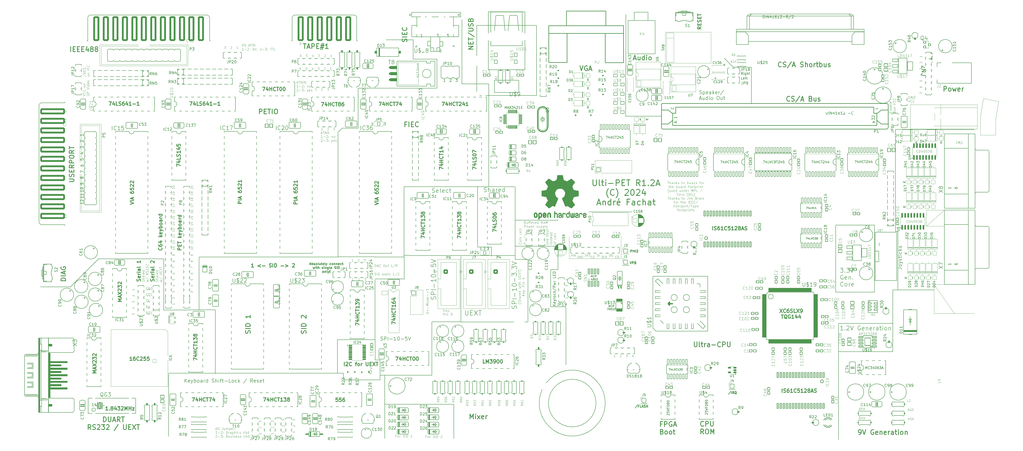
<source format=gto>
G04 #@! TF.GenerationSoftware,KiCad,Pcbnew,8.0.6*
G04 #@! TF.CreationDate,2024-11-25T23:01:06+01:00*
G04 #@! TF.ProjectId,cbm_ultipet_v1,63626d5f-756c-4746-9970-65745f76312e,rev?*
G04 #@! TF.SameCoordinates,Original*
G04 #@! TF.FileFunction,Legend,Top*
G04 #@! TF.FilePolarity,Positive*
%FSLAX46Y46*%
G04 Gerber Fmt 4.6, Leading zero omitted, Abs format (unit mm)*
G04 Created by KiCad (PCBNEW 8.0.6) date 2024-11-25 23:01:06*
%MOMM*%
%LPD*%
G01*
G04 APERTURE LIST*
G04 Aperture macros list*
%AMRoundRect*
0 Rectangle with rounded corners*
0 $1 Rounding radius*
0 $2 $3 $4 $5 $6 $7 $8 $9 X,Y pos of 4 corners*
0 Add a 4 corners polygon primitive as box body*
4,1,4,$2,$3,$4,$5,$6,$7,$8,$9,$2,$3,0*
0 Add four circle primitives for the rounded corners*
1,1,$1+$1,$2,$3*
1,1,$1+$1,$4,$5*
1,1,$1+$1,$6,$7*
1,1,$1+$1,$8,$9*
0 Add four rect primitives between the rounded corners*
20,1,$1+$1,$2,$3,$4,$5,0*
20,1,$1+$1,$4,$5,$6,$7,0*
20,1,$1+$1,$6,$7,$8,$9,0*
20,1,$1+$1,$8,$9,$2,$3,0*%
%AMFreePoly0*
4,1,25,0.333266,0.742596,0.345389,0.732242,0.732242,0.345389,0.760749,0.289441,0.762000,0.273547,0.762000,-0.273547,0.742596,-0.333266,0.732242,-0.345389,0.345389,-0.732242,0.289441,-0.760749,0.273547,-0.762000,-0.273547,-0.762000,-0.333266,-0.742596,-0.345389,-0.732242,-0.732242,-0.345389,-0.760749,-0.289441,-0.762000,-0.273547,-0.762000,0.273547,-0.742596,0.333266,-0.732242,0.345389,
-0.345389,0.732242,-0.289441,0.760749,-0.273547,0.762000,0.273547,0.762000,0.333266,0.742596,0.333266,0.742596,$1*%
%AMFreePoly1*
4,1,25,0.391131,0.882296,0.403254,0.871942,0.871942,0.403254,0.900449,0.347306,0.901700,0.331412,0.901700,-0.331412,0.882296,-0.391131,0.871942,-0.403254,0.403254,-0.871942,0.347306,-0.900449,0.331412,-0.901700,-0.331412,-0.901700,-0.391131,-0.882296,-0.403254,-0.871942,-0.871942,-0.403254,-0.900449,-0.347306,-0.901700,-0.331412,-0.901700,0.331412,-0.882296,0.391131,-0.871942,0.403254,
-0.403254,0.871942,-0.347306,0.900449,-0.331412,0.901700,0.331412,0.901700,0.391131,0.882296,0.391131,0.882296,$1*%
%AMFreePoly2*
4,1,25,0.375350,0.844196,0.387473,0.833842,0.833842,0.387473,0.862349,0.331525,0.863600,0.315631,0.863600,-0.315631,0.844196,-0.375350,0.833842,-0.387473,0.387473,-0.833842,0.331525,-0.862349,0.315631,-0.863600,-0.315631,-0.863600,-0.375350,-0.844196,-0.387473,-0.833842,-0.833842,-0.387473,-0.862349,-0.331525,-0.863600,-0.315631,-0.863600,0.315631,-0.844196,0.375350,-0.833842,0.387473,
-0.387473,0.833842,-0.331525,0.862349,-0.315631,0.863600,0.315631,0.863600,0.375350,0.844196,0.375350,0.844196,$1*%
%AMFreePoly3*
4,1,25,0.322745,0.717196,0.334868,0.706842,0.706842,0.334868,0.735349,0.278920,0.736600,0.263026,0.736600,-0.263026,0.717196,-0.322745,0.706842,-0.334868,0.334868,-0.706842,0.278920,-0.735349,0.263026,-0.736600,-0.263026,-0.736600,-0.322745,-0.717196,-0.334868,-0.706842,-0.706842,-0.334868,-0.735349,-0.278920,-0.736600,-0.263026,-0.736600,0.263026,-0.717196,0.322745,-0.706842,0.334868,
-0.334868,0.706842,-0.278920,0.735349,-0.263026,0.736600,0.263026,0.736600,0.322745,0.717196,0.322745,0.717196,$1*%
%AMFreePoly4*
4,1,35,0.586062,0.786062,0.601000,0.750000,0.601000,-0.750000,0.586062,-0.786062,0.550000,-0.801000,0.000000,-0.801000,-0.012285,-0.795911,-0.071157,-0.795911,-0.085525,-0.793845,-0.222076,-0.753750,-0.235281,-0.747720,-0.355003,-0.670779,-0.365973,-0.661273,-0.459170,-0.553718,-0.467018,-0.541506,-0.526137,-0.412052,-0.530227,-0.398124,-0.550481,-0.257258,-0.551000,-0.250000,-0.551000,0.250000,
-0.550481,0.257258,-0.530227,0.398124,-0.526137,0.412052,-0.467018,0.541506,-0.459170,0.553718,-0.365973,0.661273,-0.355003,0.670779,-0.235281,0.747720,-0.222076,0.753750,-0.085525,0.793845,-0.071157,0.795911,-0.012285,0.795911,0.000000,0.801000,0.550000,0.801000,0.586062,0.786062,0.586062,0.786062,$1*%
%AMFreePoly5*
4,1,35,0.012285,0.795911,0.071157,0.795911,0.085525,0.793845,0.222076,0.753750,0.235281,0.747720,0.355003,0.670779,0.365973,0.661273,0.459170,0.553718,0.467018,0.541506,0.526137,0.412052,0.530227,0.398124,0.550481,0.257258,0.551000,0.250000,0.551000,-0.250000,0.550481,-0.257258,0.530227,-0.398124,0.526137,-0.412052,0.467018,-0.541506,0.459170,-0.553718,0.365973,-0.661273,
0.355003,-0.670779,0.235281,-0.747720,0.222076,-0.753750,0.085525,-0.793845,0.071157,-0.795911,0.012285,-0.795911,0.000000,-0.801000,-0.550000,-0.801000,-0.586062,-0.786062,-0.601000,-0.750000,-0.601000,0.750000,-0.586062,0.786062,-0.550000,0.801000,0.000000,0.801000,0.012285,0.795911,0.012285,0.795911,$1*%
%AMFreePoly6*
4,1,25,0.354308,0.793396,0.366431,0.783042,0.783042,0.366431,0.811549,0.310483,0.812800,0.294589,0.812800,-0.294589,0.793396,-0.354308,0.783042,-0.366431,0.366431,-0.783042,0.310483,-0.811549,0.294589,-0.812800,-0.294589,-0.812800,-0.354308,-0.793396,-0.366431,-0.783042,-0.783042,-0.366431,-0.811549,-0.310483,-0.812800,-0.294589,-0.812800,0.294589,-0.793396,0.354308,-0.783042,0.366431,
-0.366431,0.783042,-0.310483,0.811549,-0.294589,0.812800,0.294589,0.812800,0.354308,0.793396,0.354308,0.793396,$1*%
%AMFreePoly7*
4,1,25,0.349047,0.780696,0.361170,0.770342,0.770342,0.361170,0.798849,0.305222,0.800100,0.289328,0.800100,-0.289328,0.780696,-0.349047,0.770342,-0.361170,0.361170,-0.770342,0.305222,-0.798849,0.289328,-0.800100,-0.289328,-0.800100,-0.349047,-0.780696,-0.361170,-0.770342,-0.770342,-0.361170,-0.798849,-0.305222,-0.800100,-0.289328,-0.800100,0.289328,-0.780696,0.349047,-0.770342,0.361170,
-0.361170,0.770342,-0.305222,0.798849,-0.289328,0.800100,0.289328,0.800100,0.349047,0.780696,0.349047,0.780696,$1*%
%AMFreePoly8*
4,1,25,0.470039,1.072796,0.482162,1.062442,1.062442,0.482162,1.090949,0.426214,1.092200,0.410320,1.092200,-0.410320,1.072796,-0.470039,1.062442,-0.482162,0.482162,-1.062442,0.426214,-1.090949,0.410320,-1.092200,-0.410320,-1.092200,-0.470039,-1.072796,-0.482162,-1.062442,-1.062442,-0.482162,-1.090949,-0.426214,-1.092200,-0.410320,-1.092200,0.410320,-1.072796,0.470039,-1.062442,0.482162,
-0.482162,1.062442,-0.426214,1.090949,-0.410320,1.092200,0.410320,1.092200,0.470039,1.072796,0.470039,1.072796,$1*%
G04 Aperture macros list end*
%ADD10C,0.100000*%
%ADD11C,0.200000*%
%ADD12C,0.286000*%
%ADD13C,0.300000*%
%ADD14C,0.250000*%
%ADD15C,0.127000*%
%ADD16C,0.150000*%
%ADD17C,0.101600*%
%ADD18C,0.203200*%
%ADD19C,0.118872*%
%ADD20C,0.099060*%
%ADD21C,0.142240*%
%ADD22C,0.177800*%
%ADD23C,0.152400*%
%ADD24C,0.120000*%
%ADD25C,0.304800*%
%ADD26C,0.000000*%
%ADD27C,0.609600*%
%ADD28C,0.254000*%
%ADD29C,0.508000*%
%ADD30C,0.010000*%
%ADD31C,0.050800*%
%ADD32C,0.406400*%
%ADD33C,4.800000*%
%ADD34C,4.600000*%
%ADD35C,4.500000*%
%ADD36O,2.844800X1.524000*%
%ADD37C,6.102000*%
%ADD38RoundRect,0.101600X-0.550000X-0.500000X0.550000X-0.500000X0.550000X0.500000X-0.550000X0.500000X0*%
%ADD39RoundRect,0.101600X-0.955000X0.305000X-0.955000X-0.305000X0.955000X-0.305000X0.955000X0.305000X0*%
%ADD40RoundRect,0.101600X1.205000X1.550000X-1.205000X1.550000X-1.205000X-1.550000X1.205000X-1.550000X0*%
%ADD41O,3.048000X1.625600*%
%ADD42RoundRect,0.101600X0.550000X0.500000X-0.550000X0.500000X-0.550000X-0.500000X0.550000X-0.500000X0*%
%ADD43FreePoly0,180.000000*%
%ADD44RoundRect,0.051000X0.800000X-0.800000X0.800000X0.800000X-0.800000X0.800000X-0.800000X-0.800000X0*%
%ADD45O,1.702000X1.702000*%
%ADD46RoundRect,0.101600X-1.117500X0.609500X-1.117500X-0.609500X1.117500X-0.609500X1.117500X0.609500X0*%
%ADD47RoundRect,0.101600X-1.100000X1.800000X-1.100000X-1.800000X1.100000X-1.800000X1.100000X1.800000X0*%
%ADD48O,1.524000X2.844800*%
%ADD49FreePoly0,270.000000*%
%ADD50C,1.803400*%
%ADD51FreePoly1,90.000000*%
%ADD52RoundRect,0.101600X0.500000X-0.550000X0.500000X0.550000X-0.500000X0.550000X-0.500000X-0.550000X0*%
%ADD53FreePoly0,0.000000*%
%ADD54C,3.150000*%
%ADD55FreePoly2,90.000000*%
%ADD56O,2.102000X1.302000*%
%ADD57RoundRect,0.101600X-0.650000X-0.750000X0.650000X-0.750000X0.650000X0.750000X-0.650000X0.750000X0*%
%ADD58FreePoly0,90.000000*%
%ADD59RoundRect,0.051000X0.800000X0.800000X-0.800000X0.800000X-0.800000X-0.800000X0.800000X-0.800000X0*%
%ADD60RoundRect,0.101600X-0.500000X0.550000X-0.500000X-0.550000X0.500000X-0.550000X0.500000X0.550000X0*%
%ADD61FreePoly1,0.000000*%
%ADD62FreePoly2,270.000000*%
%ADD63C,2.362200*%
%ADD64RoundRect,0.051000X0.800000X-1.200000X0.800000X1.200000X-0.800000X1.200000X-0.800000X-1.200000X0*%
%ADD65O,1.702000X2.502000*%
%ADD66RoundRect,0.101600X0.750000X-0.650000X0.750000X0.650000X-0.750000X0.650000X-0.750000X-0.650000X0*%
%ADD67RoundRect,0.051000X-0.850000X-0.850000X0.850000X-0.850000X0.850000X0.850000X-0.850000X0.850000X0*%
%ADD68RoundRect,0.051000X-0.350000X-0.255000X0.350000X-0.255000X0.350000X0.255000X-0.350000X0.255000X0*%
%ADD69RoundRect,0.051000X-0.800000X0.800000X-0.800000X-0.800000X0.800000X-0.800000X0.800000X0.800000X0*%
%ADD70C,1.473200*%
%ADD71FreePoly3,270.000000*%
%ADD72RoundRect,0.101600X0.600000X-0.750000X0.600000X0.750000X-0.600000X0.750000X-0.600000X-0.750000X0*%
%ADD73FreePoly1,270.000000*%
%ADD74RoundRect,0.265000X-0.636000X-0.636000X0.636000X-0.636000X0.636000X0.636000X-0.636000X0.636000X0*%
%ADD75C,1.802000*%
%ADD76RoundRect,0.101600X0.750000X0.600000X-0.750000X0.600000X-0.750000X-0.600000X0.750000X-0.600000X0*%
%ADD77FreePoly4,0.000000*%
%ADD78RoundRect,0.051000X-0.500000X-0.750000X0.500000X-0.750000X0.500000X0.750000X-0.500000X0.750000X0*%
%ADD79FreePoly5,0.000000*%
%ADD80FreePoly3,0.000000*%
%ADD81FreePoly3,90.000000*%
%ADD82C,1.524000*%
%ADD83RoundRect,0.175500X0.175500X-0.850500X0.175500X0.850500X-0.175500X0.850500X-0.175500X-0.850500X0*%
%ADD84O,1.625600X3.048000*%
%ADD85RoundRect,0.101600X0.330200X1.016000X-0.330200X1.016000X-0.330200X-1.016000X0.330200X-1.016000X0*%
%ADD86RoundRect,0.101600X-0.300000X-1.100000X0.300000X-1.100000X0.300000X1.100000X-0.300000X1.100000X0*%
%ADD87RoundRect,0.388620X0.906780X4.792980X-0.906780X4.792980X-0.906780X-4.792980X0.906780X-4.792980X0*%
%ADD88RoundRect,0.088000X0.088000X-0.688000X0.088000X0.688000X-0.088000X0.688000X-0.088000X-0.688000X0*%
%ADD89RoundRect,0.088000X0.688000X-0.088000X0.688000X0.088000X-0.688000X0.088000X-0.688000X-0.088000X0*%
%ADD90RoundRect,0.125500X-0.663000X-0.125500X0.663000X-0.125500X0.663000X0.125500X-0.663000X0.125500X0*%
%ADD91O,1.802000X1.802000*%
%ADD92RoundRect,0.101600X-0.635000X-0.317500X0.635000X-0.317500X0.635000X0.317500X-0.635000X0.317500X0*%
%ADD93RoundRect,0.101600X0.635000X0.317500X-0.635000X0.317500X-0.635000X-0.317500X0.635000X-0.317500X0*%
%ADD94RoundRect,0.051000X0.850000X-0.850000X0.850000X0.850000X-0.850000X0.850000X-0.850000X-0.850000X0*%
%ADD95RoundRect,0.101600X-0.750000X0.650000X-0.750000X-0.650000X0.750000X-0.650000X0.750000X0.650000X0*%
%ADD96RoundRect,0.101600X-0.750000X0.135000X-0.750000X-0.135000X0.750000X-0.135000X0.750000X0.135000X0*%
%ADD97RoundRect,0.101600X-0.135000X0.750000X-0.135000X-0.750000X0.135000X-0.750000X0.135000X0.750000X0*%
%ADD98C,5.283200*%
%ADD99C,2.896000*%
%ADD100RoundRect,0.051000X-0.800000X-0.800000X0.800000X-0.800000X0.800000X0.800000X-0.800000X0.800000X0*%
%ADD101C,1.702000*%
%ADD102O,4.394200X2.298700*%
%ADD103O,2.451100X4.699000*%
%ADD104RoundRect,0.388620X-4.792980X0.906780X-4.792980X-0.906780X4.792980X-0.906780X4.792980X0.906780X0*%
%ADD105FreePoly6,270.000000*%
%ADD106O,2.603200X1.403200*%
%ADD107O,1.403200X2.603200*%
%ADD108C,1.625600*%
%ADD109C,3.530600*%
%ADD110O,2.203200X4.203200*%
%ADD111O,4.203200X2.203200*%
%ADD112RoundRect,0.101600X-0.330200X-1.016000X0.330200X-1.016000X0.330200X1.016000X-0.330200X1.016000X0*%
%ADD113RoundRect,0.175500X0.538000X0.175500X-0.538000X0.175500X-0.538000X-0.175500X0.538000X-0.175500X0*%
%ADD114RoundRect,0.051000X-1.200000X-0.800000X1.200000X-0.800000X1.200000X0.800000X-1.200000X0.800000X0*%
%ADD115O,2.502000X1.702000*%
%ADD116C,1.727200*%
%ADD117RoundRect,0.051000X-0.711200X0.711200X-0.711200X-0.711200X0.711200X-0.711200X0.711200X0.711200X0*%
%ADD118C,1.524400*%
%ADD119C,1.626000*%
%ADD120O,1.602000X2.102000*%
%ADD121C,3.404000*%
%ADD122O,3.556000X1.879600*%
%ADD123RoundRect,0.101600X0.300000X1.100000X-0.300000X1.100000X-0.300000X-1.100000X0.300000X-1.100000X0*%
%ADD124FreePoly6,0.000000*%
%ADD125FreePoly2,180.000000*%
%ADD126C,1.611200*%
%ADD127C,1.600200*%
%ADD128FreePoly7,90.000000*%
%ADD129FreePoly6,180.000000*%
%ADD130FreePoly8,180.000000*%
%ADD131C,2.184400*%
%ADD132RoundRect,0.101600X0.125000X0.500000X-0.125000X0.500000X-0.125000X-0.500000X0.125000X-0.500000X0*%
%ADD133RoundRect,0.101600X-0.125000X-0.500000X0.125000X-0.500000X0.125000X0.500000X-0.125000X0.500000X0*%
%ADD134RoundRect,0.101600X-0.450000X0.400000X-0.450000X-0.400000X0.450000X-0.400000X0.450000X0.400000X0*%
%ADD135C,2.082800*%
%ADD136C,1.981200*%
%ADD137C,4.013200*%
%ADD138O,1.302000X2.102000*%
%ADD139FreePoly6,90.000000*%
G04 APERTURE END LIST*
D10*
X364288605Y-181864000D02*
G75*
G02*
X363929395Y-181864000I-179605J0D01*
G01*
X363929395Y-181864000D02*
G75*
G02*
X364288605Y-181864000I179605J0D01*
G01*
D11*
X275336000Y-85090000D02*
X260477000Y-85090000D01*
X349170293Y-219882869D02*
X349170293Y-171450000D01*
D10*
X389001000Y-155168600D02*
X397408400Y-167259000D01*
X385800600Y-130886200D02*
X393268200Y-130886200D01*
D11*
X69977000Y-192202520D02*
X142814065Y-192202520D01*
D10*
X236905800Y-144430750D02*
X236905800Y-135223250D01*
D11*
X89414340Y-165809538D02*
X67945000Y-165814903D01*
D10*
X245135400Y-125056900D02*
X262915400Y-125056900D01*
X262915400Y-125056900D02*
X262915400Y-124739400D01*
X385800600Y-130886200D02*
X393268200Y-124206000D01*
D11*
X168284710Y-152908000D02*
X156073290Y-152908000D01*
X191770000Y-170771048D02*
X179705000Y-170771048D01*
X214382632Y-144780000D02*
X219710000Y-144787120D01*
D12*
X383798878Y-66535162D02*
X385398878Y-65575162D01*
D11*
X140590400Y-143785984D02*
X140590400Y-91946105D01*
D10*
X245469210Y-153162000D02*
G75*
G02*
X244750790Y-153162000I-359210J0D01*
G01*
X244750790Y-153162000D02*
G75*
G02*
X245469210Y-153162000I359210J0D01*
G01*
D11*
X371792500Y-183197500D02*
X371792500Y-157480000D01*
D12*
X385298878Y-67935162D02*
X385098878Y-68055162D01*
X385398878Y-66535162D02*
X383798878Y-66535162D01*
D11*
X260477000Y-64897000D02*
X260477000Y-85090000D01*
D10*
X389001000Y-167259000D02*
X389001000Y-155168600D01*
D11*
X142814065Y-194945000D02*
X158115000Y-194945000D01*
D10*
X245135400Y-124739400D02*
X245135400Y-125056900D01*
D11*
X168138290Y-152781000D02*
X168138290Y-143764000D01*
X140337771Y-178201655D02*
X155977629Y-178201655D01*
X204455000Y-139617375D02*
X198705000Y-139617375D01*
X155977629Y-143705231D02*
X140670534Y-143705231D01*
D12*
X383798878Y-67695162D02*
X383798878Y-67455162D01*
X383898878Y-67215162D02*
X384098878Y-67095162D01*
X384098878Y-68055162D02*
X383898878Y-67935162D01*
D11*
X140588510Y-91803579D02*
X142283136Y-90108953D01*
X347980000Y-158432500D02*
X347980000Y-130492500D01*
X198755000Y-139470273D02*
X198755000Y-114300000D01*
D12*
X383998878Y-64175162D02*
X384298878Y-64415162D01*
D11*
X168167699Y-114437422D02*
X203377800Y-114437422D01*
D10*
X385800600Y-124180600D02*
X385800600Y-130886200D01*
D11*
X170700722Y-143097402D02*
X168120580Y-143097402D01*
X89414340Y-192245705D02*
X89414340Y-165809538D01*
D10*
X258546600Y-134912100D02*
X258546600Y-144437100D01*
D12*
X385398878Y-67695162D02*
X385298878Y-67935162D01*
D11*
X181798734Y-61300310D02*
X171862064Y-61300310D01*
X142814065Y-192202520D02*
X142814065Y-194945000D01*
X214364553Y-144780000D02*
X214364553Y-114554000D01*
X168148000Y-143764000D02*
X155936580Y-143764000D01*
X203393816Y-114427000D02*
X214312500Y-114427000D01*
X142283136Y-90108953D02*
X148984612Y-90108953D01*
X192241395Y-71652075D02*
X192241395Y-44832182D01*
X204455000Y-143452625D02*
X204455000Y-139617375D01*
X65619252Y-165814903D02*
X63500000Y-165814903D01*
X156038938Y-178199273D02*
X156038938Y-186672403D01*
D10*
X393268200Y-124206000D02*
X385800600Y-124180600D01*
D12*
X383798878Y-67455162D02*
X383898878Y-67215162D01*
D11*
X347980000Y-130492500D02*
X350837500Y-130492500D01*
D12*
X385298878Y-67215162D02*
X385398878Y-67455162D01*
D11*
X158115000Y-193040000D02*
X179705000Y-193040000D01*
X160020000Y-193040000D02*
X160020000Y-219338550D01*
X191770000Y-170867344D02*
X219583000Y-170867344D01*
X229235000Y-164465000D02*
X235585000Y-164465000D01*
D12*
X383798878Y-65015162D02*
X383798878Y-64055162D01*
D11*
X260499783Y-42635452D02*
X260499783Y-64914199D01*
D12*
X384698878Y-64655162D02*
X384998878Y-64775162D01*
D10*
X236880400Y-144449800D02*
X258470400Y-144449800D01*
X262915400Y-124739400D02*
X245135400Y-124739400D01*
D11*
X82689650Y-165748338D02*
X82689650Y-143785984D01*
X305330032Y-64665032D02*
X301625000Y-60960000D01*
X232245423Y-139192000D02*
X232245423Y-148971000D01*
D10*
X389001000Y-155168600D02*
X393285800Y-155194000D01*
D11*
X350837500Y-130492500D02*
X364172500Y-130492500D01*
D12*
X384998878Y-64775162D02*
X385398878Y-64775162D01*
D11*
X171840678Y-53246449D02*
X160633614Y-53246449D01*
D12*
X384298878Y-64415162D02*
X384698878Y-64655162D01*
D11*
X364172500Y-130492500D02*
X364172500Y-158432500D01*
D12*
X385098878Y-68055162D02*
X384098878Y-68055162D01*
D11*
X82689650Y-143785984D02*
X140590400Y-143785984D01*
X40747038Y-144555049D02*
X29078791Y-156223296D01*
X364172500Y-158432500D02*
X347980000Y-158432500D01*
X219710000Y-144787120D02*
X219710000Y-170815000D01*
X372919951Y-132969000D02*
X372919951Y-90551000D01*
X188861816Y-205102745D02*
X188861816Y-219368425D01*
X232245423Y-148978113D02*
X229235000Y-149043287D01*
X69977000Y-218415517D02*
X69977000Y-192405000D01*
X312836264Y-79883000D02*
X312836264Y-64643000D01*
X156038938Y-186672403D02*
X158115000Y-186690000D01*
X203380323Y-71652075D02*
X192241395Y-71652075D01*
X349170293Y-171450000D02*
X371792500Y-171450000D01*
X67945000Y-144555049D02*
X40747038Y-144555049D01*
X235585000Y-164465000D02*
X235585000Y-188595000D01*
X373888000Y-157480000D02*
X373888000Y-133096000D01*
X191770000Y-170867344D02*
X191770000Y-143510000D01*
X29210000Y-156225051D02*
X16534107Y-156225051D01*
X372999000Y-90551000D02*
X405765000Y-90551000D01*
X229235000Y-149098000D02*
X229235000Y-164465000D01*
D10*
X382905000Y-116032934D02*
X382651000Y-116083734D01*
D11*
X179705000Y-170771048D02*
X179705000Y-193040000D01*
X349285260Y-183197500D02*
X371792500Y-183197500D01*
D12*
X385398878Y-67455162D02*
X385398878Y-67695162D01*
D11*
X148984612Y-90108953D02*
X148984612Y-73393778D01*
D10*
X405815800Y-167259000D02*
X389001000Y-167259000D01*
D11*
X160244204Y-205102745D02*
X188861816Y-205102745D01*
X140337771Y-192066777D02*
X140337771Y-178201655D01*
X203380323Y-114435996D02*
X203380323Y-71652075D01*
X373888000Y-133096000D02*
X372999000Y-133096000D01*
X67945000Y-165814903D02*
X67945000Y-144555049D01*
X148984612Y-73393778D02*
X181798734Y-73393778D01*
X371792500Y-157480000D02*
X389001000Y-157480000D01*
D12*
X383898878Y-67935162D02*
X383798878Y-67695162D01*
D11*
X155977629Y-178201655D02*
X155977629Y-153162000D01*
X214364553Y-139269477D02*
X232245423Y-139269477D01*
X312836264Y-64639876D02*
X305308000Y-64639876D01*
X170815000Y-143129000D02*
X198877185Y-143129000D01*
D12*
X385398878Y-65575162D02*
X383798878Y-65575162D01*
D11*
X171862064Y-61300310D02*
X171862064Y-53162200D01*
X198877185Y-143129000D02*
X214364553Y-143129000D01*
X181798734Y-73393778D02*
X181798734Y-61300310D01*
D12*
X383798878Y-64055162D02*
X383998878Y-64175162D01*
D11*
X168120580Y-143764000D02*
X168120580Y-114386116D01*
X158115000Y-186690000D02*
X158115000Y-194945000D01*
D12*
X385098878Y-67095162D02*
X385298878Y-67215162D01*
D11*
X214503000Y-128397000D02*
X232383870Y-128397000D01*
D13*
X109123653Y-72976828D02*
X110123653Y-72976828D01*
X110123653Y-72976828D02*
X109480796Y-74476828D01*
X111337939Y-73476828D02*
X111337939Y-74476828D01*
X110980796Y-72905400D02*
X110623653Y-73976828D01*
X110623653Y-73976828D02*
X111552224Y-73976828D01*
X112123652Y-74476828D02*
X112123652Y-72976828D01*
X112123652Y-73691114D02*
X112980795Y-73691114D01*
X112980795Y-74476828D02*
X112980795Y-72976828D01*
X114552224Y-74333971D02*
X114480796Y-74405400D01*
X114480796Y-74405400D02*
X114266510Y-74476828D01*
X114266510Y-74476828D02*
X114123653Y-74476828D01*
X114123653Y-74476828D02*
X113909367Y-74405400D01*
X113909367Y-74405400D02*
X113766510Y-74262542D01*
X113766510Y-74262542D02*
X113695081Y-74119685D01*
X113695081Y-74119685D02*
X113623653Y-73833971D01*
X113623653Y-73833971D02*
X113623653Y-73619685D01*
X113623653Y-73619685D02*
X113695081Y-73333971D01*
X113695081Y-73333971D02*
X113766510Y-73191114D01*
X113766510Y-73191114D02*
X113909367Y-73048257D01*
X113909367Y-73048257D02*
X114123653Y-72976828D01*
X114123653Y-72976828D02*
X114266510Y-72976828D01*
X114266510Y-72976828D02*
X114480796Y-73048257D01*
X114480796Y-73048257D02*
X114552224Y-73119685D01*
X114980796Y-72976828D02*
X115837939Y-72976828D01*
X115409367Y-74476828D02*
X115409367Y-72976828D01*
X116623653Y-72976828D02*
X116766510Y-72976828D01*
X116766510Y-72976828D02*
X116909367Y-73048257D01*
X116909367Y-73048257D02*
X116980796Y-73119685D01*
X116980796Y-73119685D02*
X117052224Y-73262542D01*
X117052224Y-73262542D02*
X117123653Y-73548257D01*
X117123653Y-73548257D02*
X117123653Y-73905400D01*
X117123653Y-73905400D02*
X117052224Y-74191114D01*
X117052224Y-74191114D02*
X116980796Y-74333971D01*
X116980796Y-74333971D02*
X116909367Y-74405400D01*
X116909367Y-74405400D02*
X116766510Y-74476828D01*
X116766510Y-74476828D02*
X116623653Y-74476828D01*
X116623653Y-74476828D02*
X116480796Y-74405400D01*
X116480796Y-74405400D02*
X116409367Y-74333971D01*
X116409367Y-74333971D02*
X116337938Y-74191114D01*
X116337938Y-74191114D02*
X116266510Y-73905400D01*
X116266510Y-73905400D02*
X116266510Y-73548257D01*
X116266510Y-73548257D02*
X116337938Y-73262542D01*
X116337938Y-73262542D02*
X116409367Y-73119685D01*
X116409367Y-73119685D02*
X116480796Y-73048257D01*
X116480796Y-73048257D02*
X116623653Y-72976828D01*
X118052224Y-72976828D02*
X118195081Y-72976828D01*
X118195081Y-72976828D02*
X118337938Y-73048257D01*
X118337938Y-73048257D02*
X118409367Y-73119685D01*
X118409367Y-73119685D02*
X118480795Y-73262542D01*
X118480795Y-73262542D02*
X118552224Y-73548257D01*
X118552224Y-73548257D02*
X118552224Y-73905400D01*
X118552224Y-73905400D02*
X118480795Y-74191114D01*
X118480795Y-74191114D02*
X118409367Y-74333971D01*
X118409367Y-74333971D02*
X118337938Y-74405400D01*
X118337938Y-74405400D02*
X118195081Y-74476828D01*
X118195081Y-74476828D02*
X118052224Y-74476828D01*
X118052224Y-74476828D02*
X117909367Y-74405400D01*
X117909367Y-74405400D02*
X117837938Y-74333971D01*
X117837938Y-74333971D02*
X117766509Y-74191114D01*
X117766509Y-74191114D02*
X117695081Y-73905400D01*
X117695081Y-73905400D02*
X117695081Y-73548257D01*
X117695081Y-73548257D02*
X117766509Y-73262542D01*
X117766509Y-73262542D02*
X117837938Y-73119685D01*
X117837938Y-73119685D02*
X117909367Y-73048257D01*
X117909367Y-73048257D02*
X118052224Y-72976828D01*
X109504653Y-202389828D02*
X110504653Y-202389828D01*
X110504653Y-202389828D02*
X109861796Y-203889828D01*
X111718939Y-202889828D02*
X111718939Y-203889828D01*
X111361796Y-202318400D02*
X111004653Y-203389828D01*
X111004653Y-203389828D02*
X111933224Y-203389828D01*
X112504652Y-203889828D02*
X112504652Y-202389828D01*
X112504652Y-203104114D02*
X113361795Y-203104114D01*
X113361795Y-203889828D02*
X113361795Y-202389828D01*
X114933224Y-203746971D02*
X114861796Y-203818400D01*
X114861796Y-203818400D02*
X114647510Y-203889828D01*
X114647510Y-203889828D02*
X114504653Y-203889828D01*
X114504653Y-203889828D02*
X114290367Y-203818400D01*
X114290367Y-203818400D02*
X114147510Y-203675542D01*
X114147510Y-203675542D02*
X114076081Y-203532685D01*
X114076081Y-203532685D02*
X114004653Y-203246971D01*
X114004653Y-203246971D02*
X114004653Y-203032685D01*
X114004653Y-203032685D02*
X114076081Y-202746971D01*
X114076081Y-202746971D02*
X114147510Y-202604114D01*
X114147510Y-202604114D02*
X114290367Y-202461257D01*
X114290367Y-202461257D02*
X114504653Y-202389828D01*
X114504653Y-202389828D02*
X114647510Y-202389828D01*
X114647510Y-202389828D02*
X114861796Y-202461257D01*
X114861796Y-202461257D02*
X114933224Y-202532685D01*
X115361796Y-202389828D02*
X116218939Y-202389828D01*
X115790367Y-203889828D02*
X115790367Y-202389828D01*
X117504653Y-203889828D02*
X116647510Y-203889828D01*
X117076081Y-203889828D02*
X117076081Y-202389828D01*
X117076081Y-202389828D02*
X116933224Y-202604114D01*
X116933224Y-202604114D02*
X116790367Y-202746971D01*
X116790367Y-202746971D02*
X116647510Y-202818400D01*
X118004652Y-202389828D02*
X118933224Y-202389828D01*
X118933224Y-202389828D02*
X118433224Y-202961257D01*
X118433224Y-202961257D02*
X118647509Y-202961257D01*
X118647509Y-202961257D02*
X118790367Y-203032685D01*
X118790367Y-203032685D02*
X118861795Y-203104114D01*
X118861795Y-203104114D02*
X118933224Y-203246971D01*
X118933224Y-203246971D02*
X118933224Y-203604114D01*
X118933224Y-203604114D02*
X118861795Y-203746971D01*
X118861795Y-203746971D02*
X118790367Y-203818400D01*
X118790367Y-203818400D02*
X118647509Y-203889828D01*
X118647509Y-203889828D02*
X118218938Y-203889828D01*
X118218938Y-203889828D02*
X118076081Y-203818400D01*
X118076081Y-203818400D02*
X118004652Y-203746971D01*
X119790366Y-203032685D02*
X119647509Y-202961257D01*
X119647509Y-202961257D02*
X119576080Y-202889828D01*
X119576080Y-202889828D02*
X119504652Y-202746971D01*
X119504652Y-202746971D02*
X119504652Y-202675542D01*
X119504652Y-202675542D02*
X119576080Y-202532685D01*
X119576080Y-202532685D02*
X119647509Y-202461257D01*
X119647509Y-202461257D02*
X119790366Y-202389828D01*
X119790366Y-202389828D02*
X120076080Y-202389828D01*
X120076080Y-202389828D02*
X120218938Y-202461257D01*
X120218938Y-202461257D02*
X120290366Y-202532685D01*
X120290366Y-202532685D02*
X120361795Y-202675542D01*
X120361795Y-202675542D02*
X120361795Y-202746971D01*
X120361795Y-202746971D02*
X120290366Y-202889828D01*
X120290366Y-202889828D02*
X120218938Y-202961257D01*
X120218938Y-202961257D02*
X120076080Y-203032685D01*
X120076080Y-203032685D02*
X119790366Y-203032685D01*
X119790366Y-203032685D02*
X119647509Y-203104114D01*
X119647509Y-203104114D02*
X119576080Y-203175542D01*
X119576080Y-203175542D02*
X119504652Y-203318400D01*
X119504652Y-203318400D02*
X119504652Y-203604114D01*
X119504652Y-203604114D02*
X119576080Y-203746971D01*
X119576080Y-203746971D02*
X119647509Y-203818400D01*
X119647509Y-203818400D02*
X119790366Y-203889828D01*
X119790366Y-203889828D02*
X120076080Y-203889828D01*
X120076080Y-203889828D02*
X120218938Y-203818400D01*
X120218938Y-203818400D02*
X120290366Y-203746971D01*
X120290366Y-203746971D02*
X120361795Y-203604114D01*
X120361795Y-203604114D02*
X120361795Y-203318400D01*
X120361795Y-203318400D02*
X120290366Y-203175542D01*
X120290366Y-203175542D02*
X120218938Y-203104114D01*
X120218938Y-203104114D02*
X120076080Y-203032685D01*
X29185058Y-58159638D02*
X29185058Y-56159638D01*
X30137439Y-57112019D02*
X30804106Y-57112019D01*
X31089820Y-58159638D02*
X30137439Y-58159638D01*
X30137439Y-58159638D02*
X30137439Y-56159638D01*
X30137439Y-56159638D02*
X31089820Y-56159638D01*
X31946963Y-57112019D02*
X32613630Y-57112019D01*
X32899344Y-58159638D02*
X31946963Y-58159638D01*
X31946963Y-58159638D02*
X31946963Y-56159638D01*
X31946963Y-56159638D02*
X32899344Y-56159638D01*
X33756487Y-57112019D02*
X34423154Y-57112019D01*
X34708868Y-58159638D02*
X33756487Y-58159638D01*
X33756487Y-58159638D02*
X33756487Y-56159638D01*
X33756487Y-56159638D02*
X34708868Y-56159638D01*
X36423154Y-56826304D02*
X36423154Y-58159638D01*
X35946963Y-56064400D02*
X35470773Y-57492971D01*
X35470773Y-57492971D02*
X36708868Y-57492971D01*
X37756487Y-57016780D02*
X37566011Y-56921542D01*
X37566011Y-56921542D02*
X37470773Y-56826304D01*
X37470773Y-56826304D02*
X37375535Y-56635828D01*
X37375535Y-56635828D02*
X37375535Y-56540590D01*
X37375535Y-56540590D02*
X37470773Y-56350114D01*
X37470773Y-56350114D02*
X37566011Y-56254876D01*
X37566011Y-56254876D02*
X37756487Y-56159638D01*
X37756487Y-56159638D02*
X38137440Y-56159638D01*
X38137440Y-56159638D02*
X38327916Y-56254876D01*
X38327916Y-56254876D02*
X38423154Y-56350114D01*
X38423154Y-56350114D02*
X38518392Y-56540590D01*
X38518392Y-56540590D02*
X38518392Y-56635828D01*
X38518392Y-56635828D02*
X38423154Y-56826304D01*
X38423154Y-56826304D02*
X38327916Y-56921542D01*
X38327916Y-56921542D02*
X38137440Y-57016780D01*
X38137440Y-57016780D02*
X37756487Y-57016780D01*
X37756487Y-57016780D02*
X37566011Y-57112019D01*
X37566011Y-57112019D02*
X37470773Y-57207257D01*
X37470773Y-57207257D02*
X37375535Y-57397733D01*
X37375535Y-57397733D02*
X37375535Y-57778685D01*
X37375535Y-57778685D02*
X37470773Y-57969161D01*
X37470773Y-57969161D02*
X37566011Y-58064400D01*
X37566011Y-58064400D02*
X37756487Y-58159638D01*
X37756487Y-58159638D02*
X38137440Y-58159638D01*
X38137440Y-58159638D02*
X38327916Y-58064400D01*
X38327916Y-58064400D02*
X38423154Y-57969161D01*
X38423154Y-57969161D02*
X38518392Y-57778685D01*
X38518392Y-57778685D02*
X38518392Y-57397733D01*
X38518392Y-57397733D02*
X38423154Y-57207257D01*
X38423154Y-57207257D02*
X38327916Y-57112019D01*
X38327916Y-57112019D02*
X38137440Y-57016780D01*
X39661249Y-57016780D02*
X39470773Y-56921542D01*
X39470773Y-56921542D02*
X39375535Y-56826304D01*
X39375535Y-56826304D02*
X39280297Y-56635828D01*
X39280297Y-56635828D02*
X39280297Y-56540590D01*
X39280297Y-56540590D02*
X39375535Y-56350114D01*
X39375535Y-56350114D02*
X39470773Y-56254876D01*
X39470773Y-56254876D02*
X39661249Y-56159638D01*
X39661249Y-56159638D02*
X40042202Y-56159638D01*
X40042202Y-56159638D02*
X40232678Y-56254876D01*
X40232678Y-56254876D02*
X40327916Y-56350114D01*
X40327916Y-56350114D02*
X40423154Y-56540590D01*
X40423154Y-56540590D02*
X40423154Y-56635828D01*
X40423154Y-56635828D02*
X40327916Y-56826304D01*
X40327916Y-56826304D02*
X40232678Y-56921542D01*
X40232678Y-56921542D02*
X40042202Y-57016780D01*
X40042202Y-57016780D02*
X39661249Y-57016780D01*
X39661249Y-57016780D02*
X39470773Y-57112019D01*
X39470773Y-57112019D02*
X39375535Y-57207257D01*
X39375535Y-57207257D02*
X39280297Y-57397733D01*
X39280297Y-57397733D02*
X39280297Y-57778685D01*
X39280297Y-57778685D02*
X39375535Y-57969161D01*
X39375535Y-57969161D02*
X39470773Y-58064400D01*
X39470773Y-58064400D02*
X39661249Y-58159638D01*
X39661249Y-58159638D02*
X40042202Y-58159638D01*
X40042202Y-58159638D02*
X40232678Y-58064400D01*
X40232678Y-58064400D02*
X40327916Y-57969161D01*
X40327916Y-57969161D02*
X40423154Y-57778685D01*
X40423154Y-57778685D02*
X40423154Y-57397733D01*
X40423154Y-57397733D02*
X40327916Y-57207257D01*
X40327916Y-57207257D02*
X40232678Y-57112019D01*
X40232678Y-57112019D02*
X40042202Y-57016780D01*
X50346828Y-162259489D02*
X48846828Y-162259489D01*
X48846828Y-162259489D02*
X49918257Y-161759489D01*
X49918257Y-161759489D02*
X48846828Y-161259489D01*
X48846828Y-161259489D02*
X50346828Y-161259489D01*
X49918257Y-160616631D02*
X49918257Y-159902346D01*
X50346828Y-160759488D02*
X48846828Y-160259488D01*
X48846828Y-160259488D02*
X50346828Y-159759488D01*
X48846828Y-159402346D02*
X50346828Y-158402346D01*
X48846828Y-158402346D02*
X50346828Y-159402346D01*
X48989685Y-157902346D02*
X48918257Y-157830918D01*
X48918257Y-157830918D02*
X48846828Y-157688061D01*
X48846828Y-157688061D02*
X48846828Y-157330918D01*
X48846828Y-157330918D02*
X48918257Y-157188061D01*
X48918257Y-157188061D02*
X48989685Y-157116632D01*
X48989685Y-157116632D02*
X49132542Y-157045203D01*
X49132542Y-157045203D02*
X49275400Y-157045203D01*
X49275400Y-157045203D02*
X49489685Y-157116632D01*
X49489685Y-157116632D02*
X50346828Y-157973775D01*
X50346828Y-157973775D02*
X50346828Y-157045203D01*
X48846828Y-156545204D02*
X48846828Y-155616632D01*
X48846828Y-155616632D02*
X49418257Y-156116632D01*
X49418257Y-156116632D02*
X49418257Y-155902347D01*
X49418257Y-155902347D02*
X49489685Y-155759490D01*
X49489685Y-155759490D02*
X49561114Y-155688061D01*
X49561114Y-155688061D02*
X49703971Y-155616632D01*
X49703971Y-155616632D02*
X50061114Y-155616632D01*
X50061114Y-155616632D02*
X50203971Y-155688061D01*
X50203971Y-155688061D02*
X50275400Y-155759490D01*
X50275400Y-155759490D02*
X50346828Y-155902347D01*
X50346828Y-155902347D02*
X50346828Y-156330918D01*
X50346828Y-156330918D02*
X50275400Y-156473775D01*
X50275400Y-156473775D02*
X50203971Y-156545204D01*
X48989685Y-155045204D02*
X48918257Y-154973776D01*
X48918257Y-154973776D02*
X48846828Y-154830919D01*
X48846828Y-154830919D02*
X48846828Y-154473776D01*
X48846828Y-154473776D02*
X48918257Y-154330919D01*
X48918257Y-154330919D02*
X48989685Y-154259490D01*
X48989685Y-154259490D02*
X49132542Y-154188061D01*
X49132542Y-154188061D02*
X49275400Y-154188061D01*
X49275400Y-154188061D02*
X49489685Y-154259490D01*
X49489685Y-154259490D02*
X50346828Y-155116633D01*
X50346828Y-155116633D02*
X50346828Y-154188061D01*
X126117844Y-54889638D02*
X127260701Y-54889638D01*
X126689272Y-56889638D02*
X126689272Y-54889638D01*
X127832130Y-56318209D02*
X128784511Y-56318209D01*
X127641654Y-56889638D02*
X128308320Y-54889638D01*
X128308320Y-54889638D02*
X128974987Y-56889638D01*
X129641654Y-56889638D02*
X129641654Y-54889638D01*
X129641654Y-54889638D02*
X130403559Y-54889638D01*
X130403559Y-54889638D02*
X130594035Y-54984876D01*
X130594035Y-54984876D02*
X130689273Y-55080114D01*
X130689273Y-55080114D02*
X130784511Y-55270590D01*
X130784511Y-55270590D02*
X130784511Y-55556304D01*
X130784511Y-55556304D02*
X130689273Y-55746780D01*
X130689273Y-55746780D02*
X130594035Y-55842019D01*
X130594035Y-55842019D02*
X130403559Y-55937257D01*
X130403559Y-55937257D02*
X129641654Y-55937257D01*
X131641654Y-55842019D02*
X132308321Y-55842019D01*
X132594035Y-56889638D02*
X131641654Y-56889638D01*
X131641654Y-56889638D02*
X131641654Y-54889638D01*
X131641654Y-54889638D02*
X132594035Y-54889638D01*
X133355940Y-55556304D02*
X134784511Y-55556304D01*
X133927368Y-54699161D02*
X133355940Y-57270590D01*
X134594035Y-56413447D02*
X133165464Y-56413447D01*
X134022607Y-57270590D02*
X134594035Y-54699161D01*
X136498797Y-56889638D02*
X135355940Y-56889638D01*
X135927368Y-56889638D02*
X135927368Y-54889638D01*
X135927368Y-54889638D02*
X135736892Y-55175352D01*
X135736892Y-55175352D02*
X135546416Y-55365828D01*
X135546416Y-55365828D02*
X135355940Y-55461066D01*
X78770653Y-79072828D02*
X79770653Y-79072828D01*
X79770653Y-79072828D02*
X79127796Y-80572828D01*
X80984939Y-79572828D02*
X80984939Y-80572828D01*
X80627796Y-79001400D02*
X80270653Y-80072828D01*
X80270653Y-80072828D02*
X81199224Y-80072828D01*
X82484938Y-80572828D02*
X81770652Y-80572828D01*
X81770652Y-80572828D02*
X81770652Y-79072828D01*
X82913510Y-80501400D02*
X83127796Y-80572828D01*
X83127796Y-80572828D02*
X83484938Y-80572828D01*
X83484938Y-80572828D02*
X83627796Y-80501400D01*
X83627796Y-80501400D02*
X83699224Y-80429971D01*
X83699224Y-80429971D02*
X83770653Y-80287114D01*
X83770653Y-80287114D02*
X83770653Y-80144257D01*
X83770653Y-80144257D02*
X83699224Y-80001400D01*
X83699224Y-80001400D02*
X83627796Y-79929971D01*
X83627796Y-79929971D02*
X83484938Y-79858542D01*
X83484938Y-79858542D02*
X83199224Y-79787114D01*
X83199224Y-79787114D02*
X83056367Y-79715685D01*
X83056367Y-79715685D02*
X82984938Y-79644257D01*
X82984938Y-79644257D02*
X82913510Y-79501400D01*
X82913510Y-79501400D02*
X82913510Y-79358542D01*
X82913510Y-79358542D02*
X82984938Y-79215685D01*
X82984938Y-79215685D02*
X83056367Y-79144257D01*
X83056367Y-79144257D02*
X83199224Y-79072828D01*
X83199224Y-79072828D02*
X83556367Y-79072828D01*
X83556367Y-79072828D02*
X83770653Y-79144257D01*
X85056367Y-79072828D02*
X84770652Y-79072828D01*
X84770652Y-79072828D02*
X84627795Y-79144257D01*
X84627795Y-79144257D02*
X84556367Y-79215685D01*
X84556367Y-79215685D02*
X84413509Y-79429971D01*
X84413509Y-79429971D02*
X84342081Y-79715685D01*
X84342081Y-79715685D02*
X84342081Y-80287114D01*
X84342081Y-80287114D02*
X84413509Y-80429971D01*
X84413509Y-80429971D02*
X84484938Y-80501400D01*
X84484938Y-80501400D02*
X84627795Y-80572828D01*
X84627795Y-80572828D02*
X84913509Y-80572828D01*
X84913509Y-80572828D02*
X85056367Y-80501400D01*
X85056367Y-80501400D02*
X85127795Y-80429971D01*
X85127795Y-80429971D02*
X85199224Y-80287114D01*
X85199224Y-80287114D02*
X85199224Y-79929971D01*
X85199224Y-79929971D02*
X85127795Y-79787114D01*
X85127795Y-79787114D02*
X85056367Y-79715685D01*
X85056367Y-79715685D02*
X84913509Y-79644257D01*
X84913509Y-79644257D02*
X84627795Y-79644257D01*
X84627795Y-79644257D02*
X84484938Y-79715685D01*
X84484938Y-79715685D02*
X84413509Y-79787114D01*
X84413509Y-79787114D02*
X84342081Y-79929971D01*
X86484938Y-79572828D02*
X86484938Y-80572828D01*
X86127795Y-79001400D02*
X85770652Y-80072828D01*
X85770652Y-80072828D02*
X86699223Y-80072828D01*
X88056366Y-80572828D02*
X87199223Y-80572828D01*
X87627794Y-80572828D02*
X87627794Y-79072828D01*
X87627794Y-79072828D02*
X87484937Y-79287114D01*
X87484937Y-79287114D02*
X87342080Y-79429971D01*
X87342080Y-79429971D02*
X87199223Y-79501400D01*
X88699222Y-80001400D02*
X89842080Y-80001400D01*
X91342080Y-80572828D02*
X90484937Y-80572828D01*
X90913508Y-80572828D02*
X90913508Y-79072828D01*
X90913508Y-79072828D02*
X90770651Y-79287114D01*
X90770651Y-79287114D02*
X90627794Y-79429971D01*
X90627794Y-79429971D02*
X90484937Y-79501400D01*
D10*
X277853141Y-112316811D02*
X278424569Y-112316811D01*
X278138855Y-113316811D02*
X278138855Y-112316811D01*
X278757903Y-113316811D02*
X278757903Y-112316811D01*
X279186474Y-113316811D02*
X279186474Y-112793001D01*
X279186474Y-112793001D02*
X279138855Y-112697763D01*
X279138855Y-112697763D02*
X279043617Y-112650144D01*
X279043617Y-112650144D02*
X278900760Y-112650144D01*
X278900760Y-112650144D02*
X278805522Y-112697763D01*
X278805522Y-112697763D02*
X278757903Y-112745382D01*
X280091236Y-113316811D02*
X280091236Y-112793001D01*
X280091236Y-112793001D02*
X280043617Y-112697763D01*
X280043617Y-112697763D02*
X279948379Y-112650144D01*
X279948379Y-112650144D02*
X279757903Y-112650144D01*
X279757903Y-112650144D02*
X279662665Y-112697763D01*
X280091236Y-113269192D02*
X279995998Y-113316811D01*
X279995998Y-113316811D02*
X279757903Y-113316811D01*
X279757903Y-113316811D02*
X279662665Y-113269192D01*
X279662665Y-113269192D02*
X279615046Y-113173953D01*
X279615046Y-113173953D02*
X279615046Y-113078715D01*
X279615046Y-113078715D02*
X279662665Y-112983477D01*
X279662665Y-112983477D02*
X279757903Y-112935858D01*
X279757903Y-112935858D02*
X279995998Y-112935858D01*
X279995998Y-112935858D02*
X280091236Y-112888239D01*
X280567427Y-112650144D02*
X280567427Y-113316811D01*
X280567427Y-112745382D02*
X280615046Y-112697763D01*
X280615046Y-112697763D02*
X280710284Y-112650144D01*
X280710284Y-112650144D02*
X280853141Y-112650144D01*
X280853141Y-112650144D02*
X280948379Y-112697763D01*
X280948379Y-112697763D02*
X280995998Y-112793001D01*
X280995998Y-112793001D02*
X280995998Y-113316811D01*
X281472189Y-113316811D02*
X281472189Y-112316811D01*
X281567427Y-112935858D02*
X281853141Y-113316811D01*
X281853141Y-112650144D02*
X281472189Y-113031096D01*
X282234094Y-113269192D02*
X282329332Y-113316811D01*
X282329332Y-113316811D02*
X282519808Y-113316811D01*
X282519808Y-113316811D02*
X282615046Y-113269192D01*
X282615046Y-113269192D02*
X282662665Y-113173953D01*
X282662665Y-113173953D02*
X282662665Y-113126334D01*
X282662665Y-113126334D02*
X282615046Y-113031096D01*
X282615046Y-113031096D02*
X282519808Y-112983477D01*
X282519808Y-112983477D02*
X282376951Y-112983477D01*
X282376951Y-112983477D02*
X282281713Y-112935858D01*
X282281713Y-112935858D02*
X282234094Y-112840620D01*
X282234094Y-112840620D02*
X282234094Y-112793001D01*
X282234094Y-112793001D02*
X282281713Y-112697763D01*
X282281713Y-112697763D02*
X282376951Y-112650144D01*
X282376951Y-112650144D02*
X282519808Y-112650144D01*
X282519808Y-112650144D02*
X282615046Y-112697763D01*
X283710285Y-112650144D02*
X284091237Y-112650144D01*
X283853142Y-112316811D02*
X283853142Y-113173953D01*
X283853142Y-113173953D02*
X283900761Y-113269192D01*
X283900761Y-113269192D02*
X283995999Y-113316811D01*
X283995999Y-113316811D02*
X284091237Y-113316811D01*
X284567428Y-113316811D02*
X284472190Y-113269192D01*
X284472190Y-113269192D02*
X284424571Y-113221572D01*
X284424571Y-113221572D02*
X284376952Y-113126334D01*
X284376952Y-113126334D02*
X284376952Y-112840620D01*
X284376952Y-112840620D02*
X284424571Y-112745382D01*
X284424571Y-112745382D02*
X284472190Y-112697763D01*
X284472190Y-112697763D02*
X284567428Y-112650144D01*
X284567428Y-112650144D02*
X284710285Y-112650144D01*
X284710285Y-112650144D02*
X284805523Y-112697763D01*
X284805523Y-112697763D02*
X284853142Y-112745382D01*
X284853142Y-112745382D02*
X284900761Y-112840620D01*
X284900761Y-112840620D02*
X284900761Y-113126334D01*
X284900761Y-113126334D02*
X284853142Y-113221572D01*
X284853142Y-113221572D02*
X284805523Y-113269192D01*
X284805523Y-113269192D02*
X284710285Y-113316811D01*
X284710285Y-113316811D02*
X284567428Y-113316811D01*
X286091238Y-113316811D02*
X286091238Y-112316811D01*
X286091238Y-112697763D02*
X286186476Y-112650144D01*
X286186476Y-112650144D02*
X286376952Y-112650144D01*
X286376952Y-112650144D02*
X286472190Y-112697763D01*
X286472190Y-112697763D02*
X286519809Y-112745382D01*
X286519809Y-112745382D02*
X286567428Y-112840620D01*
X286567428Y-112840620D02*
X286567428Y-113126334D01*
X286567428Y-113126334D02*
X286519809Y-113221572D01*
X286519809Y-113221572D02*
X286472190Y-113269192D01*
X286472190Y-113269192D02*
X286376952Y-113316811D01*
X286376952Y-113316811D02*
X286186476Y-113316811D01*
X286186476Y-113316811D02*
X286091238Y-113269192D01*
X286900762Y-112650144D02*
X287091238Y-113316811D01*
X287091238Y-113316811D02*
X287281714Y-112840620D01*
X287281714Y-112840620D02*
X287472190Y-113316811D01*
X287472190Y-113316811D02*
X287662666Y-112650144D01*
X288472190Y-113316811D02*
X288472190Y-112793001D01*
X288472190Y-112793001D02*
X288424571Y-112697763D01*
X288424571Y-112697763D02*
X288329333Y-112650144D01*
X288329333Y-112650144D02*
X288138857Y-112650144D01*
X288138857Y-112650144D02*
X288043619Y-112697763D01*
X288472190Y-113269192D02*
X288376952Y-113316811D01*
X288376952Y-113316811D02*
X288138857Y-113316811D01*
X288138857Y-113316811D02*
X288043619Y-113269192D01*
X288043619Y-113269192D02*
X287996000Y-113173953D01*
X287996000Y-113173953D02*
X287996000Y-113078715D01*
X287996000Y-113078715D02*
X288043619Y-112983477D01*
X288043619Y-112983477D02*
X288138857Y-112935858D01*
X288138857Y-112935858D02*
X288376952Y-112935858D01*
X288376952Y-112935858D02*
X288472190Y-112888239D01*
X289376952Y-113269192D02*
X289281714Y-113316811D01*
X289281714Y-113316811D02*
X289091238Y-113316811D01*
X289091238Y-113316811D02*
X288996000Y-113269192D01*
X288996000Y-113269192D02*
X288948381Y-113221572D01*
X288948381Y-113221572D02*
X288900762Y-113126334D01*
X288900762Y-113126334D02*
X288900762Y-112840620D01*
X288900762Y-112840620D02*
X288948381Y-112745382D01*
X288948381Y-112745382D02*
X288996000Y-112697763D01*
X288996000Y-112697763D02*
X289091238Y-112650144D01*
X289091238Y-112650144D02*
X289281714Y-112650144D01*
X289281714Y-112650144D02*
X289376952Y-112697763D01*
X289805524Y-113316811D02*
X289805524Y-112316811D01*
X289900762Y-112935858D02*
X290186476Y-113316811D01*
X290186476Y-112650144D02*
X289805524Y-113031096D01*
X291234096Y-112650144D02*
X291615048Y-112650144D01*
X291376953Y-113316811D02*
X291376953Y-112459668D01*
X291376953Y-112459668D02*
X291424572Y-112364430D01*
X291424572Y-112364430D02*
X291519810Y-112316811D01*
X291519810Y-112316811D02*
X291615048Y-112316811D01*
X292091239Y-113316811D02*
X291996001Y-113269192D01*
X291996001Y-113269192D02*
X291948382Y-113221572D01*
X291948382Y-113221572D02*
X291900763Y-113126334D01*
X291900763Y-113126334D02*
X291900763Y-112840620D01*
X291900763Y-112840620D02*
X291948382Y-112745382D01*
X291948382Y-112745382D02*
X291996001Y-112697763D01*
X291996001Y-112697763D02*
X292091239Y-112650144D01*
X292091239Y-112650144D02*
X292234096Y-112650144D01*
X292234096Y-112650144D02*
X292329334Y-112697763D01*
X292329334Y-112697763D02*
X292376953Y-112745382D01*
X292376953Y-112745382D02*
X292424572Y-112840620D01*
X292424572Y-112840620D02*
X292424572Y-113126334D01*
X292424572Y-113126334D02*
X292376953Y-113221572D01*
X292376953Y-113221572D02*
X292329334Y-113269192D01*
X292329334Y-113269192D02*
X292234096Y-113316811D01*
X292234096Y-113316811D02*
X292091239Y-113316811D01*
X292853144Y-113316811D02*
X292853144Y-112650144D01*
X292853144Y-112840620D02*
X292900763Y-112745382D01*
X292900763Y-112745382D02*
X292948382Y-112697763D01*
X292948382Y-112697763D02*
X293043620Y-112650144D01*
X293043620Y-112650144D02*
X293138858Y-112650144D01*
X278329332Y-114260088D02*
X278710284Y-114260088D01*
X278472189Y-113926755D02*
X278472189Y-114783897D01*
X278472189Y-114783897D02*
X278519808Y-114879136D01*
X278519808Y-114879136D02*
X278615046Y-114926755D01*
X278615046Y-114926755D02*
X278710284Y-114926755D01*
X279043618Y-114926755D02*
X279043618Y-113926755D01*
X279472189Y-114926755D02*
X279472189Y-114402945D01*
X279472189Y-114402945D02*
X279424570Y-114307707D01*
X279424570Y-114307707D02*
X279329332Y-114260088D01*
X279329332Y-114260088D02*
X279186475Y-114260088D01*
X279186475Y-114260088D02*
X279091237Y-114307707D01*
X279091237Y-114307707D02*
X279043618Y-114355326D01*
X280329332Y-114879136D02*
X280234094Y-114926755D01*
X280234094Y-114926755D02*
X280043618Y-114926755D01*
X280043618Y-114926755D02*
X279948380Y-114879136D01*
X279948380Y-114879136D02*
X279900761Y-114783897D01*
X279900761Y-114783897D02*
X279900761Y-114402945D01*
X279900761Y-114402945D02*
X279948380Y-114307707D01*
X279948380Y-114307707D02*
X280043618Y-114260088D01*
X280043618Y-114260088D02*
X280234094Y-114260088D01*
X280234094Y-114260088D02*
X280329332Y-114307707D01*
X280329332Y-114307707D02*
X280376951Y-114402945D01*
X280376951Y-114402945D02*
X280376951Y-114498183D01*
X280376951Y-114498183D02*
X279900761Y-114593421D01*
X281567428Y-114926755D02*
X281567428Y-113926755D01*
X281567428Y-114307707D02*
X281662666Y-114260088D01*
X281662666Y-114260088D02*
X281853142Y-114260088D01*
X281853142Y-114260088D02*
X281948380Y-114307707D01*
X281948380Y-114307707D02*
X281995999Y-114355326D01*
X281995999Y-114355326D02*
X282043618Y-114450564D01*
X282043618Y-114450564D02*
X282043618Y-114736278D01*
X282043618Y-114736278D02*
X281995999Y-114831516D01*
X281995999Y-114831516D02*
X281948380Y-114879136D01*
X281948380Y-114879136D02*
X281853142Y-114926755D01*
X281853142Y-114926755D02*
X281662666Y-114926755D01*
X281662666Y-114926755D02*
X281567428Y-114879136D01*
X282615047Y-114926755D02*
X282519809Y-114879136D01*
X282519809Y-114879136D02*
X282472190Y-114831516D01*
X282472190Y-114831516D02*
X282424571Y-114736278D01*
X282424571Y-114736278D02*
X282424571Y-114450564D01*
X282424571Y-114450564D02*
X282472190Y-114355326D01*
X282472190Y-114355326D02*
X282519809Y-114307707D01*
X282519809Y-114307707D02*
X282615047Y-114260088D01*
X282615047Y-114260088D02*
X282757904Y-114260088D01*
X282757904Y-114260088D02*
X282853142Y-114307707D01*
X282853142Y-114307707D02*
X282900761Y-114355326D01*
X282900761Y-114355326D02*
X282948380Y-114450564D01*
X282948380Y-114450564D02*
X282948380Y-114736278D01*
X282948380Y-114736278D02*
X282900761Y-114831516D01*
X282900761Y-114831516D02*
X282853142Y-114879136D01*
X282853142Y-114879136D02*
X282757904Y-114926755D01*
X282757904Y-114926755D02*
X282615047Y-114926755D01*
X283805523Y-114926755D02*
X283805523Y-114402945D01*
X283805523Y-114402945D02*
X283757904Y-114307707D01*
X283757904Y-114307707D02*
X283662666Y-114260088D01*
X283662666Y-114260088D02*
X283472190Y-114260088D01*
X283472190Y-114260088D02*
X283376952Y-114307707D01*
X283805523Y-114879136D02*
X283710285Y-114926755D01*
X283710285Y-114926755D02*
X283472190Y-114926755D01*
X283472190Y-114926755D02*
X283376952Y-114879136D01*
X283376952Y-114879136D02*
X283329333Y-114783897D01*
X283329333Y-114783897D02*
X283329333Y-114688659D01*
X283329333Y-114688659D02*
X283376952Y-114593421D01*
X283376952Y-114593421D02*
X283472190Y-114545802D01*
X283472190Y-114545802D02*
X283710285Y-114545802D01*
X283710285Y-114545802D02*
X283805523Y-114498183D01*
X284281714Y-114926755D02*
X284281714Y-114260088D01*
X284281714Y-114450564D02*
X284329333Y-114355326D01*
X284329333Y-114355326D02*
X284376952Y-114307707D01*
X284376952Y-114307707D02*
X284472190Y-114260088D01*
X284472190Y-114260088D02*
X284567428Y-114260088D01*
X285329333Y-114926755D02*
X285329333Y-113926755D01*
X285329333Y-114879136D02*
X285234095Y-114926755D01*
X285234095Y-114926755D02*
X285043619Y-114926755D01*
X285043619Y-114926755D02*
X284948381Y-114879136D01*
X284948381Y-114879136D02*
X284900762Y-114831516D01*
X284900762Y-114831516D02*
X284853143Y-114736278D01*
X284853143Y-114736278D02*
X284853143Y-114450564D01*
X284853143Y-114450564D02*
X284900762Y-114355326D01*
X284900762Y-114355326D02*
X284948381Y-114307707D01*
X284948381Y-114307707D02*
X285043619Y-114260088D01*
X285043619Y-114260088D02*
X285234095Y-114260088D01*
X285234095Y-114260088D02*
X285329333Y-114307707D01*
X286424572Y-114260088D02*
X286805524Y-114260088D01*
X286567429Y-114926755D02*
X286567429Y-114069612D01*
X286567429Y-114069612D02*
X286615048Y-113974374D01*
X286615048Y-113974374D02*
X286710286Y-113926755D01*
X286710286Y-113926755D02*
X286805524Y-113926755D01*
X287281715Y-114926755D02*
X287186477Y-114879136D01*
X287186477Y-114879136D02*
X287138858Y-114831516D01*
X287138858Y-114831516D02*
X287091239Y-114736278D01*
X287091239Y-114736278D02*
X287091239Y-114450564D01*
X287091239Y-114450564D02*
X287138858Y-114355326D01*
X287138858Y-114355326D02*
X287186477Y-114307707D01*
X287186477Y-114307707D02*
X287281715Y-114260088D01*
X287281715Y-114260088D02*
X287424572Y-114260088D01*
X287424572Y-114260088D02*
X287519810Y-114307707D01*
X287519810Y-114307707D02*
X287567429Y-114355326D01*
X287567429Y-114355326D02*
X287615048Y-114450564D01*
X287615048Y-114450564D02*
X287615048Y-114736278D01*
X287615048Y-114736278D02*
X287567429Y-114831516D01*
X287567429Y-114831516D02*
X287519810Y-114879136D01*
X287519810Y-114879136D02*
X287424572Y-114926755D01*
X287424572Y-114926755D02*
X287281715Y-114926755D01*
X288186477Y-114926755D02*
X288091239Y-114879136D01*
X288091239Y-114879136D02*
X288043620Y-114831516D01*
X288043620Y-114831516D02*
X287996001Y-114736278D01*
X287996001Y-114736278D02*
X287996001Y-114450564D01*
X287996001Y-114450564D02*
X288043620Y-114355326D01*
X288043620Y-114355326D02*
X288091239Y-114307707D01*
X288091239Y-114307707D02*
X288186477Y-114260088D01*
X288186477Y-114260088D02*
X288329334Y-114260088D01*
X288329334Y-114260088D02*
X288424572Y-114307707D01*
X288424572Y-114307707D02*
X288472191Y-114355326D01*
X288472191Y-114355326D02*
X288519810Y-114450564D01*
X288519810Y-114450564D02*
X288519810Y-114736278D01*
X288519810Y-114736278D02*
X288472191Y-114831516D01*
X288472191Y-114831516D02*
X288424572Y-114879136D01*
X288424572Y-114879136D02*
X288329334Y-114926755D01*
X288329334Y-114926755D02*
X288186477Y-114926755D01*
X288805525Y-114260088D02*
X289186477Y-114260088D01*
X288948382Y-113926755D02*
X288948382Y-114783897D01*
X288948382Y-114783897D02*
X288996001Y-114879136D01*
X288996001Y-114879136D02*
X289091239Y-114926755D01*
X289091239Y-114926755D02*
X289186477Y-114926755D01*
X289519811Y-114260088D02*
X289519811Y-115260088D01*
X289519811Y-114307707D02*
X289615049Y-114260088D01*
X289615049Y-114260088D02*
X289805525Y-114260088D01*
X289805525Y-114260088D02*
X289900763Y-114307707D01*
X289900763Y-114307707D02*
X289948382Y-114355326D01*
X289948382Y-114355326D02*
X289996001Y-114450564D01*
X289996001Y-114450564D02*
X289996001Y-114736278D01*
X289996001Y-114736278D02*
X289948382Y-114831516D01*
X289948382Y-114831516D02*
X289900763Y-114879136D01*
X289900763Y-114879136D02*
X289805525Y-114926755D01*
X289805525Y-114926755D02*
X289615049Y-114926755D01*
X289615049Y-114926755D02*
X289519811Y-114879136D01*
X290424573Y-114926755D02*
X290424573Y-114260088D01*
X290424573Y-114450564D02*
X290472192Y-114355326D01*
X290472192Y-114355326D02*
X290519811Y-114307707D01*
X290519811Y-114307707D02*
X290615049Y-114260088D01*
X290615049Y-114260088D02*
X290710287Y-114260088D01*
X291043621Y-114926755D02*
X291043621Y-114260088D01*
X291043621Y-113926755D02*
X290996002Y-113974374D01*
X290996002Y-113974374D02*
X291043621Y-114021993D01*
X291043621Y-114021993D02*
X291091240Y-113974374D01*
X291091240Y-113974374D02*
X291043621Y-113926755D01*
X291043621Y-113926755D02*
X291043621Y-114021993D01*
X291519811Y-114260088D02*
X291519811Y-114926755D01*
X291519811Y-114355326D02*
X291567430Y-114307707D01*
X291567430Y-114307707D02*
X291662668Y-114260088D01*
X291662668Y-114260088D02*
X291805525Y-114260088D01*
X291805525Y-114260088D02*
X291900763Y-114307707D01*
X291900763Y-114307707D02*
X291948382Y-114402945D01*
X291948382Y-114402945D02*
X291948382Y-114926755D01*
X292281716Y-114260088D02*
X292662668Y-114260088D01*
X292424573Y-113926755D02*
X292424573Y-114783897D01*
X292424573Y-114783897D02*
X292472192Y-114879136D01*
X292472192Y-114879136D02*
X292567430Y-114926755D01*
X292567430Y-114926755D02*
X292662668Y-114926755D01*
X278329332Y-116917651D02*
X278281713Y-116870032D01*
X278281713Y-116870032D02*
X278186475Y-116727175D01*
X278186475Y-116727175D02*
X278138856Y-116631937D01*
X278138856Y-116631937D02*
X278091237Y-116489080D01*
X278091237Y-116489080D02*
X278043618Y-116250984D01*
X278043618Y-116250984D02*
X278043618Y-116060508D01*
X278043618Y-116060508D02*
X278091237Y-115822413D01*
X278091237Y-115822413D02*
X278138856Y-115679556D01*
X278138856Y-115679556D02*
X278186475Y-115584318D01*
X278186475Y-115584318D02*
X278281713Y-115441460D01*
X278281713Y-115441460D02*
X278329332Y-115393841D01*
X279138856Y-115870032D02*
X279138856Y-116536699D01*
X278710285Y-115870032D02*
X278710285Y-116393841D01*
X278710285Y-116393841D02*
X278757904Y-116489080D01*
X278757904Y-116489080D02*
X278853142Y-116536699D01*
X278853142Y-116536699D02*
X278995999Y-116536699D01*
X278995999Y-116536699D02*
X279091237Y-116489080D01*
X279091237Y-116489080D02*
X279138856Y-116441460D01*
X279567428Y-116489080D02*
X279662666Y-116536699D01*
X279662666Y-116536699D02*
X279853142Y-116536699D01*
X279853142Y-116536699D02*
X279948380Y-116489080D01*
X279948380Y-116489080D02*
X279995999Y-116393841D01*
X279995999Y-116393841D02*
X279995999Y-116346222D01*
X279995999Y-116346222D02*
X279948380Y-116250984D01*
X279948380Y-116250984D02*
X279853142Y-116203365D01*
X279853142Y-116203365D02*
X279710285Y-116203365D01*
X279710285Y-116203365D02*
X279615047Y-116155746D01*
X279615047Y-116155746D02*
X279567428Y-116060508D01*
X279567428Y-116060508D02*
X279567428Y-116012889D01*
X279567428Y-116012889D02*
X279615047Y-115917651D01*
X279615047Y-115917651D02*
X279710285Y-115870032D01*
X279710285Y-115870032D02*
X279853142Y-115870032D01*
X279853142Y-115870032D02*
X279948380Y-115917651D01*
X280805523Y-116489080D02*
X280710285Y-116536699D01*
X280710285Y-116536699D02*
X280519809Y-116536699D01*
X280519809Y-116536699D02*
X280424571Y-116489080D01*
X280424571Y-116489080D02*
X280376952Y-116393841D01*
X280376952Y-116393841D02*
X280376952Y-116012889D01*
X280376952Y-116012889D02*
X280424571Y-115917651D01*
X280424571Y-115917651D02*
X280519809Y-115870032D01*
X280519809Y-115870032D02*
X280710285Y-115870032D01*
X280710285Y-115870032D02*
X280805523Y-115917651D01*
X280805523Y-115917651D02*
X280853142Y-116012889D01*
X280853142Y-116012889D02*
X280853142Y-116108127D01*
X280853142Y-116108127D02*
X280376952Y-116203365D01*
X281710285Y-116536699D02*
X281710285Y-115536699D01*
X281710285Y-116489080D02*
X281615047Y-116536699D01*
X281615047Y-116536699D02*
X281424571Y-116536699D01*
X281424571Y-116536699D02*
X281329333Y-116489080D01*
X281329333Y-116489080D02*
X281281714Y-116441460D01*
X281281714Y-116441460D02*
X281234095Y-116346222D01*
X281234095Y-116346222D02*
X281234095Y-116060508D01*
X281234095Y-116060508D02*
X281281714Y-115965270D01*
X281281714Y-115965270D02*
X281329333Y-115917651D01*
X281329333Y-115917651D02*
X281424571Y-115870032D01*
X281424571Y-115870032D02*
X281615047Y-115870032D01*
X281615047Y-115870032D02*
X281710285Y-115917651D01*
X283376952Y-115870032D02*
X283376952Y-116536699D01*
X282948381Y-115870032D02*
X282948381Y-116393841D01*
X282948381Y-116393841D02*
X282996000Y-116489080D01*
X282996000Y-116489080D02*
X283091238Y-116536699D01*
X283091238Y-116536699D02*
X283234095Y-116536699D01*
X283234095Y-116536699D02*
X283329333Y-116489080D01*
X283329333Y-116489080D02*
X283376952Y-116441460D01*
X283853143Y-115870032D02*
X283853143Y-116536699D01*
X283853143Y-115965270D02*
X283900762Y-115917651D01*
X283900762Y-115917651D02*
X283996000Y-115870032D01*
X283996000Y-115870032D02*
X284138857Y-115870032D01*
X284138857Y-115870032D02*
X284234095Y-115917651D01*
X284234095Y-115917651D02*
X284281714Y-116012889D01*
X284281714Y-116012889D02*
X284281714Y-116536699D01*
X285186476Y-116536699D02*
X285186476Y-115536699D01*
X285186476Y-116489080D02*
X285091238Y-116536699D01*
X285091238Y-116536699D02*
X284900762Y-116536699D01*
X284900762Y-116536699D02*
X284805524Y-116489080D01*
X284805524Y-116489080D02*
X284757905Y-116441460D01*
X284757905Y-116441460D02*
X284710286Y-116346222D01*
X284710286Y-116346222D02*
X284710286Y-116060508D01*
X284710286Y-116060508D02*
X284757905Y-115965270D01*
X284757905Y-115965270D02*
X284805524Y-115917651D01*
X284805524Y-115917651D02*
X284900762Y-115870032D01*
X284900762Y-115870032D02*
X285091238Y-115870032D01*
X285091238Y-115870032D02*
X285186476Y-115917651D01*
X286043619Y-116489080D02*
X285948381Y-116536699D01*
X285948381Y-116536699D02*
X285757905Y-116536699D01*
X285757905Y-116536699D02*
X285662667Y-116489080D01*
X285662667Y-116489080D02*
X285615048Y-116393841D01*
X285615048Y-116393841D02*
X285615048Y-116012889D01*
X285615048Y-116012889D02*
X285662667Y-115917651D01*
X285662667Y-115917651D02*
X285757905Y-115870032D01*
X285757905Y-115870032D02*
X285948381Y-115870032D01*
X285948381Y-115870032D02*
X286043619Y-115917651D01*
X286043619Y-115917651D02*
X286091238Y-116012889D01*
X286091238Y-116012889D02*
X286091238Y-116108127D01*
X286091238Y-116108127D02*
X285615048Y-116203365D01*
X286519810Y-116536699D02*
X286519810Y-115870032D01*
X286519810Y-116060508D02*
X286567429Y-115965270D01*
X286567429Y-115965270D02*
X286615048Y-115917651D01*
X286615048Y-115917651D02*
X286710286Y-115870032D01*
X286710286Y-115870032D02*
X286805524Y-115870032D01*
X287900763Y-116536699D02*
X287900763Y-115536699D01*
X287900763Y-115536699D02*
X288234096Y-116250984D01*
X288234096Y-116250984D02*
X288567429Y-115536699D01*
X288567429Y-115536699D02*
X288567429Y-116536699D01*
X289043620Y-116536699D02*
X289043620Y-115536699D01*
X289043620Y-115536699D02*
X289424572Y-115536699D01*
X289424572Y-115536699D02*
X289519810Y-115584318D01*
X289519810Y-115584318D02*
X289567429Y-115631937D01*
X289567429Y-115631937D02*
X289615048Y-115727175D01*
X289615048Y-115727175D02*
X289615048Y-115870032D01*
X289615048Y-115870032D02*
X289567429Y-115965270D01*
X289567429Y-115965270D02*
X289519810Y-116012889D01*
X289519810Y-116012889D02*
X289424572Y-116060508D01*
X289424572Y-116060508D02*
X289043620Y-116060508D01*
X290519810Y-116536699D02*
X290043620Y-116536699D01*
X290043620Y-116536699D02*
X290043620Y-115536699D01*
X292329334Y-115489080D02*
X291472192Y-116774794D01*
X282448380Y-118051404D02*
X282400761Y-118099024D01*
X282400761Y-118099024D02*
X282257904Y-118146643D01*
X282257904Y-118146643D02*
X282162666Y-118146643D01*
X282162666Y-118146643D02*
X282019809Y-118099024D01*
X282019809Y-118099024D02*
X281924571Y-118003785D01*
X281924571Y-118003785D02*
X281876952Y-117908547D01*
X281876952Y-117908547D02*
X281829333Y-117718071D01*
X281829333Y-117718071D02*
X281829333Y-117575214D01*
X281829333Y-117575214D02*
X281876952Y-117384738D01*
X281876952Y-117384738D02*
X281924571Y-117289500D01*
X281924571Y-117289500D02*
X282019809Y-117194262D01*
X282019809Y-117194262D02*
X282162666Y-117146643D01*
X282162666Y-117146643D02*
X282257904Y-117146643D01*
X282257904Y-117146643D02*
X282400761Y-117194262D01*
X282400761Y-117194262D02*
X282448380Y-117241881D01*
X283257904Y-118099024D02*
X283162666Y-118146643D01*
X283162666Y-118146643D02*
X282972190Y-118146643D01*
X282972190Y-118146643D02*
X282876952Y-118099024D01*
X282876952Y-118099024D02*
X282829333Y-118003785D01*
X282829333Y-118003785D02*
X282829333Y-117622833D01*
X282829333Y-117622833D02*
X282876952Y-117527595D01*
X282876952Y-117527595D02*
X282972190Y-117479976D01*
X282972190Y-117479976D02*
X283162666Y-117479976D01*
X283162666Y-117479976D02*
X283257904Y-117527595D01*
X283257904Y-117527595D02*
X283305523Y-117622833D01*
X283305523Y-117622833D02*
X283305523Y-117718071D01*
X283305523Y-117718071D02*
X282829333Y-117813309D01*
X283734095Y-118146643D02*
X283734095Y-117479976D01*
X283734095Y-117670452D02*
X283781714Y-117575214D01*
X283781714Y-117575214D02*
X283829333Y-117527595D01*
X283829333Y-117527595D02*
X283924571Y-117479976D01*
X283924571Y-117479976D02*
X284019809Y-117479976D01*
X284353143Y-117479976D02*
X284353143Y-118146643D01*
X284353143Y-117575214D02*
X284400762Y-117527595D01*
X284400762Y-117527595D02*
X284496000Y-117479976D01*
X284496000Y-117479976D02*
X284638857Y-117479976D01*
X284638857Y-117479976D02*
X284734095Y-117527595D01*
X284734095Y-117527595D02*
X284781714Y-117622833D01*
X284781714Y-117622833D02*
X284781714Y-118146643D01*
X286210286Y-117146643D02*
X286400762Y-117146643D01*
X286400762Y-117146643D02*
X286496000Y-117194262D01*
X286496000Y-117194262D02*
X286591238Y-117289500D01*
X286591238Y-117289500D02*
X286638857Y-117479976D01*
X286638857Y-117479976D02*
X286638857Y-117813309D01*
X286638857Y-117813309D02*
X286591238Y-118003785D01*
X286591238Y-118003785D02*
X286496000Y-118099024D01*
X286496000Y-118099024D02*
X286400762Y-118146643D01*
X286400762Y-118146643D02*
X286210286Y-118146643D01*
X286210286Y-118146643D02*
X286115048Y-118099024D01*
X286115048Y-118099024D02*
X286019810Y-118003785D01*
X286019810Y-118003785D02*
X285972191Y-117813309D01*
X285972191Y-117813309D02*
X285972191Y-117479976D01*
X285972191Y-117479976D02*
X286019810Y-117289500D01*
X286019810Y-117289500D02*
X286115048Y-117194262D01*
X286115048Y-117194262D02*
X286210286Y-117146643D01*
X287067429Y-118146643D02*
X287067429Y-117146643D01*
X287067429Y-117622833D02*
X287638857Y-117622833D01*
X287638857Y-118146643D02*
X287638857Y-117146643D01*
X288591238Y-118146643D02*
X288115048Y-118146643D01*
X288115048Y-118146643D02*
X288115048Y-117146643D01*
X288829334Y-118527595D02*
X288876953Y-118479976D01*
X288876953Y-118479976D02*
X288972191Y-118337119D01*
X288972191Y-118337119D02*
X289019810Y-118241881D01*
X289019810Y-118241881D02*
X289067429Y-118099024D01*
X289067429Y-118099024D02*
X289115048Y-117860928D01*
X289115048Y-117860928D02*
X289115048Y-117670452D01*
X289115048Y-117670452D02*
X289067429Y-117432357D01*
X289067429Y-117432357D02*
X289019810Y-117289500D01*
X289019810Y-117289500D02*
X288972191Y-117194262D01*
X288972191Y-117194262D02*
X288876953Y-117051404D01*
X288876953Y-117051404D02*
X288829334Y-117003785D01*
X277924571Y-118756587D02*
X278495999Y-118756587D01*
X278210285Y-119756587D02*
X278210285Y-118756587D01*
X278829333Y-119756587D02*
X278829333Y-118756587D01*
X279257904Y-119756587D02*
X279257904Y-119232777D01*
X279257904Y-119232777D02*
X279210285Y-119137539D01*
X279210285Y-119137539D02*
X279115047Y-119089920D01*
X279115047Y-119089920D02*
X278972190Y-119089920D01*
X278972190Y-119089920D02*
X278876952Y-119137539D01*
X278876952Y-119137539D02*
X278829333Y-119185158D01*
X280162666Y-119756587D02*
X280162666Y-119232777D01*
X280162666Y-119232777D02*
X280115047Y-119137539D01*
X280115047Y-119137539D02*
X280019809Y-119089920D01*
X280019809Y-119089920D02*
X279829333Y-119089920D01*
X279829333Y-119089920D02*
X279734095Y-119137539D01*
X280162666Y-119708968D02*
X280067428Y-119756587D01*
X280067428Y-119756587D02*
X279829333Y-119756587D01*
X279829333Y-119756587D02*
X279734095Y-119708968D01*
X279734095Y-119708968D02*
X279686476Y-119613729D01*
X279686476Y-119613729D02*
X279686476Y-119518491D01*
X279686476Y-119518491D02*
X279734095Y-119423253D01*
X279734095Y-119423253D02*
X279829333Y-119375634D01*
X279829333Y-119375634D02*
X280067428Y-119375634D01*
X280067428Y-119375634D02*
X280162666Y-119328015D01*
X280638857Y-119089920D02*
X280638857Y-119756587D01*
X280638857Y-119185158D02*
X280686476Y-119137539D01*
X280686476Y-119137539D02*
X280781714Y-119089920D01*
X280781714Y-119089920D02*
X280924571Y-119089920D01*
X280924571Y-119089920D02*
X281019809Y-119137539D01*
X281019809Y-119137539D02*
X281067428Y-119232777D01*
X281067428Y-119232777D02*
X281067428Y-119756587D01*
X281543619Y-119756587D02*
X281543619Y-118756587D01*
X281638857Y-119375634D02*
X281924571Y-119756587D01*
X281924571Y-119089920D02*
X281543619Y-119470872D01*
X282305524Y-119708968D02*
X282400762Y-119756587D01*
X282400762Y-119756587D02*
X282591238Y-119756587D01*
X282591238Y-119756587D02*
X282686476Y-119708968D01*
X282686476Y-119708968D02*
X282734095Y-119613729D01*
X282734095Y-119613729D02*
X282734095Y-119566110D01*
X282734095Y-119566110D02*
X282686476Y-119470872D01*
X282686476Y-119470872D02*
X282591238Y-119423253D01*
X282591238Y-119423253D02*
X282448381Y-119423253D01*
X282448381Y-119423253D02*
X282353143Y-119375634D01*
X282353143Y-119375634D02*
X282305524Y-119280396D01*
X282305524Y-119280396D02*
X282305524Y-119232777D01*
X282305524Y-119232777D02*
X282353143Y-119137539D01*
X282353143Y-119137539D02*
X282448381Y-119089920D01*
X282448381Y-119089920D02*
X282591238Y-119089920D01*
X282591238Y-119089920D02*
X282686476Y-119137539D01*
X283781715Y-119089920D02*
X284162667Y-119089920D01*
X283924572Y-118756587D02*
X283924572Y-119613729D01*
X283924572Y-119613729D02*
X283972191Y-119708968D01*
X283972191Y-119708968D02*
X284067429Y-119756587D01*
X284067429Y-119756587D02*
X284162667Y-119756587D01*
X284638858Y-119756587D02*
X284543620Y-119708968D01*
X284543620Y-119708968D02*
X284496001Y-119661348D01*
X284496001Y-119661348D02*
X284448382Y-119566110D01*
X284448382Y-119566110D02*
X284448382Y-119280396D01*
X284448382Y-119280396D02*
X284496001Y-119185158D01*
X284496001Y-119185158D02*
X284543620Y-119137539D01*
X284543620Y-119137539D02*
X284638858Y-119089920D01*
X284638858Y-119089920D02*
X284781715Y-119089920D01*
X284781715Y-119089920D02*
X284876953Y-119137539D01*
X284876953Y-119137539D02*
X284924572Y-119185158D01*
X284924572Y-119185158D02*
X284972191Y-119280396D01*
X284972191Y-119280396D02*
X284972191Y-119566110D01*
X284972191Y-119566110D02*
X284924572Y-119661348D01*
X284924572Y-119661348D02*
X284876953Y-119708968D01*
X284876953Y-119708968D02*
X284781715Y-119756587D01*
X284781715Y-119756587D02*
X284638858Y-119756587D01*
X286448382Y-118756587D02*
X286448382Y-119470872D01*
X286448382Y-119470872D02*
X286400763Y-119613729D01*
X286400763Y-119613729D02*
X286305525Y-119708968D01*
X286305525Y-119708968D02*
X286162668Y-119756587D01*
X286162668Y-119756587D02*
X286067430Y-119756587D01*
X286924573Y-119756587D02*
X286924573Y-119089920D01*
X286924573Y-118756587D02*
X286876954Y-118804206D01*
X286876954Y-118804206D02*
X286924573Y-118851825D01*
X286924573Y-118851825D02*
X286972192Y-118804206D01*
X286972192Y-118804206D02*
X286924573Y-118756587D01*
X286924573Y-118756587D02*
X286924573Y-118851825D01*
X287400763Y-119756587D02*
X287400763Y-119089920D01*
X287400763Y-119185158D02*
X287448382Y-119137539D01*
X287448382Y-119137539D02*
X287543620Y-119089920D01*
X287543620Y-119089920D02*
X287686477Y-119089920D01*
X287686477Y-119089920D02*
X287781715Y-119137539D01*
X287781715Y-119137539D02*
X287829334Y-119232777D01*
X287829334Y-119232777D02*
X287829334Y-119756587D01*
X287829334Y-119232777D02*
X287876953Y-119137539D01*
X287876953Y-119137539D02*
X287972191Y-119089920D01*
X287972191Y-119089920D02*
X288115048Y-119089920D01*
X288115048Y-119089920D02*
X288210287Y-119137539D01*
X288210287Y-119137539D02*
X288257906Y-119232777D01*
X288257906Y-119232777D02*
X288257906Y-119756587D01*
X289829334Y-119232777D02*
X289972191Y-119280396D01*
X289972191Y-119280396D02*
X290019810Y-119328015D01*
X290019810Y-119328015D02*
X290067429Y-119423253D01*
X290067429Y-119423253D02*
X290067429Y-119566110D01*
X290067429Y-119566110D02*
X290019810Y-119661348D01*
X290019810Y-119661348D02*
X289972191Y-119708968D01*
X289972191Y-119708968D02*
X289876953Y-119756587D01*
X289876953Y-119756587D02*
X289496001Y-119756587D01*
X289496001Y-119756587D02*
X289496001Y-118756587D01*
X289496001Y-118756587D02*
X289829334Y-118756587D01*
X289829334Y-118756587D02*
X289924572Y-118804206D01*
X289924572Y-118804206D02*
X289972191Y-118851825D01*
X289972191Y-118851825D02*
X290019810Y-118947063D01*
X290019810Y-118947063D02*
X290019810Y-119042301D01*
X290019810Y-119042301D02*
X289972191Y-119137539D01*
X289972191Y-119137539D02*
X289924572Y-119185158D01*
X289924572Y-119185158D02*
X289829334Y-119232777D01*
X289829334Y-119232777D02*
X289496001Y-119232777D01*
X290496001Y-119756587D02*
X290496001Y-119089920D01*
X290496001Y-119280396D02*
X290543620Y-119185158D01*
X290543620Y-119185158D02*
X290591239Y-119137539D01*
X290591239Y-119137539D02*
X290686477Y-119089920D01*
X290686477Y-119089920D02*
X290781715Y-119089920D01*
X291543620Y-119756587D02*
X291543620Y-119232777D01*
X291543620Y-119232777D02*
X291496001Y-119137539D01*
X291496001Y-119137539D02*
X291400763Y-119089920D01*
X291400763Y-119089920D02*
X291210287Y-119089920D01*
X291210287Y-119089920D02*
X291115049Y-119137539D01*
X291543620Y-119708968D02*
X291448382Y-119756587D01*
X291448382Y-119756587D02*
X291210287Y-119756587D01*
X291210287Y-119756587D02*
X291115049Y-119708968D01*
X291115049Y-119708968D02*
X291067430Y-119613729D01*
X291067430Y-119613729D02*
X291067430Y-119518491D01*
X291067430Y-119518491D02*
X291115049Y-119423253D01*
X291115049Y-119423253D02*
X291210287Y-119375634D01*
X291210287Y-119375634D02*
X291448382Y-119375634D01*
X291448382Y-119375634D02*
X291543620Y-119328015D01*
X292019811Y-119756587D02*
X292019811Y-119089920D01*
X292019811Y-118756587D02*
X291972192Y-118804206D01*
X291972192Y-118804206D02*
X292019811Y-118851825D01*
X292019811Y-118851825D02*
X292067430Y-118804206D01*
X292067430Y-118804206D02*
X292019811Y-118756587D01*
X292019811Y-118756587D02*
X292019811Y-118851825D01*
X292496001Y-119089920D02*
X292496001Y-119756587D01*
X292496001Y-119185158D02*
X292543620Y-119137539D01*
X292543620Y-119137539D02*
X292638858Y-119089920D01*
X292638858Y-119089920D02*
X292781715Y-119089920D01*
X292781715Y-119089920D02*
X292876953Y-119137539D01*
X292876953Y-119137539D02*
X292924572Y-119232777D01*
X292924572Y-119232777D02*
X292924572Y-119756587D01*
X280495999Y-120699864D02*
X280876951Y-120699864D01*
X280638856Y-121366531D02*
X280638856Y-120509388D01*
X280638856Y-120509388D02*
X280686475Y-120414150D01*
X280686475Y-120414150D02*
X280781713Y-120366531D01*
X280781713Y-120366531D02*
X280876951Y-120366531D01*
X281353142Y-121366531D02*
X281257904Y-121318912D01*
X281257904Y-121318912D02*
X281210285Y-121271292D01*
X281210285Y-121271292D02*
X281162666Y-121176054D01*
X281162666Y-121176054D02*
X281162666Y-120890340D01*
X281162666Y-120890340D02*
X281210285Y-120795102D01*
X281210285Y-120795102D02*
X281257904Y-120747483D01*
X281257904Y-120747483D02*
X281353142Y-120699864D01*
X281353142Y-120699864D02*
X281495999Y-120699864D01*
X281495999Y-120699864D02*
X281591237Y-120747483D01*
X281591237Y-120747483D02*
X281638856Y-120795102D01*
X281638856Y-120795102D02*
X281686475Y-120890340D01*
X281686475Y-120890340D02*
X281686475Y-121176054D01*
X281686475Y-121176054D02*
X281638856Y-121271292D01*
X281638856Y-121271292D02*
X281591237Y-121318912D01*
X281591237Y-121318912D02*
X281495999Y-121366531D01*
X281495999Y-121366531D02*
X281353142Y-121366531D01*
X282115047Y-121366531D02*
X282115047Y-120699864D01*
X282115047Y-120890340D02*
X282162666Y-120795102D01*
X282162666Y-120795102D02*
X282210285Y-120747483D01*
X282210285Y-120747483D02*
X282305523Y-120699864D01*
X282305523Y-120699864D02*
X282400761Y-120699864D01*
X283353143Y-120699864D02*
X283734095Y-120699864D01*
X283496000Y-120366531D02*
X283496000Y-121223673D01*
X283496000Y-121223673D02*
X283543619Y-121318912D01*
X283543619Y-121318912D02*
X283638857Y-121366531D01*
X283638857Y-121366531D02*
X283734095Y-121366531D01*
X284067429Y-121366531D02*
X284067429Y-120366531D01*
X284496000Y-121366531D02*
X284496000Y-120842721D01*
X284496000Y-120842721D02*
X284448381Y-120747483D01*
X284448381Y-120747483D02*
X284353143Y-120699864D01*
X284353143Y-120699864D02*
X284210286Y-120699864D01*
X284210286Y-120699864D02*
X284115048Y-120747483D01*
X284115048Y-120747483D02*
X284067429Y-120795102D01*
X285353143Y-121318912D02*
X285257905Y-121366531D01*
X285257905Y-121366531D02*
X285067429Y-121366531D01*
X285067429Y-121366531D02*
X284972191Y-121318912D01*
X284972191Y-121318912D02*
X284924572Y-121223673D01*
X284924572Y-121223673D02*
X284924572Y-120842721D01*
X284924572Y-120842721D02*
X284972191Y-120747483D01*
X284972191Y-120747483D02*
X285067429Y-120699864D01*
X285067429Y-120699864D02*
X285257905Y-120699864D01*
X285257905Y-120699864D02*
X285353143Y-120747483D01*
X285353143Y-120747483D02*
X285400762Y-120842721D01*
X285400762Y-120842721D02*
X285400762Y-120937959D01*
X285400762Y-120937959D02*
X284924572Y-121033197D01*
X286591239Y-121366531D02*
X286591239Y-120366531D01*
X287067429Y-120842721D02*
X287400762Y-120842721D01*
X287543619Y-121366531D02*
X287067429Y-121366531D01*
X287067429Y-121366531D02*
X287067429Y-120366531D01*
X287067429Y-120366531D02*
X287543619Y-120366531D01*
X287972191Y-120842721D02*
X288305524Y-120842721D01*
X288448381Y-121366531D02*
X287972191Y-121366531D01*
X287972191Y-121366531D02*
X287972191Y-120366531D01*
X287972191Y-120366531D02*
X288448381Y-120366531D01*
X288876953Y-120842721D02*
X289210286Y-120842721D01*
X289353143Y-121366531D02*
X288876953Y-121366531D01*
X288876953Y-121366531D02*
X288876953Y-120366531D01*
X288876953Y-120366531D02*
X289353143Y-120366531D01*
X290496000Y-120318912D02*
X289638858Y-121604626D01*
X280329332Y-121976475D02*
X280329332Y-122785998D01*
X280329332Y-122785998D02*
X280376951Y-122881236D01*
X280376951Y-122881236D02*
X280424570Y-122928856D01*
X280424570Y-122928856D02*
X280519808Y-122976475D01*
X280519808Y-122976475D02*
X280710284Y-122976475D01*
X280710284Y-122976475D02*
X280805522Y-122928856D01*
X280805522Y-122928856D02*
X280853141Y-122881236D01*
X280853141Y-122881236D02*
X280900760Y-122785998D01*
X280900760Y-122785998D02*
X280900760Y-121976475D01*
X281329332Y-122928856D02*
X281424570Y-122976475D01*
X281424570Y-122976475D02*
X281615046Y-122976475D01*
X281615046Y-122976475D02*
X281710284Y-122928856D01*
X281710284Y-122928856D02*
X281757903Y-122833617D01*
X281757903Y-122833617D02*
X281757903Y-122785998D01*
X281757903Y-122785998D02*
X281710284Y-122690760D01*
X281710284Y-122690760D02*
X281615046Y-122643141D01*
X281615046Y-122643141D02*
X281472189Y-122643141D01*
X281472189Y-122643141D02*
X281376951Y-122595522D01*
X281376951Y-122595522D02*
X281329332Y-122500284D01*
X281329332Y-122500284D02*
X281329332Y-122452665D01*
X281329332Y-122452665D02*
X281376951Y-122357427D01*
X281376951Y-122357427D02*
X281472189Y-122309808D01*
X281472189Y-122309808D02*
X281615046Y-122309808D01*
X281615046Y-122309808D02*
X281710284Y-122357427D01*
X282567427Y-122928856D02*
X282472189Y-122976475D01*
X282472189Y-122976475D02*
X282281713Y-122976475D01*
X282281713Y-122976475D02*
X282186475Y-122928856D01*
X282186475Y-122928856D02*
X282138856Y-122833617D01*
X282138856Y-122833617D02*
X282138856Y-122452665D01*
X282138856Y-122452665D02*
X282186475Y-122357427D01*
X282186475Y-122357427D02*
X282281713Y-122309808D01*
X282281713Y-122309808D02*
X282472189Y-122309808D01*
X282472189Y-122309808D02*
X282567427Y-122357427D01*
X282567427Y-122357427D02*
X282615046Y-122452665D01*
X282615046Y-122452665D02*
X282615046Y-122547903D01*
X282615046Y-122547903D02*
X282138856Y-122643141D01*
X283043618Y-122976475D02*
X283043618Y-122309808D01*
X283043618Y-122500284D02*
X283091237Y-122405046D01*
X283091237Y-122405046D02*
X283138856Y-122357427D01*
X283138856Y-122357427D02*
X283234094Y-122309808D01*
X283234094Y-122309808D02*
X283329332Y-122309808D01*
X283662666Y-122309808D02*
X283662666Y-123309808D01*
X283662666Y-122357427D02*
X283757904Y-122309808D01*
X283757904Y-122309808D02*
X283948380Y-122309808D01*
X283948380Y-122309808D02*
X284043618Y-122357427D01*
X284043618Y-122357427D02*
X284091237Y-122405046D01*
X284091237Y-122405046D02*
X284138856Y-122500284D01*
X284138856Y-122500284D02*
X284138856Y-122785998D01*
X284138856Y-122785998D02*
X284091237Y-122881236D01*
X284091237Y-122881236D02*
X284043618Y-122928856D01*
X284043618Y-122928856D02*
X283948380Y-122976475D01*
X283948380Y-122976475D02*
X283757904Y-122976475D01*
X283757904Y-122976475D02*
X283662666Y-122928856D01*
X284710285Y-122976475D02*
X284615047Y-122928856D01*
X284615047Y-122928856D02*
X284567428Y-122881236D01*
X284567428Y-122881236D02*
X284519809Y-122785998D01*
X284519809Y-122785998D02*
X284519809Y-122500284D01*
X284519809Y-122500284D02*
X284567428Y-122405046D01*
X284567428Y-122405046D02*
X284615047Y-122357427D01*
X284615047Y-122357427D02*
X284710285Y-122309808D01*
X284710285Y-122309808D02*
X284853142Y-122309808D01*
X284853142Y-122309808D02*
X284948380Y-122357427D01*
X284948380Y-122357427D02*
X284995999Y-122405046D01*
X284995999Y-122405046D02*
X285043618Y-122500284D01*
X285043618Y-122500284D02*
X285043618Y-122785998D01*
X285043618Y-122785998D02*
X284995999Y-122881236D01*
X284995999Y-122881236D02*
X284948380Y-122928856D01*
X284948380Y-122928856D02*
X284853142Y-122976475D01*
X284853142Y-122976475D02*
X284710285Y-122976475D01*
X285472190Y-122976475D02*
X285472190Y-122309808D01*
X285472190Y-122500284D02*
X285519809Y-122405046D01*
X285519809Y-122405046D02*
X285567428Y-122357427D01*
X285567428Y-122357427D02*
X285662666Y-122309808D01*
X285662666Y-122309808D02*
X285757904Y-122309808D01*
X285948381Y-122309808D02*
X286329333Y-122309808D01*
X286091238Y-121976475D02*
X286091238Y-122833617D01*
X286091238Y-122833617D02*
X286138857Y-122928856D01*
X286138857Y-122928856D02*
X286234095Y-122976475D01*
X286234095Y-122976475D02*
X286329333Y-122976475D01*
X287376952Y-121928856D02*
X286519810Y-123214570D01*
X287567429Y-121976475D02*
X288138857Y-121976475D01*
X287853143Y-122976475D02*
X287853143Y-121976475D01*
X288900762Y-122976475D02*
X288900762Y-122452665D01*
X288900762Y-122452665D02*
X288853143Y-122357427D01*
X288853143Y-122357427D02*
X288757905Y-122309808D01*
X288757905Y-122309808D02*
X288567429Y-122309808D01*
X288567429Y-122309808D02*
X288472191Y-122357427D01*
X288900762Y-122928856D02*
X288805524Y-122976475D01*
X288805524Y-122976475D02*
X288567429Y-122976475D01*
X288567429Y-122976475D02*
X288472191Y-122928856D01*
X288472191Y-122928856D02*
X288424572Y-122833617D01*
X288424572Y-122833617D02*
X288424572Y-122738379D01*
X288424572Y-122738379D02*
X288472191Y-122643141D01*
X288472191Y-122643141D02*
X288567429Y-122595522D01*
X288567429Y-122595522D02*
X288805524Y-122595522D01*
X288805524Y-122595522D02*
X288900762Y-122547903D01*
X289376953Y-122309808D02*
X289376953Y-123309808D01*
X289376953Y-122357427D02*
X289472191Y-122309808D01*
X289472191Y-122309808D02*
X289662667Y-122309808D01*
X289662667Y-122309808D02*
X289757905Y-122357427D01*
X289757905Y-122357427D02*
X289805524Y-122405046D01*
X289805524Y-122405046D02*
X289853143Y-122500284D01*
X289853143Y-122500284D02*
X289853143Y-122785998D01*
X289853143Y-122785998D02*
X289805524Y-122881236D01*
X289805524Y-122881236D02*
X289757905Y-122928856D01*
X289757905Y-122928856D02*
X289662667Y-122976475D01*
X289662667Y-122976475D02*
X289472191Y-122976475D01*
X289472191Y-122976475D02*
X289376953Y-122928856D01*
X290662667Y-122928856D02*
X290567429Y-122976475D01*
X290567429Y-122976475D02*
X290376953Y-122976475D01*
X290376953Y-122976475D02*
X290281715Y-122928856D01*
X290281715Y-122928856D02*
X290234096Y-122833617D01*
X290234096Y-122833617D02*
X290234096Y-122452665D01*
X290234096Y-122452665D02*
X290281715Y-122357427D01*
X290281715Y-122357427D02*
X290376953Y-122309808D01*
X290376953Y-122309808D02*
X290567429Y-122309808D01*
X290567429Y-122309808D02*
X290662667Y-122357427D01*
X290662667Y-122357427D02*
X290710286Y-122452665D01*
X290710286Y-122452665D02*
X290710286Y-122547903D01*
X290710286Y-122547903D02*
X290234096Y-122643141D01*
X281972190Y-123919752D02*
X282353142Y-123919752D01*
X282115047Y-124586419D02*
X282115047Y-123729276D01*
X282115047Y-123729276D02*
X282162666Y-123634038D01*
X282162666Y-123634038D02*
X282257904Y-123586419D01*
X282257904Y-123586419D02*
X282353142Y-123586419D01*
X282829333Y-124586419D02*
X282734095Y-124538800D01*
X282734095Y-124538800D02*
X282686476Y-124491180D01*
X282686476Y-124491180D02*
X282638857Y-124395942D01*
X282638857Y-124395942D02*
X282638857Y-124110228D01*
X282638857Y-124110228D02*
X282686476Y-124014990D01*
X282686476Y-124014990D02*
X282734095Y-123967371D01*
X282734095Y-123967371D02*
X282829333Y-123919752D01*
X282829333Y-123919752D02*
X282972190Y-123919752D01*
X282972190Y-123919752D02*
X283067428Y-123967371D01*
X283067428Y-123967371D02*
X283115047Y-124014990D01*
X283115047Y-124014990D02*
X283162666Y-124110228D01*
X283162666Y-124110228D02*
X283162666Y-124395942D01*
X283162666Y-124395942D02*
X283115047Y-124491180D01*
X283115047Y-124491180D02*
X283067428Y-124538800D01*
X283067428Y-124538800D02*
X282972190Y-124586419D01*
X282972190Y-124586419D02*
X282829333Y-124586419D01*
X283734095Y-124586419D02*
X283638857Y-124538800D01*
X283638857Y-124538800D02*
X283591238Y-124491180D01*
X283591238Y-124491180D02*
X283543619Y-124395942D01*
X283543619Y-124395942D02*
X283543619Y-124110228D01*
X283543619Y-124110228D02*
X283591238Y-124014990D01*
X283591238Y-124014990D02*
X283638857Y-123967371D01*
X283638857Y-123967371D02*
X283734095Y-123919752D01*
X283734095Y-123919752D02*
X283876952Y-123919752D01*
X283876952Y-123919752D02*
X283972190Y-123967371D01*
X283972190Y-123967371D02*
X284019809Y-124014990D01*
X284019809Y-124014990D02*
X284067428Y-124110228D01*
X284067428Y-124110228D02*
X284067428Y-124395942D01*
X284067428Y-124395942D02*
X284019809Y-124491180D01*
X284019809Y-124491180D02*
X283972190Y-124538800D01*
X283972190Y-124538800D02*
X283876952Y-124586419D01*
X283876952Y-124586419D02*
X283734095Y-124586419D01*
X284353143Y-123919752D02*
X284734095Y-123919752D01*
X284496000Y-123586419D02*
X284496000Y-124443561D01*
X284496000Y-124443561D02*
X284543619Y-124538800D01*
X284543619Y-124538800D02*
X284638857Y-124586419D01*
X284638857Y-124586419D02*
X284734095Y-124586419D01*
X285067429Y-123919752D02*
X285067429Y-124919752D01*
X285067429Y-123967371D02*
X285162667Y-123919752D01*
X285162667Y-123919752D02*
X285353143Y-123919752D01*
X285353143Y-123919752D02*
X285448381Y-123967371D01*
X285448381Y-123967371D02*
X285496000Y-124014990D01*
X285496000Y-124014990D02*
X285543619Y-124110228D01*
X285543619Y-124110228D02*
X285543619Y-124395942D01*
X285543619Y-124395942D02*
X285496000Y-124491180D01*
X285496000Y-124491180D02*
X285448381Y-124538800D01*
X285448381Y-124538800D02*
X285353143Y-124586419D01*
X285353143Y-124586419D02*
X285162667Y-124586419D01*
X285162667Y-124586419D02*
X285067429Y-124538800D01*
X285972191Y-124586419D02*
X285972191Y-123919752D01*
X285972191Y-124110228D02*
X286019810Y-124014990D01*
X286019810Y-124014990D02*
X286067429Y-123967371D01*
X286067429Y-123967371D02*
X286162667Y-123919752D01*
X286162667Y-123919752D02*
X286257905Y-123919752D01*
X286591239Y-124586419D02*
X286591239Y-123919752D01*
X286591239Y-123586419D02*
X286543620Y-123634038D01*
X286543620Y-123634038D02*
X286591239Y-123681657D01*
X286591239Y-123681657D02*
X286638858Y-123634038D01*
X286638858Y-123634038D02*
X286591239Y-123586419D01*
X286591239Y-123586419D02*
X286591239Y-123681657D01*
X287067429Y-123919752D02*
X287067429Y-124586419D01*
X287067429Y-124014990D02*
X287115048Y-123967371D01*
X287115048Y-123967371D02*
X287210286Y-123919752D01*
X287210286Y-123919752D02*
X287353143Y-123919752D01*
X287353143Y-123919752D02*
X287448381Y-123967371D01*
X287448381Y-123967371D02*
X287496000Y-124062609D01*
X287496000Y-124062609D02*
X287496000Y-124586419D01*
X287829334Y-123919752D02*
X288210286Y-123919752D01*
X287972191Y-123586419D02*
X287972191Y-124443561D01*
X287972191Y-124443561D02*
X288019810Y-124538800D01*
X288019810Y-124538800D02*
X288115048Y-124586419D01*
X288115048Y-124586419D02*
X288210286Y-124586419D01*
X288496001Y-124538800D02*
X288591239Y-124586419D01*
X288591239Y-124586419D02*
X288781715Y-124586419D01*
X288781715Y-124586419D02*
X288876953Y-124538800D01*
X288876953Y-124538800D02*
X288924572Y-124443561D01*
X288924572Y-124443561D02*
X288924572Y-124395942D01*
X288924572Y-124395942D02*
X288876953Y-124300704D01*
X288876953Y-124300704D02*
X288781715Y-124253085D01*
X288781715Y-124253085D02*
X288638858Y-124253085D01*
X288638858Y-124253085D02*
X288543620Y-124205466D01*
X288543620Y-124205466D02*
X288496001Y-124110228D01*
X288496001Y-124110228D02*
X288496001Y-124062609D01*
X288496001Y-124062609D02*
X288543620Y-123967371D01*
X288543620Y-123967371D02*
X288638858Y-123919752D01*
X288638858Y-123919752D02*
X288781715Y-123919752D01*
X288781715Y-123919752D02*
X288876953Y-123967371D01*
D13*
X325674510Y-200206828D02*
X325674510Y-198706828D01*
X326317368Y-200135400D02*
X326531654Y-200206828D01*
X326531654Y-200206828D02*
X326888796Y-200206828D01*
X326888796Y-200206828D02*
X327031654Y-200135400D01*
X327031654Y-200135400D02*
X327103082Y-200063971D01*
X327103082Y-200063971D02*
X327174511Y-199921114D01*
X327174511Y-199921114D02*
X327174511Y-199778257D01*
X327174511Y-199778257D02*
X327103082Y-199635400D01*
X327103082Y-199635400D02*
X327031654Y-199563971D01*
X327031654Y-199563971D02*
X326888796Y-199492542D01*
X326888796Y-199492542D02*
X326603082Y-199421114D01*
X326603082Y-199421114D02*
X326460225Y-199349685D01*
X326460225Y-199349685D02*
X326388796Y-199278257D01*
X326388796Y-199278257D02*
X326317368Y-199135400D01*
X326317368Y-199135400D02*
X326317368Y-198992542D01*
X326317368Y-198992542D02*
X326388796Y-198849685D01*
X326388796Y-198849685D02*
X326460225Y-198778257D01*
X326460225Y-198778257D02*
X326603082Y-198706828D01*
X326603082Y-198706828D02*
X326960225Y-198706828D01*
X326960225Y-198706828D02*
X327174511Y-198778257D01*
X328460225Y-198706828D02*
X328174510Y-198706828D01*
X328174510Y-198706828D02*
X328031653Y-198778257D01*
X328031653Y-198778257D02*
X327960225Y-198849685D01*
X327960225Y-198849685D02*
X327817367Y-199063971D01*
X327817367Y-199063971D02*
X327745939Y-199349685D01*
X327745939Y-199349685D02*
X327745939Y-199921114D01*
X327745939Y-199921114D02*
X327817367Y-200063971D01*
X327817367Y-200063971D02*
X327888796Y-200135400D01*
X327888796Y-200135400D02*
X328031653Y-200206828D01*
X328031653Y-200206828D02*
X328317367Y-200206828D01*
X328317367Y-200206828D02*
X328460225Y-200135400D01*
X328460225Y-200135400D02*
X328531653Y-200063971D01*
X328531653Y-200063971D02*
X328603082Y-199921114D01*
X328603082Y-199921114D02*
X328603082Y-199563971D01*
X328603082Y-199563971D02*
X328531653Y-199421114D01*
X328531653Y-199421114D02*
X328460225Y-199349685D01*
X328460225Y-199349685D02*
X328317367Y-199278257D01*
X328317367Y-199278257D02*
X328031653Y-199278257D01*
X328031653Y-199278257D02*
X327888796Y-199349685D01*
X327888796Y-199349685D02*
X327817367Y-199421114D01*
X327817367Y-199421114D02*
X327745939Y-199563971D01*
X330031653Y-200206828D02*
X329174510Y-200206828D01*
X329603081Y-200206828D02*
X329603081Y-198706828D01*
X329603081Y-198706828D02*
X329460224Y-198921114D01*
X329460224Y-198921114D02*
X329317367Y-199063971D01*
X329317367Y-199063971D02*
X329174510Y-199135400D01*
X331531652Y-200063971D02*
X331460224Y-200135400D01*
X331460224Y-200135400D02*
X331245938Y-200206828D01*
X331245938Y-200206828D02*
X331103081Y-200206828D01*
X331103081Y-200206828D02*
X330888795Y-200135400D01*
X330888795Y-200135400D02*
X330745938Y-199992542D01*
X330745938Y-199992542D02*
X330674509Y-199849685D01*
X330674509Y-199849685D02*
X330603081Y-199563971D01*
X330603081Y-199563971D02*
X330603081Y-199349685D01*
X330603081Y-199349685D02*
X330674509Y-199063971D01*
X330674509Y-199063971D02*
X330745938Y-198921114D01*
X330745938Y-198921114D02*
X330888795Y-198778257D01*
X330888795Y-198778257D02*
X331103081Y-198706828D01*
X331103081Y-198706828D02*
X331245938Y-198706828D01*
X331245938Y-198706828D02*
X331460224Y-198778257D01*
X331460224Y-198778257D02*
X331531652Y-198849685D01*
X332888795Y-198706828D02*
X332174509Y-198706828D01*
X332174509Y-198706828D02*
X332103081Y-199421114D01*
X332103081Y-199421114D02*
X332174509Y-199349685D01*
X332174509Y-199349685D02*
X332317367Y-199278257D01*
X332317367Y-199278257D02*
X332674509Y-199278257D01*
X332674509Y-199278257D02*
X332817367Y-199349685D01*
X332817367Y-199349685D02*
X332888795Y-199421114D01*
X332888795Y-199421114D02*
X332960224Y-199563971D01*
X332960224Y-199563971D02*
X332960224Y-199921114D01*
X332960224Y-199921114D02*
X332888795Y-200063971D01*
X332888795Y-200063971D02*
X332817367Y-200135400D01*
X332817367Y-200135400D02*
X332674509Y-200206828D01*
X332674509Y-200206828D02*
X332317367Y-200206828D01*
X332317367Y-200206828D02*
X332174509Y-200135400D01*
X332174509Y-200135400D02*
X332103081Y-200063971D01*
X334388795Y-200206828D02*
X333531652Y-200206828D01*
X333960223Y-200206828D02*
X333960223Y-198706828D01*
X333960223Y-198706828D02*
X333817366Y-198921114D01*
X333817366Y-198921114D02*
X333674509Y-199063971D01*
X333674509Y-199063971D02*
X333531652Y-199135400D01*
X334960223Y-198849685D02*
X335031651Y-198778257D01*
X335031651Y-198778257D02*
X335174509Y-198706828D01*
X335174509Y-198706828D02*
X335531651Y-198706828D01*
X335531651Y-198706828D02*
X335674509Y-198778257D01*
X335674509Y-198778257D02*
X335745937Y-198849685D01*
X335745937Y-198849685D02*
X335817366Y-198992542D01*
X335817366Y-198992542D02*
X335817366Y-199135400D01*
X335817366Y-199135400D02*
X335745937Y-199349685D01*
X335745937Y-199349685D02*
X334888794Y-200206828D01*
X334888794Y-200206828D02*
X335817366Y-200206828D01*
X336674508Y-199349685D02*
X336531651Y-199278257D01*
X336531651Y-199278257D02*
X336460222Y-199206828D01*
X336460222Y-199206828D02*
X336388794Y-199063971D01*
X336388794Y-199063971D02*
X336388794Y-198992542D01*
X336388794Y-198992542D02*
X336460222Y-198849685D01*
X336460222Y-198849685D02*
X336531651Y-198778257D01*
X336531651Y-198778257D02*
X336674508Y-198706828D01*
X336674508Y-198706828D02*
X336960222Y-198706828D01*
X336960222Y-198706828D02*
X337103080Y-198778257D01*
X337103080Y-198778257D02*
X337174508Y-198849685D01*
X337174508Y-198849685D02*
X337245937Y-198992542D01*
X337245937Y-198992542D02*
X337245937Y-199063971D01*
X337245937Y-199063971D02*
X337174508Y-199206828D01*
X337174508Y-199206828D02*
X337103080Y-199278257D01*
X337103080Y-199278257D02*
X336960222Y-199349685D01*
X336960222Y-199349685D02*
X336674508Y-199349685D01*
X336674508Y-199349685D02*
X336531651Y-199421114D01*
X336531651Y-199421114D02*
X336460222Y-199492542D01*
X336460222Y-199492542D02*
X336388794Y-199635400D01*
X336388794Y-199635400D02*
X336388794Y-199921114D01*
X336388794Y-199921114D02*
X336460222Y-200063971D01*
X336460222Y-200063971D02*
X336531651Y-200135400D01*
X336531651Y-200135400D02*
X336674508Y-200206828D01*
X336674508Y-200206828D02*
X336960222Y-200206828D01*
X336960222Y-200206828D02*
X337103080Y-200135400D01*
X337103080Y-200135400D02*
X337174508Y-200063971D01*
X337174508Y-200063971D02*
X337245937Y-199921114D01*
X337245937Y-199921114D02*
X337245937Y-199635400D01*
X337245937Y-199635400D02*
X337174508Y-199492542D01*
X337174508Y-199492542D02*
X337103080Y-199421114D01*
X337103080Y-199421114D02*
X336960222Y-199349685D01*
X337817365Y-199778257D02*
X338531651Y-199778257D01*
X337674508Y-200206828D02*
X338174508Y-198706828D01*
X338174508Y-198706828D02*
X338674508Y-200206828D01*
X339103079Y-200135400D02*
X339317365Y-200206828D01*
X339317365Y-200206828D02*
X339674507Y-200206828D01*
X339674507Y-200206828D02*
X339817365Y-200135400D01*
X339817365Y-200135400D02*
X339888793Y-200063971D01*
X339888793Y-200063971D02*
X339960222Y-199921114D01*
X339960222Y-199921114D02*
X339960222Y-199778257D01*
X339960222Y-199778257D02*
X339888793Y-199635400D01*
X339888793Y-199635400D02*
X339817365Y-199563971D01*
X339817365Y-199563971D02*
X339674507Y-199492542D01*
X339674507Y-199492542D02*
X339388793Y-199421114D01*
X339388793Y-199421114D02*
X339245936Y-199349685D01*
X339245936Y-199349685D02*
X339174507Y-199278257D01*
X339174507Y-199278257D02*
X339103079Y-199135400D01*
X339103079Y-199135400D02*
X339103079Y-198992542D01*
X339103079Y-198992542D02*
X339174507Y-198849685D01*
X339174507Y-198849685D02*
X339245936Y-198778257D01*
X339245936Y-198778257D02*
X339388793Y-198706828D01*
X339388793Y-198706828D02*
X339745936Y-198706828D01*
X339745936Y-198706828D02*
X339960222Y-198778257D01*
D10*
X218569217Y-129310665D02*
X218712074Y-129358284D01*
X218712074Y-129358284D02*
X218759693Y-129405903D01*
X218759693Y-129405903D02*
X218807312Y-129501141D01*
X218807312Y-129501141D02*
X218807312Y-129643998D01*
X218807312Y-129643998D02*
X218759693Y-129739236D01*
X218759693Y-129739236D02*
X218712074Y-129786856D01*
X218712074Y-129786856D02*
X218616836Y-129834475D01*
X218616836Y-129834475D02*
X218235884Y-129834475D01*
X218235884Y-129834475D02*
X218235884Y-128834475D01*
X218235884Y-128834475D02*
X218569217Y-128834475D01*
X218569217Y-128834475D02*
X218664455Y-128882094D01*
X218664455Y-128882094D02*
X218712074Y-128929713D01*
X218712074Y-128929713D02*
X218759693Y-129024951D01*
X218759693Y-129024951D02*
X218759693Y-129120189D01*
X218759693Y-129120189D02*
X218712074Y-129215427D01*
X218712074Y-129215427D02*
X218664455Y-129263046D01*
X218664455Y-129263046D02*
X218569217Y-129310665D01*
X218569217Y-129310665D02*
X218235884Y-129310665D01*
X219664455Y-129167808D02*
X219664455Y-129834475D01*
X219235884Y-129167808D02*
X219235884Y-129691617D01*
X219235884Y-129691617D02*
X219283503Y-129786856D01*
X219283503Y-129786856D02*
X219378741Y-129834475D01*
X219378741Y-129834475D02*
X219521598Y-129834475D01*
X219521598Y-129834475D02*
X219616836Y-129786856D01*
X219616836Y-129786856D02*
X219664455Y-129739236D01*
X219997789Y-129167808D02*
X220378741Y-129167808D01*
X220140646Y-129834475D02*
X220140646Y-128977332D01*
X220140646Y-128977332D02*
X220188265Y-128882094D01*
X220188265Y-128882094D02*
X220283503Y-128834475D01*
X220283503Y-128834475D02*
X220378741Y-128834475D01*
X220569218Y-129167808D02*
X220950170Y-129167808D01*
X220712075Y-129834475D02*
X220712075Y-128977332D01*
X220712075Y-128977332D02*
X220759694Y-128882094D01*
X220759694Y-128882094D02*
X220854932Y-128834475D01*
X220854932Y-128834475D02*
X220950170Y-128834475D01*
X221664456Y-129786856D02*
X221569218Y-129834475D01*
X221569218Y-129834475D02*
X221378742Y-129834475D01*
X221378742Y-129834475D02*
X221283504Y-129786856D01*
X221283504Y-129786856D02*
X221235885Y-129691617D01*
X221235885Y-129691617D02*
X221235885Y-129310665D01*
X221235885Y-129310665D02*
X221283504Y-129215427D01*
X221283504Y-129215427D02*
X221378742Y-129167808D01*
X221378742Y-129167808D02*
X221569218Y-129167808D01*
X221569218Y-129167808D02*
X221664456Y-129215427D01*
X221664456Y-129215427D02*
X221712075Y-129310665D01*
X221712075Y-129310665D02*
X221712075Y-129405903D01*
X221712075Y-129405903D02*
X221235885Y-129501141D01*
X222140647Y-129834475D02*
X222140647Y-129167808D01*
X222140647Y-129358284D02*
X222188266Y-129263046D01*
X222188266Y-129263046D02*
X222235885Y-129215427D01*
X222235885Y-129215427D02*
X222331123Y-129167808D01*
X222331123Y-129167808D02*
X222426361Y-129167808D01*
X223140647Y-129786856D02*
X223045409Y-129834475D01*
X223045409Y-129834475D02*
X222854933Y-129834475D01*
X222854933Y-129834475D02*
X222759695Y-129786856D01*
X222759695Y-129786856D02*
X222712076Y-129691617D01*
X222712076Y-129691617D02*
X222712076Y-129310665D01*
X222712076Y-129310665D02*
X222759695Y-129215427D01*
X222759695Y-129215427D02*
X222854933Y-129167808D01*
X222854933Y-129167808D02*
X223045409Y-129167808D01*
X223045409Y-129167808D02*
X223140647Y-129215427D01*
X223140647Y-129215427D02*
X223188266Y-129310665D01*
X223188266Y-129310665D02*
X223188266Y-129405903D01*
X223188266Y-129405903D02*
X222712076Y-129501141D01*
X224045409Y-129834475D02*
X224045409Y-128834475D01*
X224045409Y-129786856D02*
X223950171Y-129834475D01*
X223950171Y-129834475D02*
X223759695Y-129834475D01*
X223759695Y-129834475D02*
X223664457Y-129786856D01*
X223664457Y-129786856D02*
X223616838Y-129739236D01*
X223616838Y-129739236D02*
X223569219Y-129643998D01*
X223569219Y-129643998D02*
X223569219Y-129358284D01*
X223569219Y-129358284D02*
X223616838Y-129263046D01*
X223616838Y-129263046D02*
X223664457Y-129215427D01*
X223664457Y-129215427D02*
X223759695Y-129167808D01*
X223759695Y-129167808D02*
X223950171Y-129167808D01*
X223950171Y-129167808D02*
X224045409Y-129215427D01*
X225854933Y-129834475D02*
X225521600Y-129358284D01*
X225283505Y-129834475D02*
X225283505Y-128834475D01*
X225283505Y-128834475D02*
X225664457Y-128834475D01*
X225664457Y-128834475D02*
X225759695Y-128882094D01*
X225759695Y-128882094D02*
X225807314Y-128929713D01*
X225807314Y-128929713D02*
X225854933Y-129024951D01*
X225854933Y-129024951D02*
X225854933Y-129167808D01*
X225854933Y-129167808D02*
X225807314Y-129263046D01*
X225807314Y-129263046D02*
X225759695Y-129310665D01*
X225759695Y-129310665D02*
X225664457Y-129358284D01*
X225664457Y-129358284D02*
X225283505Y-129358284D01*
X226235886Y-129548760D02*
X226712076Y-129548760D01*
X226140648Y-129834475D02*
X226473981Y-128834475D01*
X226473981Y-128834475D02*
X226807314Y-129834475D01*
X227140648Y-129834475D02*
X227140648Y-128834475D01*
X227140648Y-128834475D02*
X227473981Y-129548760D01*
X227473981Y-129548760D02*
X227807314Y-128834475D01*
X227807314Y-128834475D02*
X227807314Y-129834475D01*
X218235884Y-131444419D02*
X218235884Y-130444419D01*
X218235884Y-130444419D02*
X218616836Y-130444419D01*
X218616836Y-130444419D02*
X218712074Y-130492038D01*
X218712074Y-130492038D02*
X218759693Y-130539657D01*
X218759693Y-130539657D02*
X218807312Y-130634895D01*
X218807312Y-130634895D02*
X218807312Y-130777752D01*
X218807312Y-130777752D02*
X218759693Y-130872990D01*
X218759693Y-130872990D02*
X218712074Y-130920609D01*
X218712074Y-130920609D02*
X218616836Y-130968228D01*
X218616836Y-130968228D02*
X218235884Y-130968228D01*
X219378741Y-131444419D02*
X219283503Y-131396800D01*
X219283503Y-131396800D02*
X219235884Y-131349180D01*
X219235884Y-131349180D02*
X219188265Y-131253942D01*
X219188265Y-131253942D02*
X219188265Y-130968228D01*
X219188265Y-130968228D02*
X219235884Y-130872990D01*
X219235884Y-130872990D02*
X219283503Y-130825371D01*
X219283503Y-130825371D02*
X219378741Y-130777752D01*
X219378741Y-130777752D02*
X219521598Y-130777752D01*
X219521598Y-130777752D02*
X219616836Y-130825371D01*
X219616836Y-130825371D02*
X219664455Y-130872990D01*
X219664455Y-130872990D02*
X219712074Y-130968228D01*
X219712074Y-130968228D02*
X219712074Y-131253942D01*
X219712074Y-131253942D02*
X219664455Y-131349180D01*
X219664455Y-131349180D02*
X219616836Y-131396800D01*
X219616836Y-131396800D02*
X219521598Y-131444419D01*
X219521598Y-131444419D02*
X219378741Y-131444419D01*
X220045408Y-130777752D02*
X220235884Y-131444419D01*
X220235884Y-131444419D02*
X220426360Y-130968228D01*
X220426360Y-130968228D02*
X220616836Y-131444419D01*
X220616836Y-131444419D02*
X220807312Y-130777752D01*
X221569217Y-131396800D02*
X221473979Y-131444419D01*
X221473979Y-131444419D02*
X221283503Y-131444419D01*
X221283503Y-131444419D02*
X221188265Y-131396800D01*
X221188265Y-131396800D02*
X221140646Y-131301561D01*
X221140646Y-131301561D02*
X221140646Y-130920609D01*
X221140646Y-130920609D02*
X221188265Y-130825371D01*
X221188265Y-130825371D02*
X221283503Y-130777752D01*
X221283503Y-130777752D02*
X221473979Y-130777752D01*
X221473979Y-130777752D02*
X221569217Y-130825371D01*
X221569217Y-130825371D02*
X221616836Y-130920609D01*
X221616836Y-130920609D02*
X221616836Y-131015847D01*
X221616836Y-131015847D02*
X221140646Y-131111085D01*
X222045408Y-131444419D02*
X222045408Y-130777752D01*
X222045408Y-130968228D02*
X222093027Y-130872990D01*
X222093027Y-130872990D02*
X222140646Y-130825371D01*
X222140646Y-130825371D02*
X222235884Y-130777752D01*
X222235884Y-130777752D02*
X222331122Y-130777752D01*
X223378742Y-131396800D02*
X223473980Y-131444419D01*
X223473980Y-131444419D02*
X223664456Y-131444419D01*
X223664456Y-131444419D02*
X223759694Y-131396800D01*
X223759694Y-131396800D02*
X223807313Y-131301561D01*
X223807313Y-131301561D02*
X223807313Y-131253942D01*
X223807313Y-131253942D02*
X223759694Y-131158704D01*
X223759694Y-131158704D02*
X223664456Y-131111085D01*
X223664456Y-131111085D02*
X223521599Y-131111085D01*
X223521599Y-131111085D02*
X223426361Y-131063466D01*
X223426361Y-131063466D02*
X223378742Y-130968228D01*
X223378742Y-130968228D02*
X223378742Y-130920609D01*
X223378742Y-130920609D02*
X223426361Y-130825371D01*
X223426361Y-130825371D02*
X223521599Y-130777752D01*
X223521599Y-130777752D02*
X223664456Y-130777752D01*
X223664456Y-130777752D02*
X223759694Y-130825371D01*
X224664456Y-130777752D02*
X224664456Y-131444419D01*
X224235885Y-130777752D02*
X224235885Y-131301561D01*
X224235885Y-131301561D02*
X224283504Y-131396800D01*
X224283504Y-131396800D02*
X224378742Y-131444419D01*
X224378742Y-131444419D02*
X224521599Y-131444419D01*
X224521599Y-131444419D02*
X224616837Y-131396800D01*
X224616837Y-131396800D02*
X224664456Y-131349180D01*
X225140647Y-130777752D02*
X225140647Y-131777752D01*
X225140647Y-130825371D02*
X225235885Y-130777752D01*
X225235885Y-130777752D02*
X225426361Y-130777752D01*
X225426361Y-130777752D02*
X225521599Y-130825371D01*
X225521599Y-130825371D02*
X225569218Y-130872990D01*
X225569218Y-130872990D02*
X225616837Y-130968228D01*
X225616837Y-130968228D02*
X225616837Y-131253942D01*
X225616837Y-131253942D02*
X225569218Y-131349180D01*
X225569218Y-131349180D02*
X225521599Y-131396800D01*
X225521599Y-131396800D02*
X225426361Y-131444419D01*
X225426361Y-131444419D02*
X225235885Y-131444419D01*
X225235885Y-131444419D02*
X225140647Y-131396800D01*
X226045409Y-130777752D02*
X226045409Y-131777752D01*
X226045409Y-130825371D02*
X226140647Y-130777752D01*
X226140647Y-130777752D02*
X226331123Y-130777752D01*
X226331123Y-130777752D02*
X226426361Y-130825371D01*
X226426361Y-130825371D02*
X226473980Y-130872990D01*
X226473980Y-130872990D02*
X226521599Y-130968228D01*
X226521599Y-130968228D02*
X226521599Y-131253942D01*
X226521599Y-131253942D02*
X226473980Y-131349180D01*
X226473980Y-131349180D02*
X226426361Y-131396800D01*
X226426361Y-131396800D02*
X226331123Y-131444419D01*
X226331123Y-131444419D02*
X226140647Y-131444419D01*
X226140647Y-131444419D02*
X226045409Y-131396800D01*
X227093028Y-131444419D02*
X226997790Y-131396800D01*
X226997790Y-131396800D02*
X226950171Y-131301561D01*
X226950171Y-131301561D02*
X226950171Y-130444419D01*
X227378743Y-130777752D02*
X227616838Y-131444419D01*
X227854933Y-130777752D02*
X227616838Y-131444419D01*
X227616838Y-131444419D02*
X227521600Y-131682514D01*
X227521600Y-131682514D02*
X227473981Y-131730133D01*
X227473981Y-131730133D02*
X227378743Y-131777752D01*
D13*
X183926653Y-79199828D02*
X184926653Y-79199828D01*
X184926653Y-79199828D02*
X184283796Y-80699828D01*
X186140939Y-79699828D02*
X186140939Y-80699828D01*
X185783796Y-79128400D02*
X185426653Y-80199828D01*
X185426653Y-80199828D02*
X186355224Y-80199828D01*
X186926652Y-80699828D02*
X186926652Y-79199828D01*
X186926652Y-79914114D02*
X187783795Y-79914114D01*
X187783795Y-80699828D02*
X187783795Y-79199828D01*
X189355224Y-80556971D02*
X189283796Y-80628400D01*
X189283796Y-80628400D02*
X189069510Y-80699828D01*
X189069510Y-80699828D02*
X188926653Y-80699828D01*
X188926653Y-80699828D02*
X188712367Y-80628400D01*
X188712367Y-80628400D02*
X188569510Y-80485542D01*
X188569510Y-80485542D02*
X188498081Y-80342685D01*
X188498081Y-80342685D02*
X188426653Y-80056971D01*
X188426653Y-80056971D02*
X188426653Y-79842685D01*
X188426653Y-79842685D02*
X188498081Y-79556971D01*
X188498081Y-79556971D02*
X188569510Y-79414114D01*
X188569510Y-79414114D02*
X188712367Y-79271257D01*
X188712367Y-79271257D02*
X188926653Y-79199828D01*
X188926653Y-79199828D02*
X189069510Y-79199828D01*
X189069510Y-79199828D02*
X189283796Y-79271257D01*
X189283796Y-79271257D02*
X189355224Y-79342685D01*
X189783796Y-79199828D02*
X190640939Y-79199828D01*
X190212367Y-80699828D02*
X190212367Y-79199828D01*
X191069510Y-79342685D02*
X191140938Y-79271257D01*
X191140938Y-79271257D02*
X191283796Y-79199828D01*
X191283796Y-79199828D02*
X191640938Y-79199828D01*
X191640938Y-79199828D02*
X191783796Y-79271257D01*
X191783796Y-79271257D02*
X191855224Y-79342685D01*
X191855224Y-79342685D02*
X191926653Y-79485542D01*
X191926653Y-79485542D02*
X191926653Y-79628400D01*
X191926653Y-79628400D02*
X191855224Y-79842685D01*
X191855224Y-79842685D02*
X190998081Y-80699828D01*
X190998081Y-80699828D02*
X191926653Y-80699828D01*
X193212367Y-79699828D02*
X193212367Y-80699828D01*
X192855224Y-79128400D02*
X192498081Y-80199828D01*
X192498081Y-80199828D02*
X193426652Y-80199828D01*
X194783795Y-80699828D02*
X193926652Y-80699828D01*
X194355223Y-80699828D02*
X194355223Y-79199828D01*
X194355223Y-79199828D02*
X194212366Y-79414114D01*
X194212366Y-79414114D02*
X194069509Y-79556971D01*
X194069509Y-79556971D02*
X193926652Y-79628400D01*
X80342828Y-186786346D02*
X80342828Y-185786346D01*
X80342828Y-185786346D02*
X81842828Y-186429203D01*
X80842828Y-184572061D02*
X81842828Y-184572061D01*
X80271400Y-184929203D02*
X81342828Y-185286346D01*
X81342828Y-185286346D02*
X81342828Y-184357775D01*
X81842828Y-183786347D02*
X80342828Y-183786347D01*
X81057114Y-183786347D02*
X81057114Y-182929204D01*
X81842828Y-182929204D02*
X80342828Y-182929204D01*
X81699971Y-181357775D02*
X81771400Y-181429203D01*
X81771400Y-181429203D02*
X81842828Y-181643489D01*
X81842828Y-181643489D02*
X81842828Y-181786346D01*
X81842828Y-181786346D02*
X81771400Y-182000632D01*
X81771400Y-182000632D02*
X81628542Y-182143489D01*
X81628542Y-182143489D02*
X81485685Y-182214918D01*
X81485685Y-182214918D02*
X81199971Y-182286346D01*
X81199971Y-182286346D02*
X80985685Y-182286346D01*
X80985685Y-182286346D02*
X80699971Y-182214918D01*
X80699971Y-182214918D02*
X80557114Y-182143489D01*
X80557114Y-182143489D02*
X80414257Y-182000632D01*
X80414257Y-182000632D02*
X80342828Y-181786346D01*
X80342828Y-181786346D02*
X80342828Y-181643489D01*
X80342828Y-181643489D02*
X80414257Y-181429203D01*
X80414257Y-181429203D02*
X80485685Y-181357775D01*
X80342828Y-180929203D02*
X80342828Y-180072061D01*
X81842828Y-180500632D02*
X80342828Y-180500632D01*
X81842828Y-178786346D02*
X81842828Y-179643489D01*
X81842828Y-179214918D02*
X80342828Y-179214918D01*
X80342828Y-179214918D02*
X80557114Y-179357775D01*
X80557114Y-179357775D02*
X80699971Y-179500632D01*
X80699971Y-179500632D02*
X80771400Y-179643489D01*
X80342828Y-178286347D02*
X80342828Y-177357775D01*
X80342828Y-177357775D02*
X80914257Y-177857775D01*
X80914257Y-177857775D02*
X80914257Y-177643490D01*
X80914257Y-177643490D02*
X80985685Y-177500633D01*
X80985685Y-177500633D02*
X81057114Y-177429204D01*
X81057114Y-177429204D02*
X81199971Y-177357775D01*
X81199971Y-177357775D02*
X81557114Y-177357775D01*
X81557114Y-177357775D02*
X81699971Y-177429204D01*
X81699971Y-177429204D02*
X81771400Y-177500633D01*
X81771400Y-177500633D02*
X81842828Y-177643490D01*
X81842828Y-177643490D02*
X81842828Y-178072061D01*
X81842828Y-178072061D02*
X81771400Y-178214918D01*
X81771400Y-178214918D02*
X81699971Y-178286347D01*
X80985685Y-176500633D02*
X80914257Y-176643490D01*
X80914257Y-176643490D02*
X80842828Y-176714919D01*
X80842828Y-176714919D02*
X80699971Y-176786347D01*
X80699971Y-176786347D02*
X80628542Y-176786347D01*
X80628542Y-176786347D02*
X80485685Y-176714919D01*
X80485685Y-176714919D02*
X80414257Y-176643490D01*
X80414257Y-176643490D02*
X80342828Y-176500633D01*
X80342828Y-176500633D02*
X80342828Y-176214919D01*
X80342828Y-176214919D02*
X80414257Y-176072062D01*
X80414257Y-176072062D02*
X80485685Y-176000633D01*
X80485685Y-176000633D02*
X80628542Y-175929204D01*
X80628542Y-175929204D02*
X80699971Y-175929204D01*
X80699971Y-175929204D02*
X80842828Y-176000633D01*
X80842828Y-176000633D02*
X80914257Y-176072062D01*
X80914257Y-176072062D02*
X80985685Y-176214919D01*
X80985685Y-176214919D02*
X80985685Y-176500633D01*
X80985685Y-176500633D02*
X81057114Y-176643490D01*
X81057114Y-176643490D02*
X81128542Y-176714919D01*
X81128542Y-176714919D02*
X81271400Y-176786347D01*
X81271400Y-176786347D02*
X81557114Y-176786347D01*
X81557114Y-176786347D02*
X81699971Y-176714919D01*
X81699971Y-176714919D02*
X81771400Y-176643490D01*
X81771400Y-176643490D02*
X81842828Y-176500633D01*
X81842828Y-176500633D02*
X81842828Y-176214919D01*
X81842828Y-176214919D02*
X81771400Y-176072062D01*
X81771400Y-176072062D02*
X81699971Y-176000633D01*
X81699971Y-176000633D02*
X81557114Y-175929204D01*
X81557114Y-175929204D02*
X81271400Y-175929204D01*
X81271400Y-175929204D02*
X81128542Y-176000633D01*
X81128542Y-176000633D02*
X81057114Y-176072062D01*
X81057114Y-176072062D02*
X80985685Y-176214919D01*
D10*
X177307419Y-167145639D02*
X177307419Y-167050401D01*
X177307419Y-167050401D02*
X177355038Y-166955163D01*
X177355038Y-166955163D02*
X177402657Y-166907544D01*
X177402657Y-166907544D02*
X177497895Y-166859925D01*
X177497895Y-166859925D02*
X177688371Y-166812306D01*
X177688371Y-166812306D02*
X177926466Y-166812306D01*
X177926466Y-166812306D02*
X178116942Y-166859925D01*
X178116942Y-166859925D02*
X178212180Y-166907544D01*
X178212180Y-166907544D02*
X178259800Y-166955163D01*
X178259800Y-166955163D02*
X178307419Y-167050401D01*
X178307419Y-167050401D02*
X178307419Y-167145639D01*
X178307419Y-167145639D02*
X178259800Y-167240877D01*
X178259800Y-167240877D02*
X178212180Y-167288496D01*
X178212180Y-167288496D02*
X178116942Y-167336115D01*
X178116942Y-167336115D02*
X177926466Y-167383734D01*
X177926466Y-167383734D02*
X177688371Y-167383734D01*
X177688371Y-167383734D02*
X177497895Y-167336115D01*
X177497895Y-167336115D02*
X177402657Y-167288496D01*
X177402657Y-167288496D02*
X177355038Y-167240877D01*
X177355038Y-167240877D02*
X177307419Y-167145639D01*
X177640752Y-165621830D02*
X177926466Y-166383734D01*
X177926466Y-166383734D02*
X178212180Y-165621830D01*
X177926466Y-165145639D02*
X177926466Y-164383735D01*
X178307419Y-163907544D02*
X177307419Y-163907544D01*
X177307419Y-163907544D02*
X178021704Y-163574211D01*
X178021704Y-163574211D02*
X177307419Y-163240878D01*
X177307419Y-163240878D02*
X178307419Y-163240878D01*
X178307419Y-162621830D02*
X178259800Y-162717068D01*
X178259800Y-162717068D02*
X178212180Y-162764687D01*
X178212180Y-162764687D02*
X178116942Y-162812306D01*
X178116942Y-162812306D02*
X177831228Y-162812306D01*
X177831228Y-162812306D02*
X177735990Y-162764687D01*
X177735990Y-162764687D02*
X177688371Y-162717068D01*
X177688371Y-162717068D02*
X177640752Y-162621830D01*
X177640752Y-162621830D02*
X177640752Y-162478973D01*
X177640752Y-162478973D02*
X177688371Y-162383735D01*
X177688371Y-162383735D02*
X177735990Y-162336116D01*
X177735990Y-162336116D02*
X177831228Y-162288497D01*
X177831228Y-162288497D02*
X178116942Y-162288497D01*
X178116942Y-162288497D02*
X178212180Y-162336116D01*
X178212180Y-162336116D02*
X178259800Y-162383735D01*
X178259800Y-162383735D02*
X178307419Y-162478973D01*
X178307419Y-162478973D02*
X178307419Y-162621830D01*
X178307419Y-161431354D02*
X177307419Y-161431354D01*
X178259800Y-161431354D02*
X178307419Y-161526592D01*
X178307419Y-161526592D02*
X178307419Y-161717068D01*
X178307419Y-161717068D02*
X178259800Y-161812306D01*
X178259800Y-161812306D02*
X178212180Y-161859925D01*
X178212180Y-161859925D02*
X178116942Y-161907544D01*
X178116942Y-161907544D02*
X177831228Y-161907544D01*
X177831228Y-161907544D02*
X177735990Y-161859925D01*
X177735990Y-161859925D02*
X177688371Y-161812306D01*
X177688371Y-161812306D02*
X177640752Y-161717068D01*
X177640752Y-161717068D02*
X177640752Y-161526592D01*
X177640752Y-161526592D02*
X177688371Y-161431354D01*
X178259800Y-160574211D02*
X178307419Y-160669449D01*
X178307419Y-160669449D02*
X178307419Y-160859925D01*
X178307419Y-160859925D02*
X178259800Y-160955163D01*
X178259800Y-160955163D02*
X178164561Y-161002782D01*
X178164561Y-161002782D02*
X177783609Y-161002782D01*
X177783609Y-161002782D02*
X177688371Y-160955163D01*
X177688371Y-160955163D02*
X177640752Y-160859925D01*
X177640752Y-160859925D02*
X177640752Y-160669449D01*
X177640752Y-160669449D02*
X177688371Y-160574211D01*
X177688371Y-160574211D02*
X177783609Y-160526592D01*
X177783609Y-160526592D02*
X177878847Y-160526592D01*
X177878847Y-160526592D02*
X177974085Y-161002782D01*
X177926466Y-160098020D02*
X177926466Y-159336116D01*
X177640752Y-158859925D02*
X177926466Y-158098021D01*
X177926466Y-158098021D02*
X178212180Y-158859925D01*
X177307419Y-157717068D02*
X177307419Y-157098021D01*
X177307419Y-157098021D02*
X177688371Y-157431354D01*
X177688371Y-157431354D02*
X177688371Y-157288497D01*
X177688371Y-157288497D02*
X177735990Y-157193259D01*
X177735990Y-157193259D02*
X177783609Y-157145640D01*
X177783609Y-157145640D02*
X177878847Y-157098021D01*
X177878847Y-157098021D02*
X178116942Y-157098021D01*
X178116942Y-157098021D02*
X178212180Y-157145640D01*
X178212180Y-157145640D02*
X178259800Y-157193259D01*
X178259800Y-157193259D02*
X178307419Y-157288497D01*
X178307419Y-157288497D02*
X178307419Y-157574211D01*
X178307419Y-157574211D02*
X178259800Y-157669449D01*
X178259800Y-157669449D02*
X178212180Y-157717068D01*
D13*
X201801796Y-188014828D02*
X201087510Y-188014828D01*
X201087510Y-188014828D02*
X201087510Y-186514828D01*
X202301796Y-188014828D02*
X202301796Y-186514828D01*
X202301796Y-186514828D02*
X202801796Y-187586257D01*
X202801796Y-187586257D02*
X203301796Y-186514828D01*
X203301796Y-186514828D02*
X203301796Y-188014828D01*
X203873225Y-186514828D02*
X204801797Y-186514828D01*
X204801797Y-186514828D02*
X204301797Y-187086257D01*
X204301797Y-187086257D02*
X204516082Y-187086257D01*
X204516082Y-187086257D02*
X204658940Y-187157685D01*
X204658940Y-187157685D02*
X204730368Y-187229114D01*
X204730368Y-187229114D02*
X204801797Y-187371971D01*
X204801797Y-187371971D02*
X204801797Y-187729114D01*
X204801797Y-187729114D02*
X204730368Y-187871971D01*
X204730368Y-187871971D02*
X204658940Y-187943400D01*
X204658940Y-187943400D02*
X204516082Y-188014828D01*
X204516082Y-188014828D02*
X204087511Y-188014828D01*
X204087511Y-188014828D02*
X203944654Y-187943400D01*
X203944654Y-187943400D02*
X203873225Y-187871971D01*
X205516082Y-188014828D02*
X205801796Y-188014828D01*
X205801796Y-188014828D02*
X205944653Y-187943400D01*
X205944653Y-187943400D02*
X206016082Y-187871971D01*
X206016082Y-187871971D02*
X206158939Y-187657685D01*
X206158939Y-187657685D02*
X206230368Y-187371971D01*
X206230368Y-187371971D02*
X206230368Y-186800542D01*
X206230368Y-186800542D02*
X206158939Y-186657685D01*
X206158939Y-186657685D02*
X206087511Y-186586257D01*
X206087511Y-186586257D02*
X205944653Y-186514828D01*
X205944653Y-186514828D02*
X205658939Y-186514828D01*
X205658939Y-186514828D02*
X205516082Y-186586257D01*
X205516082Y-186586257D02*
X205444653Y-186657685D01*
X205444653Y-186657685D02*
X205373225Y-186800542D01*
X205373225Y-186800542D02*
X205373225Y-187157685D01*
X205373225Y-187157685D02*
X205444653Y-187300542D01*
X205444653Y-187300542D02*
X205516082Y-187371971D01*
X205516082Y-187371971D02*
X205658939Y-187443400D01*
X205658939Y-187443400D02*
X205944653Y-187443400D01*
X205944653Y-187443400D02*
X206087511Y-187371971D01*
X206087511Y-187371971D02*
X206158939Y-187300542D01*
X206158939Y-187300542D02*
X206230368Y-187157685D01*
X207158939Y-186514828D02*
X207301796Y-186514828D01*
X207301796Y-186514828D02*
X207444653Y-186586257D01*
X207444653Y-186586257D02*
X207516082Y-186657685D01*
X207516082Y-186657685D02*
X207587510Y-186800542D01*
X207587510Y-186800542D02*
X207658939Y-187086257D01*
X207658939Y-187086257D02*
X207658939Y-187443400D01*
X207658939Y-187443400D02*
X207587510Y-187729114D01*
X207587510Y-187729114D02*
X207516082Y-187871971D01*
X207516082Y-187871971D02*
X207444653Y-187943400D01*
X207444653Y-187943400D02*
X207301796Y-188014828D01*
X207301796Y-188014828D02*
X207158939Y-188014828D01*
X207158939Y-188014828D02*
X207016082Y-187943400D01*
X207016082Y-187943400D02*
X206944653Y-187871971D01*
X206944653Y-187871971D02*
X206873224Y-187729114D01*
X206873224Y-187729114D02*
X206801796Y-187443400D01*
X206801796Y-187443400D02*
X206801796Y-187086257D01*
X206801796Y-187086257D02*
X206873224Y-186800542D01*
X206873224Y-186800542D02*
X206944653Y-186657685D01*
X206944653Y-186657685D02*
X207016082Y-186586257D01*
X207016082Y-186586257D02*
X207158939Y-186514828D01*
X208587510Y-186514828D02*
X208730367Y-186514828D01*
X208730367Y-186514828D02*
X208873224Y-186586257D01*
X208873224Y-186586257D02*
X208944653Y-186657685D01*
X208944653Y-186657685D02*
X209016081Y-186800542D01*
X209016081Y-186800542D02*
X209087510Y-187086257D01*
X209087510Y-187086257D02*
X209087510Y-187443400D01*
X209087510Y-187443400D02*
X209016081Y-187729114D01*
X209016081Y-187729114D02*
X208944653Y-187871971D01*
X208944653Y-187871971D02*
X208873224Y-187943400D01*
X208873224Y-187943400D02*
X208730367Y-188014828D01*
X208730367Y-188014828D02*
X208587510Y-188014828D01*
X208587510Y-188014828D02*
X208444653Y-187943400D01*
X208444653Y-187943400D02*
X208373224Y-187871971D01*
X208373224Y-187871971D02*
X208301795Y-187729114D01*
X208301795Y-187729114D02*
X208230367Y-187443400D01*
X208230367Y-187443400D02*
X208230367Y-187086257D01*
X208230367Y-187086257D02*
X208301795Y-186800542D01*
X208301795Y-186800542D02*
X208373224Y-186657685D01*
X208373224Y-186657685D02*
X208444653Y-186586257D01*
X208444653Y-186586257D02*
X208587510Y-186514828D01*
X328841415Y-78606661D02*
X328746177Y-78701900D01*
X328746177Y-78701900D02*
X328460463Y-78797138D01*
X328460463Y-78797138D02*
X328269987Y-78797138D01*
X328269987Y-78797138D02*
X327984272Y-78701900D01*
X327984272Y-78701900D02*
X327793796Y-78511423D01*
X327793796Y-78511423D02*
X327698558Y-78320947D01*
X327698558Y-78320947D02*
X327603320Y-77939995D01*
X327603320Y-77939995D02*
X327603320Y-77654280D01*
X327603320Y-77654280D02*
X327698558Y-77273328D01*
X327698558Y-77273328D02*
X327793796Y-77082852D01*
X327793796Y-77082852D02*
X327984272Y-76892376D01*
X327984272Y-76892376D02*
X328269987Y-76797138D01*
X328269987Y-76797138D02*
X328460463Y-76797138D01*
X328460463Y-76797138D02*
X328746177Y-76892376D01*
X328746177Y-76892376D02*
X328841415Y-76987614D01*
X329603320Y-78701900D02*
X329889034Y-78797138D01*
X329889034Y-78797138D02*
X330365225Y-78797138D01*
X330365225Y-78797138D02*
X330555701Y-78701900D01*
X330555701Y-78701900D02*
X330650939Y-78606661D01*
X330650939Y-78606661D02*
X330746177Y-78416185D01*
X330746177Y-78416185D02*
X330746177Y-78225709D01*
X330746177Y-78225709D02*
X330650939Y-78035233D01*
X330650939Y-78035233D02*
X330555701Y-77939995D01*
X330555701Y-77939995D02*
X330365225Y-77844757D01*
X330365225Y-77844757D02*
X329984272Y-77749519D01*
X329984272Y-77749519D02*
X329793796Y-77654280D01*
X329793796Y-77654280D02*
X329698558Y-77559042D01*
X329698558Y-77559042D02*
X329603320Y-77368566D01*
X329603320Y-77368566D02*
X329603320Y-77178090D01*
X329603320Y-77178090D02*
X329698558Y-76987614D01*
X329698558Y-76987614D02*
X329793796Y-76892376D01*
X329793796Y-76892376D02*
X329984272Y-76797138D01*
X329984272Y-76797138D02*
X330460463Y-76797138D01*
X330460463Y-76797138D02*
X330746177Y-76892376D01*
X333031891Y-76701900D02*
X331317606Y-79273328D01*
X333603320Y-78225709D02*
X334555701Y-78225709D01*
X333412844Y-78797138D02*
X334079510Y-76797138D01*
X334079510Y-76797138D02*
X334746177Y-78797138D01*
X337603321Y-77749519D02*
X337889035Y-77844757D01*
X337889035Y-77844757D02*
X337984273Y-77939995D01*
X337984273Y-77939995D02*
X338079511Y-78130471D01*
X338079511Y-78130471D02*
X338079511Y-78416185D01*
X338079511Y-78416185D02*
X337984273Y-78606661D01*
X337984273Y-78606661D02*
X337889035Y-78701900D01*
X337889035Y-78701900D02*
X337698559Y-78797138D01*
X337698559Y-78797138D02*
X336936654Y-78797138D01*
X336936654Y-78797138D02*
X336936654Y-76797138D01*
X336936654Y-76797138D02*
X337603321Y-76797138D01*
X337603321Y-76797138D02*
X337793797Y-76892376D01*
X337793797Y-76892376D02*
X337889035Y-76987614D01*
X337889035Y-76987614D02*
X337984273Y-77178090D01*
X337984273Y-77178090D02*
X337984273Y-77368566D01*
X337984273Y-77368566D02*
X337889035Y-77559042D01*
X337889035Y-77559042D02*
X337793797Y-77654280D01*
X337793797Y-77654280D02*
X337603321Y-77749519D01*
X337603321Y-77749519D02*
X336936654Y-77749519D01*
X339793797Y-77463804D02*
X339793797Y-78797138D01*
X338936654Y-77463804D02*
X338936654Y-78511423D01*
X338936654Y-78511423D02*
X339031892Y-78701900D01*
X339031892Y-78701900D02*
X339222368Y-78797138D01*
X339222368Y-78797138D02*
X339508083Y-78797138D01*
X339508083Y-78797138D02*
X339698559Y-78701900D01*
X339698559Y-78701900D02*
X339793797Y-78606661D01*
X340650940Y-78701900D02*
X340841416Y-78797138D01*
X340841416Y-78797138D02*
X341222368Y-78797138D01*
X341222368Y-78797138D02*
X341412845Y-78701900D01*
X341412845Y-78701900D02*
X341508083Y-78511423D01*
X341508083Y-78511423D02*
X341508083Y-78416185D01*
X341508083Y-78416185D02*
X341412845Y-78225709D01*
X341412845Y-78225709D02*
X341222368Y-78130471D01*
X341222368Y-78130471D02*
X340936654Y-78130471D01*
X340936654Y-78130471D02*
X340746178Y-78035233D01*
X340746178Y-78035233D02*
X340650940Y-77844757D01*
X340650940Y-77844757D02*
X340650940Y-77749519D01*
X340650940Y-77749519D02*
X340746178Y-77559042D01*
X340746178Y-77559042D02*
X340936654Y-77463804D01*
X340936654Y-77463804D02*
X341222368Y-77463804D01*
X341222368Y-77463804D02*
X341412845Y-77559042D01*
D10*
X61127669Y-156400038D02*
X61032431Y-156352419D01*
X61032431Y-156352419D02*
X60889574Y-156352419D01*
X60889574Y-156352419D02*
X60746717Y-156400038D01*
X60746717Y-156400038D02*
X60651479Y-156495276D01*
X60651479Y-156495276D02*
X60603860Y-156590514D01*
X60603860Y-156590514D02*
X60556241Y-156780990D01*
X60556241Y-156780990D02*
X60556241Y-156923847D01*
X60556241Y-156923847D02*
X60603860Y-157114323D01*
X60603860Y-157114323D02*
X60651479Y-157209561D01*
X60651479Y-157209561D02*
X60746717Y-157304800D01*
X60746717Y-157304800D02*
X60889574Y-157352419D01*
X60889574Y-157352419D02*
X60984812Y-157352419D01*
X60984812Y-157352419D02*
X61127669Y-157304800D01*
X61127669Y-157304800D02*
X61175288Y-157257180D01*
X61175288Y-157257180D02*
X61175288Y-156923847D01*
X61175288Y-156923847D02*
X60984812Y-156923847D01*
X61603860Y-157352419D02*
X61603860Y-156352419D01*
X61603860Y-156352419D02*
X62175288Y-157352419D01*
X62175288Y-157352419D02*
X62175288Y-156352419D01*
X62651479Y-157352419D02*
X62651479Y-156352419D01*
X62651479Y-156352419D02*
X62889574Y-156352419D01*
X62889574Y-156352419D02*
X63032431Y-156400038D01*
X63032431Y-156400038D02*
X63127669Y-156495276D01*
X63127669Y-156495276D02*
X63175288Y-156590514D01*
X63175288Y-156590514D02*
X63222907Y-156780990D01*
X63222907Y-156780990D02*
X63222907Y-156923847D01*
X63222907Y-156923847D02*
X63175288Y-157114323D01*
X63175288Y-157114323D02*
X63127669Y-157209561D01*
X63127669Y-157209561D02*
X63032431Y-157304800D01*
X63032431Y-157304800D02*
X62889574Y-157352419D01*
X62889574Y-157352419D02*
X62651479Y-157352419D01*
X177421831Y-218576173D02*
X177088498Y-218576173D01*
X177088498Y-219099983D02*
X177088498Y-218099983D01*
X177088498Y-218099983D02*
X177564688Y-218099983D01*
X178088498Y-219099983D02*
X177993260Y-219052364D01*
X177993260Y-219052364D02*
X177945641Y-219004744D01*
X177945641Y-219004744D02*
X177898022Y-218909506D01*
X177898022Y-218909506D02*
X177898022Y-218623792D01*
X177898022Y-218623792D02*
X177945641Y-218528554D01*
X177945641Y-218528554D02*
X177993260Y-218480935D01*
X177993260Y-218480935D02*
X178088498Y-218433316D01*
X178088498Y-218433316D02*
X178231355Y-218433316D01*
X178231355Y-218433316D02*
X178326593Y-218480935D01*
X178326593Y-218480935D02*
X178374212Y-218528554D01*
X178374212Y-218528554D02*
X178421831Y-218623792D01*
X178421831Y-218623792D02*
X178421831Y-218909506D01*
X178421831Y-218909506D02*
X178374212Y-219004744D01*
X178374212Y-219004744D02*
X178326593Y-219052364D01*
X178326593Y-219052364D02*
X178231355Y-219099983D01*
X178231355Y-219099983D02*
X178088498Y-219099983D01*
X178850403Y-219099983D02*
X178850403Y-218433316D01*
X178850403Y-218623792D02*
X178898022Y-218528554D01*
X178898022Y-218528554D02*
X178945641Y-218480935D01*
X178945641Y-218480935D02*
X179040879Y-218433316D01*
X179040879Y-218433316D02*
X179136117Y-218433316D01*
X180183737Y-219052364D02*
X180326594Y-219099983D01*
X180326594Y-219099983D02*
X180564689Y-219099983D01*
X180564689Y-219099983D02*
X180659927Y-219052364D01*
X180659927Y-219052364D02*
X180707546Y-219004744D01*
X180707546Y-219004744D02*
X180755165Y-218909506D01*
X180755165Y-218909506D02*
X180755165Y-218814268D01*
X180755165Y-218814268D02*
X180707546Y-218719030D01*
X180707546Y-218719030D02*
X180659927Y-218671411D01*
X180659927Y-218671411D02*
X180564689Y-218623792D01*
X180564689Y-218623792D02*
X180374213Y-218576173D01*
X180374213Y-218576173D02*
X180278975Y-218528554D01*
X180278975Y-218528554D02*
X180231356Y-218480935D01*
X180231356Y-218480935D02*
X180183737Y-218385697D01*
X180183737Y-218385697D02*
X180183737Y-218290459D01*
X180183737Y-218290459D02*
X180231356Y-218195221D01*
X180231356Y-218195221D02*
X180278975Y-218147602D01*
X180278975Y-218147602D02*
X180374213Y-218099983D01*
X180374213Y-218099983D02*
X180612308Y-218099983D01*
X180612308Y-218099983D02*
X180755165Y-218147602D01*
X181183737Y-219099983D02*
X181183737Y-218099983D01*
X181659927Y-219099983D02*
X181659927Y-218099983D01*
X181659927Y-218099983D02*
X181898022Y-218099983D01*
X181898022Y-218099983D02*
X182040879Y-218147602D01*
X182040879Y-218147602D02*
X182136117Y-218242840D01*
X182136117Y-218242840D02*
X182183736Y-218338078D01*
X182183736Y-218338078D02*
X182231355Y-218528554D01*
X182231355Y-218528554D02*
X182231355Y-218671411D01*
X182231355Y-218671411D02*
X182183736Y-218861887D01*
X182183736Y-218861887D02*
X182136117Y-218957125D01*
X182136117Y-218957125D02*
X182040879Y-219052364D01*
X182040879Y-219052364D02*
X181898022Y-219099983D01*
X181898022Y-219099983D02*
X181659927Y-219099983D01*
X183374213Y-218195221D02*
X183421832Y-218147602D01*
X183421832Y-218147602D02*
X183517070Y-218099983D01*
X183517070Y-218099983D02*
X183755165Y-218099983D01*
X183755165Y-218099983D02*
X183850403Y-218147602D01*
X183850403Y-218147602D02*
X183898022Y-218195221D01*
X183898022Y-218195221D02*
X183945641Y-218290459D01*
X183945641Y-218290459D02*
X183945641Y-218385697D01*
X183945641Y-218385697D02*
X183898022Y-218528554D01*
X183898022Y-218528554D02*
X183326594Y-219099983D01*
X183326594Y-219099983D02*
X183945641Y-219099983D01*
D13*
X393103558Y-74669638D02*
X393103558Y-72669638D01*
X393103558Y-72669638D02*
X393865463Y-72669638D01*
X393865463Y-72669638D02*
X394055939Y-72764876D01*
X394055939Y-72764876D02*
X394151177Y-72860114D01*
X394151177Y-72860114D02*
X394246415Y-73050590D01*
X394246415Y-73050590D02*
X394246415Y-73336304D01*
X394246415Y-73336304D02*
X394151177Y-73526780D01*
X394151177Y-73526780D02*
X394055939Y-73622019D01*
X394055939Y-73622019D02*
X393865463Y-73717257D01*
X393865463Y-73717257D02*
X393103558Y-73717257D01*
X395389272Y-74669638D02*
X395198796Y-74574400D01*
X395198796Y-74574400D02*
X395103558Y-74479161D01*
X395103558Y-74479161D02*
X395008320Y-74288685D01*
X395008320Y-74288685D02*
X395008320Y-73717257D01*
X395008320Y-73717257D02*
X395103558Y-73526780D01*
X395103558Y-73526780D02*
X395198796Y-73431542D01*
X395198796Y-73431542D02*
X395389272Y-73336304D01*
X395389272Y-73336304D02*
X395674987Y-73336304D01*
X395674987Y-73336304D02*
X395865463Y-73431542D01*
X395865463Y-73431542D02*
X395960701Y-73526780D01*
X395960701Y-73526780D02*
X396055939Y-73717257D01*
X396055939Y-73717257D02*
X396055939Y-74288685D01*
X396055939Y-74288685D02*
X395960701Y-74479161D01*
X395960701Y-74479161D02*
X395865463Y-74574400D01*
X395865463Y-74574400D02*
X395674987Y-74669638D01*
X395674987Y-74669638D02*
X395389272Y-74669638D01*
X396722606Y-73336304D02*
X397103558Y-74669638D01*
X397103558Y-74669638D02*
X397484511Y-73717257D01*
X397484511Y-73717257D02*
X397865463Y-74669638D01*
X397865463Y-74669638D02*
X398246415Y-73336304D01*
X399770225Y-74574400D02*
X399579749Y-74669638D01*
X399579749Y-74669638D02*
X399198796Y-74669638D01*
X399198796Y-74669638D02*
X399008320Y-74574400D01*
X399008320Y-74574400D02*
X398913082Y-74383923D01*
X398913082Y-74383923D02*
X398913082Y-73622019D01*
X398913082Y-73622019D02*
X399008320Y-73431542D01*
X399008320Y-73431542D02*
X399198796Y-73336304D01*
X399198796Y-73336304D02*
X399579749Y-73336304D01*
X399579749Y-73336304D02*
X399770225Y-73431542D01*
X399770225Y-73431542D02*
X399865463Y-73622019D01*
X399865463Y-73622019D02*
X399865463Y-73812495D01*
X399865463Y-73812495D02*
X398913082Y-74002971D01*
X400722606Y-74669638D02*
X400722606Y-73336304D01*
X400722606Y-73717257D02*
X400817844Y-73526780D01*
X400817844Y-73526780D02*
X400913082Y-73431542D01*
X400913082Y-73431542D02*
X401103558Y-73336304D01*
X401103558Y-73336304D02*
X401294035Y-73336304D01*
D10*
X216861236Y-137808687D02*
X216908856Y-137856306D01*
X216908856Y-137856306D02*
X216956475Y-137999163D01*
X216956475Y-137999163D02*
X216956475Y-138094401D01*
X216956475Y-138094401D02*
X216908856Y-138237258D01*
X216908856Y-138237258D02*
X216813617Y-138332496D01*
X216813617Y-138332496D02*
X216718379Y-138380115D01*
X216718379Y-138380115D02*
X216527903Y-138427734D01*
X216527903Y-138427734D02*
X216385046Y-138427734D01*
X216385046Y-138427734D02*
X216194570Y-138380115D01*
X216194570Y-138380115D02*
X216099332Y-138332496D01*
X216099332Y-138332496D02*
X216004094Y-138237258D01*
X216004094Y-138237258D02*
X215956475Y-138094401D01*
X215956475Y-138094401D02*
X215956475Y-137999163D01*
X215956475Y-137999163D02*
X216004094Y-137856306D01*
X216004094Y-137856306D02*
X216051713Y-137808687D01*
X216956475Y-137237258D02*
X216908856Y-137332496D01*
X216908856Y-137332496D02*
X216861236Y-137380115D01*
X216861236Y-137380115D02*
X216765998Y-137427734D01*
X216765998Y-137427734D02*
X216480284Y-137427734D01*
X216480284Y-137427734D02*
X216385046Y-137380115D01*
X216385046Y-137380115D02*
X216337427Y-137332496D01*
X216337427Y-137332496D02*
X216289808Y-137237258D01*
X216289808Y-137237258D02*
X216289808Y-137094401D01*
X216289808Y-137094401D02*
X216337427Y-136999163D01*
X216337427Y-136999163D02*
X216385046Y-136951544D01*
X216385046Y-136951544D02*
X216480284Y-136903925D01*
X216480284Y-136903925D02*
X216765998Y-136903925D01*
X216765998Y-136903925D02*
X216861236Y-136951544D01*
X216861236Y-136951544D02*
X216908856Y-136999163D01*
X216908856Y-136999163D02*
X216956475Y-137094401D01*
X216956475Y-137094401D02*
X216956475Y-137237258D01*
X216956475Y-136475353D02*
X216289808Y-136475353D01*
X215956475Y-136475353D02*
X216004094Y-136522972D01*
X216004094Y-136522972D02*
X216051713Y-136475353D01*
X216051713Y-136475353D02*
X216004094Y-136427734D01*
X216004094Y-136427734D02*
X215956475Y-136475353D01*
X215956475Y-136475353D02*
X216051713Y-136475353D01*
X216289808Y-135999163D02*
X216956475Y-135999163D01*
X216385046Y-135999163D02*
X216337427Y-135951544D01*
X216337427Y-135951544D02*
X216289808Y-135856306D01*
X216289808Y-135856306D02*
X216289808Y-135713449D01*
X216289808Y-135713449D02*
X216337427Y-135618211D01*
X216337427Y-135618211D02*
X216432665Y-135570592D01*
X216432665Y-135570592D02*
X216956475Y-135570592D01*
X216908856Y-133903925D02*
X216956475Y-133999163D01*
X216956475Y-133999163D02*
X216956475Y-134189639D01*
X216956475Y-134189639D02*
X216908856Y-134284877D01*
X216908856Y-134284877D02*
X216861236Y-134332496D01*
X216861236Y-134332496D02*
X216765998Y-134380115D01*
X216765998Y-134380115D02*
X216480284Y-134380115D01*
X216480284Y-134380115D02*
X216385046Y-134332496D01*
X216385046Y-134332496D02*
X216337427Y-134284877D01*
X216337427Y-134284877D02*
X216289808Y-134189639D01*
X216289808Y-134189639D02*
X216289808Y-133999163D01*
X216289808Y-133999163D02*
X216337427Y-133903925D01*
X216908856Y-133094401D02*
X216956475Y-133189639D01*
X216956475Y-133189639D02*
X216956475Y-133380115D01*
X216956475Y-133380115D02*
X216908856Y-133475353D01*
X216908856Y-133475353D02*
X216813617Y-133522972D01*
X216813617Y-133522972D02*
X216432665Y-133522972D01*
X216432665Y-133522972D02*
X216337427Y-133475353D01*
X216337427Y-133475353D02*
X216289808Y-133380115D01*
X216289808Y-133380115D02*
X216289808Y-133189639D01*
X216289808Y-133189639D02*
X216337427Y-133094401D01*
X216337427Y-133094401D02*
X216432665Y-133046782D01*
X216432665Y-133046782D02*
X216527903Y-133046782D01*
X216527903Y-133046782D02*
X216623141Y-133522972D01*
X216956475Y-132475353D02*
X216908856Y-132570591D01*
X216908856Y-132570591D02*
X216813617Y-132618210D01*
X216813617Y-132618210D02*
X215956475Y-132618210D01*
X216956475Y-131951543D02*
X216908856Y-132046781D01*
X216908856Y-132046781D02*
X216813617Y-132094400D01*
X216813617Y-132094400D02*
X215956475Y-132094400D01*
X218185466Y-138380115D02*
X218185466Y-137618211D01*
X218566419Y-137999163D02*
X217804514Y-137999163D01*
X218185466Y-135618210D02*
X218185466Y-134856306D01*
D13*
X105353225Y-148009828D02*
X104496082Y-148009828D01*
X104924653Y-148009828D02*
X104924653Y-146509828D01*
X104924653Y-146509828D02*
X104781796Y-146724114D01*
X104781796Y-146724114D02*
X104638939Y-146866971D01*
X104638939Y-146866971D02*
X104496082Y-146938400D01*
X108281796Y-147009828D02*
X107138938Y-147438400D01*
X107138938Y-147438400D02*
X108281796Y-147866971D01*
X108996081Y-147438400D02*
X110138939Y-147438400D01*
X111924653Y-147938400D02*
X112138939Y-148009828D01*
X112138939Y-148009828D02*
X112496081Y-148009828D01*
X112496081Y-148009828D02*
X112638939Y-147938400D01*
X112638939Y-147938400D02*
X112710367Y-147866971D01*
X112710367Y-147866971D02*
X112781796Y-147724114D01*
X112781796Y-147724114D02*
X112781796Y-147581257D01*
X112781796Y-147581257D02*
X112710367Y-147438400D01*
X112710367Y-147438400D02*
X112638939Y-147366971D01*
X112638939Y-147366971D02*
X112496081Y-147295542D01*
X112496081Y-147295542D02*
X112210367Y-147224114D01*
X112210367Y-147224114D02*
X112067510Y-147152685D01*
X112067510Y-147152685D02*
X111996081Y-147081257D01*
X111996081Y-147081257D02*
X111924653Y-146938400D01*
X111924653Y-146938400D02*
X111924653Y-146795542D01*
X111924653Y-146795542D02*
X111996081Y-146652685D01*
X111996081Y-146652685D02*
X112067510Y-146581257D01*
X112067510Y-146581257D02*
X112210367Y-146509828D01*
X112210367Y-146509828D02*
X112567510Y-146509828D01*
X112567510Y-146509828D02*
X112781796Y-146581257D01*
X113424652Y-148009828D02*
X113424652Y-146509828D01*
X114138938Y-148009828D02*
X114138938Y-146509828D01*
X114138938Y-146509828D02*
X114496081Y-146509828D01*
X114496081Y-146509828D02*
X114710367Y-146581257D01*
X114710367Y-146581257D02*
X114853224Y-146724114D01*
X114853224Y-146724114D02*
X114924653Y-146866971D01*
X114924653Y-146866971D02*
X114996081Y-147152685D01*
X114996081Y-147152685D02*
X114996081Y-147366971D01*
X114996081Y-147366971D02*
X114924653Y-147652685D01*
X114924653Y-147652685D02*
X114853224Y-147795542D01*
X114853224Y-147795542D02*
X114710367Y-147938400D01*
X114710367Y-147938400D02*
X114496081Y-148009828D01*
X114496081Y-148009828D02*
X114138938Y-148009828D01*
X116781795Y-147438400D02*
X117924653Y-147438400D01*
X118638938Y-147009828D02*
X119781796Y-147438400D01*
X119781796Y-147438400D02*
X118638938Y-147866971D01*
X121567510Y-146652685D02*
X121638938Y-146581257D01*
X121638938Y-146581257D02*
X121781796Y-146509828D01*
X121781796Y-146509828D02*
X122138938Y-146509828D01*
X122138938Y-146509828D02*
X122281796Y-146581257D01*
X122281796Y-146581257D02*
X122353224Y-146652685D01*
X122353224Y-146652685D02*
X122424653Y-146795542D01*
X122424653Y-146795542D02*
X122424653Y-146938400D01*
X122424653Y-146938400D02*
X122353224Y-147152685D01*
X122353224Y-147152685D02*
X121496081Y-148009828D01*
X121496081Y-148009828D02*
X122424653Y-148009828D01*
D10*
X65524856Y-154048734D02*
X65572475Y-153905877D01*
X65572475Y-153905877D02*
X65572475Y-153667782D01*
X65572475Y-153667782D02*
X65524856Y-153572544D01*
X65524856Y-153572544D02*
X65477236Y-153524925D01*
X65477236Y-153524925D02*
X65381998Y-153477306D01*
X65381998Y-153477306D02*
X65286760Y-153477306D01*
X65286760Y-153477306D02*
X65191522Y-153524925D01*
X65191522Y-153524925D02*
X65143903Y-153572544D01*
X65143903Y-153572544D02*
X65096284Y-153667782D01*
X65096284Y-153667782D02*
X65048665Y-153858258D01*
X65048665Y-153858258D02*
X65001046Y-153953496D01*
X65001046Y-153953496D02*
X64953427Y-154001115D01*
X64953427Y-154001115D02*
X64858189Y-154048734D01*
X64858189Y-154048734D02*
X64762951Y-154048734D01*
X64762951Y-154048734D02*
X64667713Y-154001115D01*
X64667713Y-154001115D02*
X64620094Y-153953496D01*
X64620094Y-153953496D02*
X64572475Y-153858258D01*
X64572475Y-153858258D02*
X64572475Y-153620163D01*
X64572475Y-153620163D02*
X64620094Y-153477306D01*
X65572475Y-153048734D02*
X64572475Y-153048734D01*
X65572475Y-152620163D02*
X65048665Y-152620163D01*
X65048665Y-152620163D02*
X64953427Y-152667782D01*
X64953427Y-152667782D02*
X64905808Y-152763020D01*
X64905808Y-152763020D02*
X64905808Y-152905877D01*
X64905808Y-152905877D02*
X64953427Y-153001115D01*
X64953427Y-153001115D02*
X65001046Y-153048734D01*
X65572475Y-151715401D02*
X65048665Y-151715401D01*
X65048665Y-151715401D02*
X64953427Y-151763020D01*
X64953427Y-151763020D02*
X64905808Y-151858258D01*
X64905808Y-151858258D02*
X64905808Y-152048734D01*
X64905808Y-152048734D02*
X64953427Y-152143972D01*
X65524856Y-151715401D02*
X65572475Y-151810639D01*
X65572475Y-151810639D02*
X65572475Y-152048734D01*
X65572475Y-152048734D02*
X65524856Y-152143972D01*
X65524856Y-152143972D02*
X65429617Y-152191591D01*
X65429617Y-152191591D02*
X65334379Y-152191591D01*
X65334379Y-152191591D02*
X65239141Y-152143972D01*
X65239141Y-152143972D02*
X65191522Y-152048734D01*
X65191522Y-152048734D02*
X65191522Y-151810639D01*
X65191522Y-151810639D02*
X65143903Y-151715401D01*
X65572475Y-151239210D02*
X64905808Y-151239210D01*
X65096284Y-151239210D02*
X65001046Y-151191591D01*
X65001046Y-151191591D02*
X64953427Y-151143972D01*
X64953427Y-151143972D02*
X64905808Y-151048734D01*
X64905808Y-151048734D02*
X64905808Y-150953496D01*
X65524856Y-150239210D02*
X65572475Y-150334448D01*
X65572475Y-150334448D02*
X65572475Y-150524924D01*
X65572475Y-150524924D02*
X65524856Y-150620162D01*
X65524856Y-150620162D02*
X65429617Y-150667781D01*
X65429617Y-150667781D02*
X65048665Y-150667781D01*
X65048665Y-150667781D02*
X64953427Y-150620162D01*
X64953427Y-150620162D02*
X64905808Y-150524924D01*
X64905808Y-150524924D02*
X64905808Y-150334448D01*
X64905808Y-150334448D02*
X64953427Y-150239210D01*
X64953427Y-150239210D02*
X65048665Y-150191591D01*
X65048665Y-150191591D02*
X65143903Y-150191591D01*
X65143903Y-150191591D02*
X65239141Y-150667781D01*
X65572475Y-149334448D02*
X64572475Y-149334448D01*
X65524856Y-149334448D02*
X65572475Y-149429686D01*
X65572475Y-149429686D02*
X65572475Y-149620162D01*
X65572475Y-149620162D02*
X65524856Y-149715400D01*
X65524856Y-149715400D02*
X65477236Y-149763019D01*
X65477236Y-149763019D02*
X65381998Y-149810638D01*
X65381998Y-149810638D02*
X65096284Y-149810638D01*
X65096284Y-149810638D02*
X65001046Y-149763019D01*
X65001046Y-149763019D02*
X64953427Y-149715400D01*
X64953427Y-149715400D02*
X64905808Y-149620162D01*
X64905808Y-149620162D02*
X64905808Y-149429686D01*
X64905808Y-149429686D02*
X64953427Y-149334448D01*
X66515752Y-154096353D02*
X67182419Y-153905877D01*
X67182419Y-153905877D02*
X66706228Y-153715401D01*
X66706228Y-153715401D02*
X67182419Y-153524925D01*
X67182419Y-153524925D02*
X66515752Y-153334449D01*
X66134800Y-152239211D02*
X67420514Y-153096353D01*
X66182419Y-151143972D02*
X66991942Y-151143972D01*
X66991942Y-151143972D02*
X67087180Y-151096353D01*
X67087180Y-151096353D02*
X67134800Y-151048734D01*
X67134800Y-151048734D02*
X67182419Y-150953496D01*
X67182419Y-150953496D02*
X67182419Y-150763020D01*
X67182419Y-150763020D02*
X67134800Y-150667782D01*
X67134800Y-150667782D02*
X67087180Y-150620163D01*
X67087180Y-150620163D02*
X66991942Y-150572544D01*
X66991942Y-150572544D02*
X66182419Y-150572544D01*
X66658609Y-150096353D02*
X66658609Y-149763020D01*
X67182419Y-149620163D02*
X67182419Y-150096353D01*
X67182419Y-150096353D02*
X66182419Y-150096353D01*
X66182419Y-150096353D02*
X66182419Y-149620163D01*
X66182419Y-149286829D02*
X67182419Y-148620163D01*
X66182419Y-148620163D02*
X67182419Y-149286829D01*
X66182419Y-148382067D02*
X66182419Y-147810639D01*
X67182419Y-148096353D02*
X66182419Y-148096353D01*
X60461003Y-161432419D02*
X61032431Y-161432419D01*
X60746717Y-162432419D02*
X60746717Y-161432419D01*
X61270527Y-161432419D02*
X61937193Y-162432419D01*
X61937193Y-161432419D02*
X61270527Y-162432419D01*
D14*
X262149688Y-145612737D02*
X262483021Y-146612737D01*
X262483021Y-146612737D02*
X262816354Y-145612737D01*
X263149688Y-146612737D02*
X263149688Y-145612737D01*
X263149688Y-145612737D02*
X263530640Y-145612737D01*
X263530640Y-145612737D02*
X263625878Y-145660356D01*
X263625878Y-145660356D02*
X263673497Y-145707975D01*
X263673497Y-145707975D02*
X263721116Y-145803213D01*
X263721116Y-145803213D02*
X263721116Y-145946070D01*
X263721116Y-145946070D02*
X263673497Y-146041308D01*
X263673497Y-146041308D02*
X263625878Y-146088927D01*
X263625878Y-146088927D02*
X263530640Y-146136546D01*
X263530640Y-146136546D02*
X263149688Y-146136546D01*
X264483021Y-146088927D02*
X264625878Y-146136546D01*
X264625878Y-146136546D02*
X264673497Y-146184165D01*
X264673497Y-146184165D02*
X264721116Y-146279403D01*
X264721116Y-146279403D02*
X264721116Y-146422260D01*
X264721116Y-146422260D02*
X264673497Y-146517498D01*
X264673497Y-146517498D02*
X264625878Y-146565118D01*
X264625878Y-146565118D02*
X264530640Y-146612737D01*
X264530640Y-146612737D02*
X264149688Y-146612737D01*
X264149688Y-146612737D02*
X264149688Y-145612737D01*
X264149688Y-145612737D02*
X264483021Y-145612737D01*
X264483021Y-145612737D02*
X264578259Y-145660356D01*
X264578259Y-145660356D02*
X264625878Y-145707975D01*
X264625878Y-145707975D02*
X264673497Y-145803213D01*
X264673497Y-145803213D02*
X264673497Y-145898451D01*
X264673497Y-145898451D02*
X264625878Y-145993689D01*
X264625878Y-145993689D02*
X264578259Y-146041308D01*
X264578259Y-146041308D02*
X264483021Y-146088927D01*
X264483021Y-146088927D02*
X264149688Y-146088927D01*
D11*
X301144981Y-63601268D02*
X301906886Y-63601268D01*
X301525933Y-63982221D02*
X301525933Y-63220316D01*
X181259600Y-161412469D02*
X181354838Y-161126755D01*
X181354838Y-161126755D02*
X181354838Y-160650564D01*
X181354838Y-160650564D02*
X181259600Y-160460088D01*
X181259600Y-160460088D02*
X181164361Y-160364850D01*
X181164361Y-160364850D02*
X180973885Y-160269612D01*
X180973885Y-160269612D02*
X180783409Y-160269612D01*
X180783409Y-160269612D02*
X180592933Y-160364850D01*
X180592933Y-160364850D02*
X180497695Y-160460088D01*
X180497695Y-160460088D02*
X180402457Y-160650564D01*
X180402457Y-160650564D02*
X180307219Y-161031517D01*
X180307219Y-161031517D02*
X180211980Y-161221993D01*
X180211980Y-161221993D02*
X180116742Y-161317231D01*
X180116742Y-161317231D02*
X179926266Y-161412469D01*
X179926266Y-161412469D02*
X179735790Y-161412469D01*
X179735790Y-161412469D02*
X179545314Y-161317231D01*
X179545314Y-161317231D02*
X179450076Y-161221993D01*
X179450076Y-161221993D02*
X179354838Y-161031517D01*
X179354838Y-161031517D02*
X179354838Y-160555326D01*
X179354838Y-160555326D02*
X179450076Y-160269612D01*
X181354838Y-159412469D02*
X179354838Y-159412469D01*
X179354838Y-159412469D02*
X179354838Y-158650564D01*
X179354838Y-158650564D02*
X179450076Y-158460088D01*
X179450076Y-158460088D02*
X179545314Y-158364850D01*
X179545314Y-158364850D02*
X179735790Y-158269612D01*
X179735790Y-158269612D02*
X180021504Y-158269612D01*
X180021504Y-158269612D02*
X180211980Y-158364850D01*
X180211980Y-158364850D02*
X180307219Y-158460088D01*
X180307219Y-158460088D02*
X180402457Y-158650564D01*
X180402457Y-158650564D02*
X180402457Y-159412469D01*
X181354838Y-157412469D02*
X179354838Y-157412469D01*
X180592933Y-156460088D02*
X180592933Y-154936279D01*
X181354838Y-152936279D02*
X181354838Y-154079136D01*
X181354838Y-153507708D02*
X179354838Y-153507708D01*
X179354838Y-153507708D02*
X179640552Y-153698184D01*
X179640552Y-153698184D02*
X179831028Y-153888660D01*
X179831028Y-153888660D02*
X179926266Y-154079136D01*
X179354838Y-151698184D02*
X179354838Y-151507707D01*
X179354838Y-151507707D02*
X179450076Y-151317231D01*
X179450076Y-151317231D02*
X179545314Y-151221993D01*
X179545314Y-151221993D02*
X179735790Y-151126755D01*
X179735790Y-151126755D02*
X180116742Y-151031517D01*
X180116742Y-151031517D02*
X180592933Y-151031517D01*
X180592933Y-151031517D02*
X180973885Y-151126755D01*
X180973885Y-151126755D02*
X181164361Y-151221993D01*
X181164361Y-151221993D02*
X181259600Y-151317231D01*
X181259600Y-151317231D02*
X181354838Y-151507707D01*
X181354838Y-151507707D02*
X181354838Y-151698184D01*
X181354838Y-151698184D02*
X181259600Y-151888660D01*
X181259600Y-151888660D02*
X181164361Y-151983898D01*
X181164361Y-151983898D02*
X180973885Y-152079136D01*
X180973885Y-152079136D02*
X180592933Y-152174374D01*
X180592933Y-152174374D02*
X180116742Y-152174374D01*
X180116742Y-152174374D02*
X179735790Y-152079136D01*
X179735790Y-152079136D02*
X179545314Y-151983898D01*
X179545314Y-151983898D02*
X179450076Y-151888660D01*
X179450076Y-151888660D02*
X179354838Y-151698184D01*
X180592933Y-150174374D02*
X180592933Y-148650565D01*
X179354838Y-146745803D02*
X179354838Y-147698184D01*
X179354838Y-147698184D02*
X180307219Y-147793422D01*
X180307219Y-147793422D02*
X180211980Y-147698184D01*
X180211980Y-147698184D02*
X180116742Y-147507708D01*
X180116742Y-147507708D02*
X180116742Y-147031517D01*
X180116742Y-147031517D02*
X180211980Y-146841041D01*
X180211980Y-146841041D02*
X180307219Y-146745803D01*
X180307219Y-146745803D02*
X180497695Y-146650565D01*
X180497695Y-146650565D02*
X180973885Y-146650565D01*
X180973885Y-146650565D02*
X181164361Y-146745803D01*
X181164361Y-146745803D02*
X181259600Y-146841041D01*
X181259600Y-146841041D02*
X181354838Y-147031517D01*
X181354838Y-147031517D02*
X181354838Y-147507708D01*
X181354838Y-147507708D02*
X181259600Y-147698184D01*
X181259600Y-147698184D02*
X181164361Y-147793422D01*
X179354838Y-146079136D02*
X181354838Y-145412470D01*
X181354838Y-145412470D02*
X179354838Y-144745803D01*
D10*
X184453884Y-166537475D02*
X184453884Y-165537475D01*
X185025312Y-166537475D02*
X184596741Y-165966046D01*
X185025312Y-165537475D02*
X184453884Y-166108903D01*
X185834836Y-166489856D02*
X185739598Y-166537475D01*
X185739598Y-166537475D02*
X185549122Y-166537475D01*
X185549122Y-166537475D02*
X185453884Y-166489856D01*
X185453884Y-166489856D02*
X185406265Y-166394617D01*
X185406265Y-166394617D02*
X185406265Y-166013665D01*
X185406265Y-166013665D02*
X185453884Y-165918427D01*
X185453884Y-165918427D02*
X185549122Y-165870808D01*
X185549122Y-165870808D02*
X185739598Y-165870808D01*
X185739598Y-165870808D02*
X185834836Y-165918427D01*
X185834836Y-165918427D02*
X185882455Y-166013665D01*
X185882455Y-166013665D02*
X185882455Y-166108903D01*
X185882455Y-166108903D02*
X185406265Y-166204141D01*
X186215789Y-165870808D02*
X186453884Y-166537475D01*
X186691979Y-165870808D02*
X186453884Y-166537475D01*
X186453884Y-166537475D02*
X186358646Y-166775570D01*
X186358646Y-166775570D02*
X186311027Y-166823189D01*
X186311027Y-166823189D02*
X186215789Y-166870808D01*
X187072932Y-166442236D02*
X187120551Y-166489856D01*
X187120551Y-166489856D02*
X187072932Y-166537475D01*
X187072932Y-166537475D02*
X187025313Y-166489856D01*
X187025313Y-166489856D02*
X187072932Y-166442236D01*
X187072932Y-166442236D02*
X187072932Y-166537475D01*
X187072932Y-165918427D02*
X187120551Y-165966046D01*
X187120551Y-165966046D02*
X187072932Y-166013665D01*
X187072932Y-166013665D02*
X187025313Y-165966046D01*
X187025313Y-165966046D02*
X187072932Y-165918427D01*
X187072932Y-165918427D02*
X187072932Y-166013665D01*
X184453884Y-168147419D02*
X184453884Y-167147419D01*
X184453884Y-167147419D02*
X184834836Y-167147419D01*
X184834836Y-167147419D02*
X184930074Y-167195038D01*
X184930074Y-167195038D02*
X184977693Y-167242657D01*
X184977693Y-167242657D02*
X185025312Y-167337895D01*
X185025312Y-167337895D02*
X185025312Y-167480752D01*
X185025312Y-167480752D02*
X184977693Y-167575990D01*
X184977693Y-167575990D02*
X184930074Y-167623609D01*
X184930074Y-167623609D02*
X184834836Y-167671228D01*
X184834836Y-167671228D02*
X184453884Y-167671228D01*
X185453884Y-168147419D02*
X185453884Y-167480752D01*
X185453884Y-167147419D02*
X185406265Y-167195038D01*
X185406265Y-167195038D02*
X185453884Y-167242657D01*
X185453884Y-167242657D02*
X185501503Y-167195038D01*
X185501503Y-167195038D02*
X185453884Y-167147419D01*
X185453884Y-167147419D02*
X185453884Y-167242657D01*
X185930074Y-167480752D02*
X185930074Y-168147419D01*
X185930074Y-167575990D02*
X185977693Y-167528371D01*
X185977693Y-167528371D02*
X186072931Y-167480752D01*
X186072931Y-167480752D02*
X186215788Y-167480752D01*
X186215788Y-167480752D02*
X186311026Y-167528371D01*
X186311026Y-167528371D02*
X186358645Y-167623609D01*
X186358645Y-167623609D02*
X186358645Y-168147419D01*
X187501503Y-167147419D02*
X188120550Y-167147419D01*
X188120550Y-167147419D02*
X187787217Y-167528371D01*
X187787217Y-167528371D02*
X187930074Y-167528371D01*
X187930074Y-167528371D02*
X188025312Y-167575990D01*
X188025312Y-167575990D02*
X188072931Y-167623609D01*
X188072931Y-167623609D02*
X188120550Y-167718847D01*
X188120550Y-167718847D02*
X188120550Y-167956942D01*
X188120550Y-167956942D02*
X188072931Y-168052180D01*
X188072931Y-168052180D02*
X188025312Y-168099800D01*
X188025312Y-168099800D02*
X187930074Y-168147419D01*
X187930074Y-168147419D02*
X187644360Y-168147419D01*
X187644360Y-168147419D02*
X187549122Y-168099800D01*
X187549122Y-168099800D02*
X187501503Y-168052180D01*
D15*
X196770824Y-179516408D02*
X196226538Y-179897408D01*
X196770824Y-180169551D02*
X195627824Y-180169551D01*
X195627824Y-180169551D02*
X195627824Y-179734122D01*
X195627824Y-179734122D02*
X195682253Y-179625265D01*
X195682253Y-179625265D02*
X195736681Y-179570836D01*
X195736681Y-179570836D02*
X195845538Y-179516408D01*
X195845538Y-179516408D02*
X196008824Y-179516408D01*
X196008824Y-179516408D02*
X196117681Y-179570836D01*
X196117681Y-179570836D02*
X196172110Y-179625265D01*
X196172110Y-179625265D02*
X196226538Y-179734122D01*
X196226538Y-179734122D02*
X196226538Y-180169551D01*
X195627824Y-178482265D02*
X195627824Y-179026551D01*
X195627824Y-179026551D02*
X196172110Y-179080979D01*
X196172110Y-179080979D02*
X196117681Y-179026551D01*
X196117681Y-179026551D02*
X196063253Y-178917694D01*
X196063253Y-178917694D02*
X196063253Y-178645551D01*
X196063253Y-178645551D02*
X196117681Y-178536694D01*
X196117681Y-178536694D02*
X196172110Y-178482265D01*
X196172110Y-178482265D02*
X196280967Y-178427836D01*
X196280967Y-178427836D02*
X196553110Y-178427836D01*
X196553110Y-178427836D02*
X196661967Y-178482265D01*
X196661967Y-178482265D02*
X196716396Y-178536694D01*
X196716396Y-178536694D02*
X196770824Y-178645551D01*
X196770824Y-178645551D02*
X196770824Y-178917694D01*
X196770824Y-178917694D02*
X196716396Y-179026551D01*
X196716396Y-179026551D02*
X196661967Y-179080979D01*
X196770824Y-177883551D02*
X196770824Y-177665837D01*
X196770824Y-177665837D02*
X196716396Y-177556980D01*
X196716396Y-177556980D02*
X196661967Y-177502551D01*
X196661967Y-177502551D02*
X196498681Y-177393694D01*
X196498681Y-177393694D02*
X196280967Y-177339265D01*
X196280967Y-177339265D02*
X195845538Y-177339265D01*
X195845538Y-177339265D02*
X195736681Y-177393694D01*
X195736681Y-177393694D02*
X195682253Y-177448123D01*
X195682253Y-177448123D02*
X195627824Y-177556980D01*
X195627824Y-177556980D02*
X195627824Y-177774694D01*
X195627824Y-177774694D02*
X195682253Y-177883551D01*
X195682253Y-177883551D02*
X195736681Y-177937980D01*
X195736681Y-177937980D02*
X195845538Y-177992408D01*
X195845538Y-177992408D02*
X196117681Y-177992408D01*
X196117681Y-177992408D02*
X196226538Y-177937980D01*
X196226538Y-177937980D02*
X196280967Y-177883551D01*
X196280967Y-177883551D02*
X196335396Y-177774694D01*
X196335396Y-177774694D02*
X196335396Y-177556980D01*
X196335396Y-177556980D02*
X196280967Y-177448123D01*
X196280967Y-177448123D02*
X196226538Y-177393694D01*
X196226538Y-177393694D02*
X196117681Y-177339265D01*
D10*
X123319265Y-71169816D02*
X123795455Y-71169816D01*
X123224027Y-71455531D02*
X123557360Y-70455531D01*
X123557360Y-70455531D02*
X123890693Y-71455531D01*
X124081170Y-70455531D02*
X124652598Y-70455531D01*
X124366884Y-71455531D02*
X124366884Y-70455531D01*
X124985932Y-71455531D02*
X124985932Y-70455531D01*
X124985932Y-70455531D02*
X125557360Y-71455531D01*
X125557360Y-71455531D02*
X125557360Y-70455531D01*
X126033551Y-71455531D02*
X126033551Y-70455531D01*
X126509741Y-71455531D02*
X126509741Y-70455531D01*
X126509741Y-70455531D02*
X127081169Y-71455531D01*
X127081169Y-71455531D02*
X127081169Y-70455531D01*
X123890693Y-73065475D02*
X123319265Y-73065475D01*
X123604979Y-73065475D02*
X123604979Y-72065475D01*
X123604979Y-72065475D02*
X123509741Y-72208332D01*
X123509741Y-72208332D02*
X123414503Y-72303570D01*
X123414503Y-72303570D02*
X123319265Y-72351189D01*
X124319265Y-72684522D02*
X125081170Y-72684522D01*
X125509741Y-72160713D02*
X125557360Y-72113094D01*
X125557360Y-72113094D02*
X125652598Y-72065475D01*
X125652598Y-72065475D02*
X125890693Y-72065475D01*
X125890693Y-72065475D02*
X125985931Y-72113094D01*
X125985931Y-72113094D02*
X126033550Y-72160713D01*
X126033550Y-72160713D02*
X126081169Y-72255951D01*
X126081169Y-72255951D02*
X126081169Y-72351189D01*
X126081169Y-72351189D02*
X126033550Y-72494046D01*
X126033550Y-72494046D02*
X125462122Y-73065475D01*
X125462122Y-73065475D02*
X126081169Y-73065475D01*
X126509741Y-72970236D02*
X126557360Y-73017856D01*
X126557360Y-73017856D02*
X126509741Y-73065475D01*
X126509741Y-73065475D02*
X126462122Y-73017856D01*
X126462122Y-73017856D02*
X126509741Y-72970236D01*
X126509741Y-72970236D02*
X126509741Y-73065475D01*
X126509741Y-72446427D02*
X126557360Y-72494046D01*
X126557360Y-72494046D02*
X126509741Y-72541665D01*
X126509741Y-72541665D02*
X126462122Y-72494046D01*
X126462122Y-72494046D02*
X126509741Y-72446427D01*
X126509741Y-72446427D02*
X126509741Y-72541665D01*
X127747836Y-72398808D02*
X127747836Y-73065475D01*
X127747836Y-72494046D02*
X127795455Y-72446427D01*
X127795455Y-72446427D02*
X127890693Y-72398808D01*
X127890693Y-72398808D02*
X128033550Y-72398808D01*
X128033550Y-72398808D02*
X128128788Y-72446427D01*
X128128788Y-72446427D02*
X128176407Y-72541665D01*
X128176407Y-72541665D02*
X128176407Y-73065475D01*
X128795455Y-73065475D02*
X128700217Y-73017856D01*
X128700217Y-73017856D02*
X128652598Y-72970236D01*
X128652598Y-72970236D02*
X128604979Y-72874998D01*
X128604979Y-72874998D02*
X128604979Y-72589284D01*
X128604979Y-72589284D02*
X128652598Y-72494046D01*
X128652598Y-72494046D02*
X128700217Y-72446427D01*
X128700217Y-72446427D02*
X128795455Y-72398808D01*
X128795455Y-72398808D02*
X128938312Y-72398808D01*
X128938312Y-72398808D02*
X129033550Y-72446427D01*
X129033550Y-72446427D02*
X129081169Y-72494046D01*
X129081169Y-72494046D02*
X129128788Y-72589284D01*
X129128788Y-72589284D02*
X129128788Y-72874998D01*
X129128788Y-72874998D02*
X129081169Y-72970236D01*
X129081169Y-72970236D02*
X129033550Y-73017856D01*
X129033550Y-73017856D02*
X128938312Y-73065475D01*
X128938312Y-73065475D02*
X128795455Y-73065475D01*
X123319265Y-73770657D02*
X123366884Y-73723038D01*
X123366884Y-73723038D02*
X123462122Y-73675419D01*
X123462122Y-73675419D02*
X123700217Y-73675419D01*
X123700217Y-73675419D02*
X123795455Y-73723038D01*
X123795455Y-73723038D02*
X123843074Y-73770657D01*
X123843074Y-73770657D02*
X123890693Y-73865895D01*
X123890693Y-73865895D02*
X123890693Y-73961133D01*
X123890693Y-73961133D02*
X123843074Y-74103990D01*
X123843074Y-74103990D02*
X123271646Y-74675419D01*
X123271646Y-74675419D02*
X123890693Y-74675419D01*
X124319265Y-74294466D02*
X125081170Y-74294466D01*
X125462122Y-73675419D02*
X126081169Y-73675419D01*
X126081169Y-73675419D02*
X125747836Y-74056371D01*
X125747836Y-74056371D02*
X125890693Y-74056371D01*
X125890693Y-74056371D02*
X125985931Y-74103990D01*
X125985931Y-74103990D02*
X126033550Y-74151609D01*
X126033550Y-74151609D02*
X126081169Y-74246847D01*
X126081169Y-74246847D02*
X126081169Y-74484942D01*
X126081169Y-74484942D02*
X126033550Y-74580180D01*
X126033550Y-74580180D02*
X125985931Y-74627800D01*
X125985931Y-74627800D02*
X125890693Y-74675419D01*
X125890693Y-74675419D02*
X125604979Y-74675419D01*
X125604979Y-74675419D02*
X125509741Y-74627800D01*
X125509741Y-74627800D02*
X125462122Y-74580180D01*
X126509741Y-74580180D02*
X126557360Y-74627800D01*
X126557360Y-74627800D02*
X126509741Y-74675419D01*
X126509741Y-74675419D02*
X126462122Y-74627800D01*
X126462122Y-74627800D02*
X126509741Y-74580180D01*
X126509741Y-74580180D02*
X126509741Y-74675419D01*
X126509741Y-74056371D02*
X126557360Y-74103990D01*
X126557360Y-74103990D02*
X126509741Y-74151609D01*
X126509741Y-74151609D02*
X126462122Y-74103990D01*
X126462122Y-74103990D02*
X126509741Y-74056371D01*
X126509741Y-74056371D02*
X126509741Y-74151609D01*
X127652598Y-74008752D02*
X127890693Y-74675419D01*
X128128788Y-74008752D02*
X127890693Y-74675419D01*
X127890693Y-74675419D02*
X127795455Y-74913514D01*
X127795455Y-74913514D02*
X127747836Y-74961133D01*
X127747836Y-74961133D02*
X127652598Y-75008752D01*
X128890693Y-74627800D02*
X128795455Y-74675419D01*
X128795455Y-74675419D02*
X128604979Y-74675419D01*
X128604979Y-74675419D02*
X128509741Y-74627800D01*
X128509741Y-74627800D02*
X128462122Y-74532561D01*
X128462122Y-74532561D02*
X128462122Y-74151609D01*
X128462122Y-74151609D02*
X128509741Y-74056371D01*
X128509741Y-74056371D02*
X128604979Y-74008752D01*
X128604979Y-74008752D02*
X128795455Y-74008752D01*
X128795455Y-74008752D02*
X128890693Y-74056371D01*
X128890693Y-74056371D02*
X128938312Y-74151609D01*
X128938312Y-74151609D02*
X128938312Y-74246847D01*
X128938312Y-74246847D02*
X128462122Y-74342085D01*
X129319265Y-74627800D02*
X129414503Y-74675419D01*
X129414503Y-74675419D02*
X129604979Y-74675419D01*
X129604979Y-74675419D02*
X129700217Y-74627800D01*
X129700217Y-74627800D02*
X129747836Y-74532561D01*
X129747836Y-74532561D02*
X129747836Y-74484942D01*
X129747836Y-74484942D02*
X129700217Y-74389704D01*
X129700217Y-74389704D02*
X129604979Y-74342085D01*
X129604979Y-74342085D02*
X129462122Y-74342085D01*
X129462122Y-74342085D02*
X129366884Y-74294466D01*
X129366884Y-74294466D02*
X129319265Y-74199228D01*
X129319265Y-74199228D02*
X129319265Y-74151609D01*
X129319265Y-74151609D02*
X129366884Y-74056371D01*
X129366884Y-74056371D02*
X129462122Y-74008752D01*
X129462122Y-74008752D02*
X129604979Y-74008752D01*
X129604979Y-74008752D02*
X129700217Y-74056371D01*
X227173531Y-138507115D02*
X227983054Y-138507115D01*
X227983054Y-138507115D02*
X228078292Y-138459496D01*
X228078292Y-138459496D02*
X228125912Y-138411877D01*
X228125912Y-138411877D02*
X228173531Y-138316639D01*
X228173531Y-138316639D02*
X228173531Y-138126163D01*
X228173531Y-138126163D02*
X228125912Y-138030925D01*
X228125912Y-138030925D02*
X228078292Y-137983306D01*
X228078292Y-137983306D02*
X227983054Y-137935687D01*
X227983054Y-137935687D02*
X227173531Y-137935687D01*
X228125912Y-137507115D02*
X228173531Y-137411877D01*
X228173531Y-137411877D02*
X228173531Y-137221401D01*
X228173531Y-137221401D02*
X228125912Y-137126163D01*
X228125912Y-137126163D02*
X228030673Y-137078544D01*
X228030673Y-137078544D02*
X227983054Y-137078544D01*
X227983054Y-137078544D02*
X227887816Y-137126163D01*
X227887816Y-137126163D02*
X227840197Y-137221401D01*
X227840197Y-137221401D02*
X227840197Y-137364258D01*
X227840197Y-137364258D02*
X227792578Y-137459496D01*
X227792578Y-137459496D02*
X227697340Y-137507115D01*
X227697340Y-137507115D02*
X227649721Y-137507115D01*
X227649721Y-137507115D02*
X227554483Y-137459496D01*
X227554483Y-137459496D02*
X227506864Y-137364258D01*
X227506864Y-137364258D02*
X227506864Y-137221401D01*
X227506864Y-137221401D02*
X227554483Y-137126163D01*
X228125912Y-136269020D02*
X228173531Y-136364258D01*
X228173531Y-136364258D02*
X228173531Y-136554734D01*
X228173531Y-136554734D02*
X228125912Y-136649972D01*
X228125912Y-136649972D02*
X228030673Y-136697591D01*
X228030673Y-136697591D02*
X227649721Y-136697591D01*
X227649721Y-136697591D02*
X227554483Y-136649972D01*
X227554483Y-136649972D02*
X227506864Y-136554734D01*
X227506864Y-136554734D02*
X227506864Y-136364258D01*
X227506864Y-136364258D02*
X227554483Y-136269020D01*
X227554483Y-136269020D02*
X227649721Y-136221401D01*
X227649721Y-136221401D02*
X227744959Y-136221401D01*
X227744959Y-136221401D02*
X227840197Y-136697591D01*
X227173531Y-135173781D02*
X228173531Y-134840448D01*
X228173531Y-134840448D02*
X227173531Y-134507115D01*
X228173531Y-134173781D02*
X227173531Y-134173781D01*
X227554483Y-134173781D02*
X227506864Y-134078543D01*
X227506864Y-134078543D02*
X227506864Y-133888067D01*
X227506864Y-133888067D02*
X227554483Y-133792829D01*
X227554483Y-133792829D02*
X227602102Y-133745210D01*
X227602102Y-133745210D02*
X227697340Y-133697591D01*
X227697340Y-133697591D02*
X227983054Y-133697591D01*
X227983054Y-133697591D02*
X228078292Y-133745210D01*
X228078292Y-133745210D02*
X228125912Y-133792829D01*
X228125912Y-133792829D02*
X228173531Y-133888067D01*
X228173531Y-133888067D02*
X228173531Y-134078543D01*
X228173531Y-134078543D02*
X228125912Y-134173781D01*
X227506864Y-132840448D02*
X228173531Y-132840448D01*
X227506864Y-133269019D02*
X228030673Y-133269019D01*
X228030673Y-133269019D02*
X228125912Y-133221400D01*
X228125912Y-133221400D02*
X228173531Y-133126162D01*
X228173531Y-133126162D02*
X228173531Y-132983305D01*
X228173531Y-132983305D02*
X228125912Y-132888067D01*
X228125912Y-132888067D02*
X228078292Y-132840448D01*
X227506864Y-132507114D02*
X227506864Y-132126162D01*
X228173531Y-132364257D02*
X227316388Y-132364257D01*
X227316388Y-132364257D02*
X227221150Y-132316638D01*
X227221150Y-132316638D02*
X227173531Y-132221400D01*
X227173531Y-132221400D02*
X227173531Y-132126162D01*
X229783475Y-138507115D02*
X229116808Y-138507115D01*
X228783475Y-138507115D02*
X228831094Y-138554734D01*
X228831094Y-138554734D02*
X228878713Y-138507115D01*
X228878713Y-138507115D02*
X228831094Y-138459496D01*
X228831094Y-138459496D02*
X228783475Y-138507115D01*
X228783475Y-138507115D02*
X228878713Y-138507115D01*
X229116808Y-138030925D02*
X229783475Y-138030925D01*
X229212046Y-138030925D02*
X229164427Y-137983306D01*
X229164427Y-137983306D02*
X229116808Y-137888068D01*
X229116808Y-137888068D02*
X229116808Y-137745211D01*
X229116808Y-137745211D02*
X229164427Y-137649973D01*
X229164427Y-137649973D02*
X229259665Y-137602354D01*
X229259665Y-137602354D02*
X229783475Y-137602354D01*
X229735856Y-137173782D02*
X229783475Y-137078544D01*
X229783475Y-137078544D02*
X229783475Y-136888068D01*
X229783475Y-136888068D02*
X229735856Y-136792830D01*
X229735856Y-136792830D02*
X229640617Y-136745211D01*
X229640617Y-136745211D02*
X229592998Y-136745211D01*
X229592998Y-136745211D02*
X229497760Y-136792830D01*
X229497760Y-136792830D02*
X229450141Y-136888068D01*
X229450141Y-136888068D02*
X229450141Y-137030925D01*
X229450141Y-137030925D02*
X229402522Y-137126163D01*
X229402522Y-137126163D02*
X229307284Y-137173782D01*
X229307284Y-137173782D02*
X229259665Y-137173782D01*
X229259665Y-137173782D02*
X229164427Y-137126163D01*
X229164427Y-137126163D02*
X229116808Y-137030925D01*
X229116808Y-137030925D02*
X229116808Y-136888068D01*
X229116808Y-136888068D02*
X229164427Y-136792830D01*
X229116808Y-136459496D02*
X229116808Y-136078544D01*
X228783475Y-136316639D02*
X229640617Y-136316639D01*
X229640617Y-136316639D02*
X229735856Y-136269020D01*
X229735856Y-136269020D02*
X229783475Y-136173782D01*
X229783475Y-136173782D02*
X229783475Y-136078544D01*
X229735856Y-135364258D02*
X229783475Y-135459496D01*
X229783475Y-135459496D02*
X229783475Y-135649972D01*
X229783475Y-135649972D02*
X229735856Y-135745210D01*
X229735856Y-135745210D02*
X229640617Y-135792829D01*
X229640617Y-135792829D02*
X229259665Y-135792829D01*
X229259665Y-135792829D02*
X229164427Y-135745210D01*
X229164427Y-135745210D02*
X229116808Y-135649972D01*
X229116808Y-135649972D02*
X229116808Y-135459496D01*
X229116808Y-135459496D02*
X229164427Y-135364258D01*
X229164427Y-135364258D02*
X229259665Y-135316639D01*
X229259665Y-135316639D02*
X229354903Y-135316639D01*
X229354903Y-135316639D02*
X229450141Y-135792829D01*
X229783475Y-134459496D02*
X229259665Y-134459496D01*
X229259665Y-134459496D02*
X229164427Y-134507115D01*
X229164427Y-134507115D02*
X229116808Y-134602353D01*
X229116808Y-134602353D02*
X229116808Y-134792829D01*
X229116808Y-134792829D02*
X229164427Y-134888067D01*
X229735856Y-134459496D02*
X229783475Y-134554734D01*
X229783475Y-134554734D02*
X229783475Y-134792829D01*
X229783475Y-134792829D02*
X229735856Y-134888067D01*
X229735856Y-134888067D02*
X229640617Y-134935686D01*
X229640617Y-134935686D02*
X229545379Y-134935686D01*
X229545379Y-134935686D02*
X229450141Y-134888067D01*
X229450141Y-134888067D02*
X229402522Y-134792829D01*
X229402522Y-134792829D02*
X229402522Y-134554734D01*
X229402522Y-134554734D02*
X229354903Y-134459496D01*
X229783475Y-133554734D02*
X228783475Y-133554734D01*
X229735856Y-133554734D02*
X229783475Y-133649972D01*
X229783475Y-133649972D02*
X229783475Y-133840448D01*
X229783475Y-133840448D02*
X229735856Y-133935686D01*
X229735856Y-133935686D02*
X229688236Y-133983305D01*
X229688236Y-133983305D02*
X229592998Y-134030924D01*
X229592998Y-134030924D02*
X229307284Y-134030924D01*
X229307284Y-134030924D02*
X229212046Y-133983305D01*
X229212046Y-133983305D02*
X229164427Y-133935686D01*
X229164427Y-133935686D02*
X229116808Y-133840448D01*
X229116808Y-133840448D02*
X229116808Y-133649972D01*
X229116808Y-133649972D02*
X229164427Y-133554734D01*
X231393419Y-138364258D02*
X231345800Y-138459496D01*
X231345800Y-138459496D02*
X231298180Y-138507115D01*
X231298180Y-138507115D02*
X231202942Y-138554734D01*
X231202942Y-138554734D02*
X230917228Y-138554734D01*
X230917228Y-138554734D02*
X230821990Y-138507115D01*
X230821990Y-138507115D02*
X230774371Y-138459496D01*
X230774371Y-138459496D02*
X230726752Y-138364258D01*
X230726752Y-138364258D02*
X230726752Y-138221401D01*
X230726752Y-138221401D02*
X230774371Y-138126163D01*
X230774371Y-138126163D02*
X230821990Y-138078544D01*
X230821990Y-138078544D02*
X230917228Y-138030925D01*
X230917228Y-138030925D02*
X231202942Y-138030925D01*
X231202942Y-138030925D02*
X231298180Y-138078544D01*
X231298180Y-138078544D02*
X231345800Y-138126163D01*
X231345800Y-138126163D02*
X231393419Y-138221401D01*
X231393419Y-138221401D02*
X231393419Y-138364258D01*
X230726752Y-137745210D02*
X230726752Y-137364258D01*
X231393419Y-137602353D02*
X230536276Y-137602353D01*
X230536276Y-137602353D02*
X230441038Y-137554734D01*
X230441038Y-137554734D02*
X230393419Y-137459496D01*
X230393419Y-137459496D02*
X230393419Y-137364258D01*
X231345800Y-135840448D02*
X231393419Y-135935686D01*
X231393419Y-135935686D02*
X231393419Y-136126162D01*
X231393419Y-136126162D02*
X231345800Y-136221400D01*
X231345800Y-136221400D02*
X231298180Y-136269019D01*
X231298180Y-136269019D02*
X231202942Y-136316638D01*
X231202942Y-136316638D02*
X230917228Y-136316638D01*
X230917228Y-136316638D02*
X230821990Y-136269019D01*
X230821990Y-136269019D02*
X230774371Y-136221400D01*
X230774371Y-136221400D02*
X230726752Y-136126162D01*
X230726752Y-136126162D02*
X230726752Y-135935686D01*
X230726752Y-135935686D02*
X230774371Y-135840448D01*
X231345800Y-135030924D02*
X231393419Y-135126162D01*
X231393419Y-135126162D02*
X231393419Y-135316638D01*
X231393419Y-135316638D02*
X231345800Y-135411876D01*
X231345800Y-135411876D02*
X231250561Y-135459495D01*
X231250561Y-135459495D02*
X230869609Y-135459495D01*
X230869609Y-135459495D02*
X230774371Y-135411876D01*
X230774371Y-135411876D02*
X230726752Y-135316638D01*
X230726752Y-135316638D02*
X230726752Y-135126162D01*
X230726752Y-135126162D02*
X230774371Y-135030924D01*
X230774371Y-135030924D02*
X230869609Y-134983305D01*
X230869609Y-134983305D02*
X230964847Y-134983305D01*
X230964847Y-134983305D02*
X231060085Y-135459495D01*
X231393419Y-134411876D02*
X231345800Y-134507114D01*
X231345800Y-134507114D02*
X231250561Y-134554733D01*
X231250561Y-134554733D02*
X230393419Y-134554733D01*
X231393419Y-133888066D02*
X231345800Y-133983304D01*
X231345800Y-133983304D02*
X231250561Y-134030923D01*
X231250561Y-134030923D02*
X230393419Y-134030923D01*
D15*
X136332591Y-154430657D02*
X136278163Y-154485086D01*
X136278163Y-154485086D02*
X136114877Y-154539514D01*
X136114877Y-154539514D02*
X136006020Y-154539514D01*
X136006020Y-154539514D02*
X135842734Y-154485086D01*
X135842734Y-154485086D02*
X135733877Y-154376228D01*
X135733877Y-154376228D02*
X135679448Y-154267371D01*
X135679448Y-154267371D02*
X135625020Y-154049657D01*
X135625020Y-154049657D02*
X135625020Y-153886371D01*
X135625020Y-153886371D02*
X135679448Y-153668657D01*
X135679448Y-153668657D02*
X135733877Y-153559800D01*
X135733877Y-153559800D02*
X135842734Y-153450943D01*
X135842734Y-153450943D02*
X136006020Y-153396514D01*
X136006020Y-153396514D02*
X136114877Y-153396514D01*
X136114877Y-153396514D02*
X136278163Y-153450943D01*
X136278163Y-153450943D02*
X136332591Y-153505371D01*
X136876877Y-154539514D02*
X137094591Y-154539514D01*
X137094591Y-154539514D02*
X137203448Y-154485086D01*
X137203448Y-154485086D02*
X137257877Y-154430657D01*
X137257877Y-154430657D02*
X137366734Y-154267371D01*
X137366734Y-154267371D02*
X137421163Y-154049657D01*
X137421163Y-154049657D02*
X137421163Y-153614228D01*
X137421163Y-153614228D02*
X137366734Y-153505371D01*
X137366734Y-153505371D02*
X137312306Y-153450943D01*
X137312306Y-153450943D02*
X137203448Y-153396514D01*
X137203448Y-153396514D02*
X136985734Y-153396514D01*
X136985734Y-153396514D02*
X136876877Y-153450943D01*
X136876877Y-153450943D02*
X136822448Y-153505371D01*
X136822448Y-153505371D02*
X136768020Y-153614228D01*
X136768020Y-153614228D02*
X136768020Y-153886371D01*
X136768020Y-153886371D02*
X136822448Y-153995228D01*
X136822448Y-153995228D02*
X136876877Y-154049657D01*
X136876877Y-154049657D02*
X136985734Y-154104086D01*
X136985734Y-154104086D02*
X137203448Y-154104086D01*
X137203448Y-154104086D02*
X137312306Y-154049657D01*
X137312306Y-154049657D02*
X137366734Y-153995228D01*
X137366734Y-153995228D02*
X137421163Y-153886371D01*
X138400877Y-153396514D02*
X138183162Y-153396514D01*
X138183162Y-153396514D02*
X138074305Y-153450943D01*
X138074305Y-153450943D02*
X138019877Y-153505371D01*
X138019877Y-153505371D02*
X137911019Y-153668657D01*
X137911019Y-153668657D02*
X137856591Y-153886371D01*
X137856591Y-153886371D02*
X137856591Y-154321800D01*
X137856591Y-154321800D02*
X137911019Y-154430657D01*
X137911019Y-154430657D02*
X137965448Y-154485086D01*
X137965448Y-154485086D02*
X138074305Y-154539514D01*
X138074305Y-154539514D02*
X138292019Y-154539514D01*
X138292019Y-154539514D02*
X138400877Y-154485086D01*
X138400877Y-154485086D02*
X138455305Y-154430657D01*
X138455305Y-154430657D02*
X138509734Y-154321800D01*
X138509734Y-154321800D02*
X138509734Y-154049657D01*
X138509734Y-154049657D02*
X138455305Y-153940800D01*
X138455305Y-153940800D02*
X138400877Y-153886371D01*
X138400877Y-153886371D02*
X138292019Y-153831943D01*
X138292019Y-153831943D02*
X138074305Y-153831943D01*
X138074305Y-153831943D02*
X137965448Y-153886371D01*
X137965448Y-153886371D02*
X137911019Y-153940800D01*
X137911019Y-153940800D02*
X137856591Y-154049657D01*
X226375591Y-160466967D02*
X226321163Y-160521396D01*
X226321163Y-160521396D02*
X226157877Y-160575824D01*
X226157877Y-160575824D02*
X226049020Y-160575824D01*
X226049020Y-160575824D02*
X225885734Y-160521396D01*
X225885734Y-160521396D02*
X225776877Y-160412538D01*
X225776877Y-160412538D02*
X225722448Y-160303681D01*
X225722448Y-160303681D02*
X225668020Y-160085967D01*
X225668020Y-160085967D02*
X225668020Y-159922681D01*
X225668020Y-159922681D02*
X225722448Y-159704967D01*
X225722448Y-159704967D02*
X225776877Y-159596110D01*
X225776877Y-159596110D02*
X225885734Y-159487253D01*
X225885734Y-159487253D02*
X226049020Y-159432824D01*
X226049020Y-159432824D02*
X226157877Y-159432824D01*
X226157877Y-159432824D02*
X226321163Y-159487253D01*
X226321163Y-159487253D02*
X226375591Y-159541681D01*
X227028734Y-159922681D02*
X226919877Y-159868253D01*
X226919877Y-159868253D02*
X226865448Y-159813824D01*
X226865448Y-159813824D02*
X226811020Y-159704967D01*
X226811020Y-159704967D02*
X226811020Y-159650538D01*
X226811020Y-159650538D02*
X226865448Y-159541681D01*
X226865448Y-159541681D02*
X226919877Y-159487253D01*
X226919877Y-159487253D02*
X227028734Y-159432824D01*
X227028734Y-159432824D02*
X227246448Y-159432824D01*
X227246448Y-159432824D02*
X227355306Y-159487253D01*
X227355306Y-159487253D02*
X227409734Y-159541681D01*
X227409734Y-159541681D02*
X227464163Y-159650538D01*
X227464163Y-159650538D02*
X227464163Y-159704967D01*
X227464163Y-159704967D02*
X227409734Y-159813824D01*
X227409734Y-159813824D02*
X227355306Y-159868253D01*
X227355306Y-159868253D02*
X227246448Y-159922681D01*
X227246448Y-159922681D02*
X227028734Y-159922681D01*
X227028734Y-159922681D02*
X226919877Y-159977110D01*
X226919877Y-159977110D02*
X226865448Y-160031538D01*
X226865448Y-160031538D02*
X226811020Y-160140396D01*
X226811020Y-160140396D02*
X226811020Y-160358110D01*
X226811020Y-160358110D02*
X226865448Y-160466967D01*
X226865448Y-160466967D02*
X226919877Y-160521396D01*
X226919877Y-160521396D02*
X227028734Y-160575824D01*
X227028734Y-160575824D02*
X227246448Y-160575824D01*
X227246448Y-160575824D02*
X227355306Y-160521396D01*
X227355306Y-160521396D02*
X227409734Y-160466967D01*
X227409734Y-160466967D02*
X227464163Y-160358110D01*
X227464163Y-160358110D02*
X227464163Y-160140396D01*
X227464163Y-160140396D02*
X227409734Y-160031538D01*
X227409734Y-160031538D02*
X227355306Y-159977110D01*
X227355306Y-159977110D02*
X227246448Y-159922681D01*
X227845162Y-159432824D02*
X228552734Y-159432824D01*
X228552734Y-159432824D02*
X228171734Y-159868253D01*
X228171734Y-159868253D02*
X228335019Y-159868253D01*
X228335019Y-159868253D02*
X228443877Y-159922681D01*
X228443877Y-159922681D02*
X228498305Y-159977110D01*
X228498305Y-159977110D02*
X228552734Y-160085967D01*
X228552734Y-160085967D02*
X228552734Y-160358110D01*
X228552734Y-160358110D02*
X228498305Y-160466967D01*
X228498305Y-160466967D02*
X228443877Y-160521396D01*
X228443877Y-160521396D02*
X228335019Y-160575824D01*
X228335019Y-160575824D02*
X228008448Y-160575824D01*
X228008448Y-160575824D02*
X227899591Y-160521396D01*
X227899591Y-160521396D02*
X227845162Y-160466967D01*
D10*
X155831265Y-151335800D02*
X155974122Y-151383419D01*
X155974122Y-151383419D02*
X156212217Y-151383419D01*
X156212217Y-151383419D02*
X156307455Y-151335800D01*
X156307455Y-151335800D02*
X156355074Y-151288180D01*
X156355074Y-151288180D02*
X156402693Y-151192942D01*
X156402693Y-151192942D02*
X156402693Y-151097704D01*
X156402693Y-151097704D02*
X156355074Y-151002466D01*
X156355074Y-151002466D02*
X156307455Y-150954847D01*
X156307455Y-150954847D02*
X156212217Y-150907228D01*
X156212217Y-150907228D02*
X156021741Y-150859609D01*
X156021741Y-150859609D02*
X155926503Y-150811990D01*
X155926503Y-150811990D02*
X155878884Y-150764371D01*
X155878884Y-150764371D02*
X155831265Y-150669133D01*
X155831265Y-150669133D02*
X155831265Y-150573895D01*
X155831265Y-150573895D02*
X155878884Y-150478657D01*
X155878884Y-150478657D02*
X155926503Y-150431038D01*
X155926503Y-150431038D02*
X156021741Y-150383419D01*
X156021741Y-150383419D02*
X156259836Y-150383419D01*
X156259836Y-150383419D02*
X156402693Y-150431038D01*
X156831265Y-151383419D02*
X156831265Y-150383419D01*
X157307455Y-151383419D02*
X157307455Y-150383419D01*
X157307455Y-150383419D02*
X157545550Y-150383419D01*
X157545550Y-150383419D02*
X157688407Y-150431038D01*
X157688407Y-150431038D02*
X157783645Y-150526276D01*
X157783645Y-150526276D02*
X157831264Y-150621514D01*
X157831264Y-150621514D02*
X157878883Y-150811990D01*
X157878883Y-150811990D02*
X157878883Y-150954847D01*
X157878883Y-150954847D02*
X157831264Y-151145323D01*
X157831264Y-151145323D02*
X157783645Y-151240561D01*
X157783645Y-151240561D02*
X157688407Y-151335800D01*
X157688407Y-151335800D02*
X157545550Y-151383419D01*
X157545550Y-151383419D02*
X157307455Y-151383419D01*
X159450312Y-151335800D02*
X159355074Y-151383419D01*
X159355074Y-151383419D02*
X159164598Y-151383419D01*
X159164598Y-151383419D02*
X159069360Y-151335800D01*
X159069360Y-151335800D02*
X159021741Y-151240561D01*
X159021741Y-151240561D02*
X159021741Y-150859609D01*
X159021741Y-150859609D02*
X159069360Y-150764371D01*
X159069360Y-150764371D02*
X159164598Y-150716752D01*
X159164598Y-150716752D02*
X159355074Y-150716752D01*
X159355074Y-150716752D02*
X159450312Y-150764371D01*
X159450312Y-150764371D02*
X159497931Y-150859609D01*
X159497931Y-150859609D02*
X159497931Y-150954847D01*
X159497931Y-150954847D02*
X159021741Y-151050085D01*
X159831265Y-151383419D02*
X160355074Y-150716752D01*
X159831265Y-150716752D02*
X160355074Y-151383419D01*
X160593170Y-150716752D02*
X160974122Y-150716752D01*
X160736027Y-150383419D02*
X160736027Y-151240561D01*
X160736027Y-151240561D02*
X160783646Y-151335800D01*
X160783646Y-151335800D02*
X160878884Y-151383419D01*
X160878884Y-151383419D02*
X160974122Y-151383419D01*
X161307456Y-151383419D02*
X161307456Y-150716752D01*
X161307456Y-150383419D02*
X161259837Y-150431038D01*
X161259837Y-150431038D02*
X161307456Y-150478657D01*
X161307456Y-150478657D02*
X161355075Y-150431038D01*
X161355075Y-150431038D02*
X161307456Y-150383419D01*
X161307456Y-150383419D02*
X161307456Y-150478657D01*
X161783646Y-150716752D02*
X161783646Y-151383419D01*
X161783646Y-150811990D02*
X161831265Y-150764371D01*
X161831265Y-150764371D02*
X161926503Y-150716752D01*
X161926503Y-150716752D02*
X162069360Y-150716752D01*
X162069360Y-150716752D02*
X162164598Y-150764371D01*
X162164598Y-150764371D02*
X162212217Y-150859609D01*
X162212217Y-150859609D02*
X162212217Y-151383419D01*
X163974122Y-151383419D02*
X163402694Y-151383419D01*
X163688408Y-151383419D02*
X163688408Y-150383419D01*
X163688408Y-150383419D02*
X163593170Y-150526276D01*
X163593170Y-150526276D02*
X163497932Y-150621514D01*
X163497932Y-150621514D02*
X163402694Y-150669133D01*
X165116979Y-150335800D02*
X164259837Y-151621514D01*
X165402694Y-150478657D02*
X165450313Y-150431038D01*
X165450313Y-150431038D02*
X165545551Y-150383419D01*
X165545551Y-150383419D02*
X165783646Y-150383419D01*
X165783646Y-150383419D02*
X165878884Y-150431038D01*
X165878884Y-150431038D02*
X165926503Y-150478657D01*
X165926503Y-150478657D02*
X165974122Y-150573895D01*
X165974122Y-150573895D02*
X165974122Y-150669133D01*
X165974122Y-150669133D02*
X165926503Y-150811990D01*
X165926503Y-150811990D02*
X165355075Y-151383419D01*
X165355075Y-151383419D02*
X165974122Y-151383419D01*
D15*
X226375591Y-166308967D02*
X226321163Y-166363396D01*
X226321163Y-166363396D02*
X226157877Y-166417824D01*
X226157877Y-166417824D02*
X226049020Y-166417824D01*
X226049020Y-166417824D02*
X225885734Y-166363396D01*
X225885734Y-166363396D02*
X225776877Y-166254538D01*
X225776877Y-166254538D02*
X225722448Y-166145681D01*
X225722448Y-166145681D02*
X225668020Y-165927967D01*
X225668020Y-165927967D02*
X225668020Y-165764681D01*
X225668020Y-165764681D02*
X225722448Y-165546967D01*
X225722448Y-165546967D02*
X225776877Y-165438110D01*
X225776877Y-165438110D02*
X225885734Y-165329253D01*
X225885734Y-165329253D02*
X226049020Y-165274824D01*
X226049020Y-165274824D02*
X226157877Y-165274824D01*
X226157877Y-165274824D02*
X226321163Y-165329253D01*
X226321163Y-165329253D02*
X226375591Y-165383681D01*
X227028734Y-165764681D02*
X226919877Y-165710253D01*
X226919877Y-165710253D02*
X226865448Y-165655824D01*
X226865448Y-165655824D02*
X226811020Y-165546967D01*
X226811020Y-165546967D02*
X226811020Y-165492538D01*
X226811020Y-165492538D02*
X226865448Y-165383681D01*
X226865448Y-165383681D02*
X226919877Y-165329253D01*
X226919877Y-165329253D02*
X227028734Y-165274824D01*
X227028734Y-165274824D02*
X227246448Y-165274824D01*
X227246448Y-165274824D02*
X227355306Y-165329253D01*
X227355306Y-165329253D02*
X227409734Y-165383681D01*
X227409734Y-165383681D02*
X227464163Y-165492538D01*
X227464163Y-165492538D02*
X227464163Y-165546967D01*
X227464163Y-165546967D02*
X227409734Y-165655824D01*
X227409734Y-165655824D02*
X227355306Y-165710253D01*
X227355306Y-165710253D02*
X227246448Y-165764681D01*
X227246448Y-165764681D02*
X227028734Y-165764681D01*
X227028734Y-165764681D02*
X226919877Y-165819110D01*
X226919877Y-165819110D02*
X226865448Y-165873538D01*
X226865448Y-165873538D02*
X226811020Y-165982396D01*
X226811020Y-165982396D02*
X226811020Y-166200110D01*
X226811020Y-166200110D02*
X226865448Y-166308967D01*
X226865448Y-166308967D02*
X226919877Y-166363396D01*
X226919877Y-166363396D02*
X227028734Y-166417824D01*
X227028734Y-166417824D02*
X227246448Y-166417824D01*
X227246448Y-166417824D02*
X227355306Y-166363396D01*
X227355306Y-166363396D02*
X227409734Y-166308967D01*
X227409734Y-166308967D02*
X227464163Y-166200110D01*
X227464163Y-166200110D02*
X227464163Y-165982396D01*
X227464163Y-165982396D02*
X227409734Y-165873538D01*
X227409734Y-165873538D02*
X227355306Y-165819110D01*
X227355306Y-165819110D02*
X227246448Y-165764681D01*
X227899591Y-165383681D02*
X227954019Y-165329253D01*
X227954019Y-165329253D02*
X228062877Y-165274824D01*
X228062877Y-165274824D02*
X228335019Y-165274824D01*
X228335019Y-165274824D02*
X228443877Y-165329253D01*
X228443877Y-165329253D02*
X228498305Y-165383681D01*
X228498305Y-165383681D02*
X228552734Y-165492538D01*
X228552734Y-165492538D02*
X228552734Y-165601396D01*
X228552734Y-165601396D02*
X228498305Y-165764681D01*
X228498305Y-165764681D02*
X227845162Y-166417824D01*
X227845162Y-166417824D02*
X228552734Y-166417824D01*
D13*
X58149400Y-153821917D02*
X58220828Y-153607632D01*
X58220828Y-153607632D02*
X58220828Y-153250489D01*
X58220828Y-153250489D02*
X58149400Y-153107632D01*
X58149400Y-153107632D02*
X58077971Y-153036203D01*
X58077971Y-153036203D02*
X57935114Y-152964774D01*
X57935114Y-152964774D02*
X57792257Y-152964774D01*
X57792257Y-152964774D02*
X57649400Y-153036203D01*
X57649400Y-153036203D02*
X57577971Y-153107632D01*
X57577971Y-153107632D02*
X57506542Y-153250489D01*
X57506542Y-153250489D02*
X57435114Y-153536203D01*
X57435114Y-153536203D02*
X57363685Y-153679060D01*
X57363685Y-153679060D02*
X57292257Y-153750489D01*
X57292257Y-153750489D02*
X57149400Y-153821917D01*
X57149400Y-153821917D02*
X57006542Y-153821917D01*
X57006542Y-153821917D02*
X56863685Y-153750489D01*
X56863685Y-153750489D02*
X56792257Y-153679060D01*
X56792257Y-153679060D02*
X56720828Y-153536203D01*
X56720828Y-153536203D02*
X56720828Y-153179060D01*
X56720828Y-153179060D02*
X56792257Y-152964774D01*
X58149400Y-151750489D02*
X58220828Y-151893346D01*
X58220828Y-151893346D02*
X58220828Y-152179061D01*
X58220828Y-152179061D02*
X58149400Y-152321918D01*
X58149400Y-152321918D02*
X58006542Y-152393346D01*
X58006542Y-152393346D02*
X57435114Y-152393346D01*
X57435114Y-152393346D02*
X57292257Y-152321918D01*
X57292257Y-152321918D02*
X57220828Y-152179061D01*
X57220828Y-152179061D02*
X57220828Y-151893346D01*
X57220828Y-151893346D02*
X57292257Y-151750489D01*
X57292257Y-151750489D02*
X57435114Y-151679061D01*
X57435114Y-151679061D02*
X57577971Y-151679061D01*
X57577971Y-151679061D02*
X57720828Y-152393346D01*
X58220828Y-151036204D02*
X57220828Y-151036204D01*
X57506542Y-151036204D02*
X57363685Y-150964775D01*
X57363685Y-150964775D02*
X57292257Y-150893347D01*
X57292257Y-150893347D02*
X57220828Y-150750489D01*
X57220828Y-150750489D02*
X57220828Y-150607632D01*
X58220828Y-150107633D02*
X57220828Y-150107633D01*
X56720828Y-150107633D02*
X56792257Y-150179061D01*
X56792257Y-150179061D02*
X56863685Y-150107633D01*
X56863685Y-150107633D02*
X56792257Y-150036204D01*
X56792257Y-150036204D02*
X56720828Y-150107633D01*
X56720828Y-150107633D02*
X56863685Y-150107633D01*
X58220828Y-148750490D02*
X57435114Y-148750490D01*
X57435114Y-148750490D02*
X57292257Y-148821918D01*
X57292257Y-148821918D02*
X57220828Y-148964775D01*
X57220828Y-148964775D02*
X57220828Y-149250490D01*
X57220828Y-149250490D02*
X57292257Y-149393347D01*
X58149400Y-148750490D02*
X58220828Y-148893347D01*
X58220828Y-148893347D02*
X58220828Y-149250490D01*
X58220828Y-149250490D02*
X58149400Y-149393347D01*
X58149400Y-149393347D02*
X58006542Y-149464775D01*
X58006542Y-149464775D02*
X57863685Y-149464775D01*
X57863685Y-149464775D02*
X57720828Y-149393347D01*
X57720828Y-149393347D02*
X57649400Y-149250490D01*
X57649400Y-149250490D02*
X57649400Y-148893347D01*
X57649400Y-148893347D02*
X57577971Y-148750490D01*
X58220828Y-147821918D02*
X58149400Y-147964775D01*
X58149400Y-147964775D02*
X58006542Y-148036204D01*
X58006542Y-148036204D02*
X56720828Y-148036204D01*
X58220828Y-145321918D02*
X58220828Y-146179061D01*
X58220828Y-145750490D02*
X56720828Y-145750490D01*
X56720828Y-145750490D02*
X56935114Y-145893347D01*
X56935114Y-145893347D02*
X57077971Y-146036204D01*
X57077971Y-146036204D02*
X57149400Y-146179061D01*
X169105662Y-88432921D02*
X168438995Y-88432921D01*
X168438995Y-89480540D02*
X168438995Y-87480540D01*
X168438995Y-87480540D02*
X169391376Y-87480540D01*
X170153281Y-89480540D02*
X170153281Y-87480540D01*
X171105662Y-88432921D02*
X171772329Y-88432921D01*
X172058043Y-89480540D02*
X171105662Y-89480540D01*
X171105662Y-89480540D02*
X171105662Y-87480540D01*
X171105662Y-87480540D02*
X172058043Y-87480540D01*
X174058043Y-89290063D02*
X173962805Y-89385302D01*
X173962805Y-89385302D02*
X173677091Y-89480540D01*
X173677091Y-89480540D02*
X173486615Y-89480540D01*
X173486615Y-89480540D02*
X173200900Y-89385302D01*
X173200900Y-89385302D02*
X173010424Y-89194825D01*
X173010424Y-89194825D02*
X172915186Y-89004349D01*
X172915186Y-89004349D02*
X172819948Y-88623397D01*
X172819948Y-88623397D02*
X172819948Y-88337682D01*
X172819948Y-88337682D02*
X172915186Y-87956730D01*
X172915186Y-87956730D02*
X173010424Y-87766254D01*
X173010424Y-87766254D02*
X173200900Y-87575778D01*
X173200900Y-87575778D02*
X173486615Y-87480540D01*
X173486615Y-87480540D02*
X173677091Y-87480540D01*
X173677091Y-87480540D02*
X173962805Y-87575778D01*
X173962805Y-87575778D02*
X174058043Y-87671016D01*
D14*
X304143200Y-199696031D02*
X303286058Y-200981745D01*
X304476534Y-200743650D02*
X304476534Y-199743650D01*
X305524152Y-200743650D02*
X305190819Y-200267459D01*
X304952724Y-200743650D02*
X304952724Y-199743650D01*
X304952724Y-199743650D02*
X305333676Y-199743650D01*
X305333676Y-199743650D02*
X305428914Y-199791269D01*
X305428914Y-199791269D02*
X305476533Y-199838888D01*
X305476533Y-199838888D02*
X305524152Y-199934126D01*
X305524152Y-199934126D02*
X305524152Y-200076983D01*
X305524152Y-200076983D02*
X305476533Y-200172221D01*
X305476533Y-200172221D02*
X305428914Y-200219840D01*
X305428914Y-200219840D02*
X305333676Y-200267459D01*
X305333676Y-200267459D02*
X304952724Y-200267459D01*
X306619390Y-200838888D02*
X306524152Y-200791269D01*
X306524152Y-200791269D02*
X306428914Y-200696031D01*
X306428914Y-200696031D02*
X306286057Y-200553173D01*
X306286057Y-200553173D02*
X306190819Y-200505554D01*
X306190819Y-200505554D02*
X306095581Y-200505554D01*
X306143200Y-200743650D02*
X306047962Y-200696031D01*
X306047962Y-200696031D02*
X305952724Y-200600792D01*
X305952724Y-200600792D02*
X305905105Y-200410316D01*
X305905105Y-200410316D02*
X305905105Y-200076983D01*
X305905105Y-200076983D02*
X305952724Y-199886507D01*
X305952724Y-199886507D02*
X306047962Y-199791269D01*
X306047962Y-199791269D02*
X306143200Y-199743650D01*
X306143200Y-199743650D02*
X306333676Y-199743650D01*
X306333676Y-199743650D02*
X306428914Y-199791269D01*
X306428914Y-199791269D02*
X306524152Y-199886507D01*
X306524152Y-199886507D02*
X306571771Y-200076983D01*
X306571771Y-200076983D02*
X306571771Y-200410316D01*
X306571771Y-200410316D02*
X306524152Y-200600792D01*
X306524152Y-200600792D02*
X306428914Y-200696031D01*
X306428914Y-200696031D02*
X306333676Y-200743650D01*
X306333676Y-200743650D02*
X306143200Y-200743650D01*
D10*
X155878884Y-147827419D02*
X155878884Y-146827419D01*
X155878884Y-146827419D02*
X156116979Y-146827419D01*
X156116979Y-146827419D02*
X156259836Y-146875038D01*
X156259836Y-146875038D02*
X156355074Y-146970276D01*
X156355074Y-146970276D02*
X156402693Y-147065514D01*
X156402693Y-147065514D02*
X156450312Y-147255990D01*
X156450312Y-147255990D02*
X156450312Y-147398847D01*
X156450312Y-147398847D02*
X156402693Y-147589323D01*
X156402693Y-147589323D02*
X156355074Y-147684561D01*
X156355074Y-147684561D02*
X156259836Y-147779800D01*
X156259836Y-147779800D02*
X156116979Y-147827419D01*
X156116979Y-147827419D02*
X155878884Y-147827419D01*
X156831265Y-147541704D02*
X157307455Y-147541704D01*
X156736027Y-147827419D02*
X157069360Y-146827419D01*
X157069360Y-146827419D02*
X157402693Y-147827419D01*
X158307455Y-147732180D02*
X158259836Y-147779800D01*
X158259836Y-147779800D02*
X158116979Y-147827419D01*
X158116979Y-147827419D02*
X158021741Y-147827419D01*
X158021741Y-147827419D02*
X157878884Y-147779800D01*
X157878884Y-147779800D02*
X157783646Y-147684561D01*
X157783646Y-147684561D02*
X157736027Y-147589323D01*
X157736027Y-147589323D02*
X157688408Y-147398847D01*
X157688408Y-147398847D02*
X157688408Y-147255990D01*
X157688408Y-147255990D02*
X157736027Y-147065514D01*
X157736027Y-147065514D02*
X157783646Y-146970276D01*
X157783646Y-146970276D02*
X157878884Y-146875038D01*
X157878884Y-146875038D02*
X158021741Y-146827419D01*
X158021741Y-146827419D02*
X158116979Y-146827419D01*
X158116979Y-146827419D02*
X158259836Y-146875038D01*
X158259836Y-146875038D02*
X158307455Y-146922657D01*
X159688408Y-146827419D02*
X159878884Y-146827419D01*
X159878884Y-146827419D02*
X159974122Y-146875038D01*
X159974122Y-146875038D02*
X160069360Y-146970276D01*
X160069360Y-146970276D02*
X160116979Y-147160752D01*
X160116979Y-147160752D02*
X160116979Y-147494085D01*
X160116979Y-147494085D02*
X160069360Y-147684561D01*
X160069360Y-147684561D02*
X159974122Y-147779800D01*
X159974122Y-147779800D02*
X159878884Y-147827419D01*
X159878884Y-147827419D02*
X159688408Y-147827419D01*
X159688408Y-147827419D02*
X159593170Y-147779800D01*
X159593170Y-147779800D02*
X159497932Y-147684561D01*
X159497932Y-147684561D02*
X159450313Y-147494085D01*
X159450313Y-147494085D02*
X159450313Y-147160752D01*
X159450313Y-147160752D02*
X159497932Y-146970276D01*
X159497932Y-146970276D02*
X159593170Y-146875038D01*
X159593170Y-146875038D02*
X159688408Y-146827419D01*
X160974122Y-147160752D02*
X160974122Y-147827419D01*
X160545551Y-147160752D02*
X160545551Y-147684561D01*
X160545551Y-147684561D02*
X160593170Y-147779800D01*
X160593170Y-147779800D02*
X160688408Y-147827419D01*
X160688408Y-147827419D02*
X160831265Y-147827419D01*
X160831265Y-147827419D02*
X160926503Y-147779800D01*
X160926503Y-147779800D02*
X160974122Y-147732180D01*
X161307456Y-147160752D02*
X161688408Y-147160752D01*
X161450313Y-146827419D02*
X161450313Y-147684561D01*
X161450313Y-147684561D02*
X161497932Y-147779800D01*
X161497932Y-147779800D02*
X161593170Y-147827419D01*
X161593170Y-147827419D02*
X161688408Y-147827419D01*
X163259837Y-147827419D02*
X162783647Y-147827419D01*
X162783647Y-147827419D02*
X162783647Y-146827419D01*
X164307456Y-146779800D02*
X163450314Y-148065514D01*
X165212218Y-147827419D02*
X164878885Y-147351228D01*
X164640790Y-147827419D02*
X164640790Y-146827419D01*
X164640790Y-146827419D02*
X165021742Y-146827419D01*
X165021742Y-146827419D02*
X165116980Y-146875038D01*
X165116980Y-146875038D02*
X165164599Y-146922657D01*
X165164599Y-146922657D02*
X165212218Y-147017895D01*
X165212218Y-147017895D02*
X165212218Y-147160752D01*
X165212218Y-147160752D02*
X165164599Y-147255990D01*
X165164599Y-147255990D02*
X165116980Y-147303609D01*
X165116980Y-147303609D02*
X165021742Y-147351228D01*
X165021742Y-147351228D02*
X164640790Y-147351228D01*
X217083427Y-163019524D02*
X217035808Y-163067143D01*
X217035808Y-163067143D02*
X216892951Y-163162381D01*
X216892951Y-163162381D02*
X216797713Y-163210000D01*
X216797713Y-163210000D02*
X216654856Y-163257619D01*
X216654856Y-163257619D02*
X216416760Y-163305238D01*
X216416760Y-163305238D02*
X216226284Y-163305238D01*
X216226284Y-163305238D02*
X215988189Y-163257619D01*
X215988189Y-163257619D02*
X215845332Y-163210000D01*
X215845332Y-163210000D02*
X215750094Y-163162381D01*
X215750094Y-163162381D02*
X215607236Y-163067143D01*
X215607236Y-163067143D02*
X215559617Y-163019524D01*
X216654856Y-162686190D02*
X216702475Y-162543333D01*
X216702475Y-162543333D02*
X216702475Y-162305238D01*
X216702475Y-162305238D02*
X216654856Y-162210000D01*
X216654856Y-162210000D02*
X216607236Y-162162381D01*
X216607236Y-162162381D02*
X216511998Y-162114762D01*
X216511998Y-162114762D02*
X216416760Y-162114762D01*
X216416760Y-162114762D02*
X216321522Y-162162381D01*
X216321522Y-162162381D02*
X216273903Y-162210000D01*
X216273903Y-162210000D02*
X216226284Y-162305238D01*
X216226284Y-162305238D02*
X216178665Y-162495714D01*
X216178665Y-162495714D02*
X216131046Y-162590952D01*
X216131046Y-162590952D02*
X216083427Y-162638571D01*
X216083427Y-162638571D02*
X215988189Y-162686190D01*
X215988189Y-162686190D02*
X215892951Y-162686190D01*
X215892951Y-162686190D02*
X215797713Y-162638571D01*
X215797713Y-162638571D02*
X215750094Y-162590952D01*
X215750094Y-162590952D02*
X215702475Y-162495714D01*
X215702475Y-162495714D02*
X215702475Y-162257619D01*
X215702475Y-162257619D02*
X215750094Y-162114762D01*
X216702475Y-161686190D02*
X215702475Y-161686190D01*
X216702475Y-161257619D02*
X216178665Y-161257619D01*
X216178665Y-161257619D02*
X216083427Y-161305238D01*
X216083427Y-161305238D02*
X216035808Y-161400476D01*
X216035808Y-161400476D02*
X216035808Y-161543333D01*
X216035808Y-161543333D02*
X216083427Y-161638571D01*
X216083427Y-161638571D02*
X216131046Y-161686190D01*
X216702475Y-160352857D02*
X216178665Y-160352857D01*
X216178665Y-160352857D02*
X216083427Y-160400476D01*
X216083427Y-160400476D02*
X216035808Y-160495714D01*
X216035808Y-160495714D02*
X216035808Y-160686190D01*
X216035808Y-160686190D02*
X216083427Y-160781428D01*
X216654856Y-160352857D02*
X216702475Y-160448095D01*
X216702475Y-160448095D02*
X216702475Y-160686190D01*
X216702475Y-160686190D02*
X216654856Y-160781428D01*
X216654856Y-160781428D02*
X216559617Y-160829047D01*
X216559617Y-160829047D02*
X216464379Y-160829047D01*
X216464379Y-160829047D02*
X216369141Y-160781428D01*
X216369141Y-160781428D02*
X216321522Y-160686190D01*
X216321522Y-160686190D02*
X216321522Y-160448095D01*
X216321522Y-160448095D02*
X216273903Y-160352857D01*
X216702475Y-159876666D02*
X216035808Y-159876666D01*
X216226284Y-159876666D02*
X216131046Y-159829047D01*
X216131046Y-159829047D02*
X216083427Y-159781428D01*
X216083427Y-159781428D02*
X216035808Y-159686190D01*
X216035808Y-159686190D02*
X216035808Y-159590952D01*
X216654856Y-158876666D02*
X216702475Y-158971904D01*
X216702475Y-158971904D02*
X216702475Y-159162380D01*
X216702475Y-159162380D02*
X216654856Y-159257618D01*
X216654856Y-159257618D02*
X216559617Y-159305237D01*
X216559617Y-159305237D02*
X216178665Y-159305237D01*
X216178665Y-159305237D02*
X216083427Y-159257618D01*
X216083427Y-159257618D02*
X216035808Y-159162380D01*
X216035808Y-159162380D02*
X216035808Y-158971904D01*
X216035808Y-158971904D02*
X216083427Y-158876666D01*
X216083427Y-158876666D02*
X216178665Y-158829047D01*
X216178665Y-158829047D02*
X216273903Y-158829047D01*
X216273903Y-158829047D02*
X216369141Y-159305237D01*
X216702475Y-157971904D02*
X215702475Y-157971904D01*
X216654856Y-157971904D02*
X216702475Y-158067142D01*
X216702475Y-158067142D02*
X216702475Y-158257618D01*
X216702475Y-158257618D02*
X216654856Y-158352856D01*
X216654856Y-158352856D02*
X216607236Y-158400475D01*
X216607236Y-158400475D02*
X216511998Y-158448094D01*
X216511998Y-158448094D02*
X216226284Y-158448094D01*
X216226284Y-158448094D02*
X216131046Y-158400475D01*
X216131046Y-158400475D02*
X216083427Y-158352856D01*
X216083427Y-158352856D02*
X216035808Y-158257618D01*
X216035808Y-158257618D02*
X216035808Y-158067142D01*
X216035808Y-158067142D02*
X216083427Y-157971904D01*
X216035808Y-156829046D02*
X216702475Y-156638570D01*
X216702475Y-156638570D02*
X216226284Y-156448094D01*
X216226284Y-156448094D02*
X216702475Y-156257618D01*
X216702475Y-156257618D02*
X216035808Y-156067142D01*
X216702475Y-155686189D02*
X216035808Y-155686189D01*
X215702475Y-155686189D02*
X215750094Y-155733808D01*
X215750094Y-155733808D02*
X215797713Y-155686189D01*
X215797713Y-155686189D02*
X215750094Y-155638570D01*
X215750094Y-155638570D02*
X215702475Y-155686189D01*
X215702475Y-155686189D02*
X215797713Y-155686189D01*
X216035808Y-155352856D02*
X216035808Y-154971904D01*
X215702475Y-155209999D02*
X216559617Y-155209999D01*
X216559617Y-155209999D02*
X216654856Y-155162380D01*
X216654856Y-155162380D02*
X216702475Y-155067142D01*
X216702475Y-155067142D02*
X216702475Y-154971904D01*
X216702475Y-154638570D02*
X215702475Y-154638570D01*
X216702475Y-154209999D02*
X216178665Y-154209999D01*
X216178665Y-154209999D02*
X216083427Y-154257618D01*
X216083427Y-154257618D02*
X216035808Y-154352856D01*
X216035808Y-154352856D02*
X216035808Y-154495713D01*
X216035808Y-154495713D02*
X216083427Y-154590951D01*
X216083427Y-154590951D02*
X216131046Y-154638570D01*
X215702475Y-152971903D02*
X216511998Y-152971903D01*
X216511998Y-152971903D02*
X216607236Y-152924284D01*
X216607236Y-152924284D02*
X216654856Y-152876665D01*
X216654856Y-152876665D02*
X216702475Y-152781427D01*
X216702475Y-152781427D02*
X216702475Y-152590951D01*
X216702475Y-152590951D02*
X216654856Y-152495713D01*
X216654856Y-152495713D02*
X216607236Y-152448094D01*
X216607236Y-152448094D02*
X216511998Y-152400475D01*
X216511998Y-152400475D02*
X215702475Y-152400475D01*
X216178665Y-151924284D02*
X216178665Y-151590951D01*
X216702475Y-151448094D02*
X216702475Y-151924284D01*
X216702475Y-151924284D02*
X215702475Y-151924284D01*
X215702475Y-151924284D02*
X215702475Y-151448094D01*
X215702475Y-151114760D02*
X216702475Y-150448094D01*
X215702475Y-150448094D02*
X216702475Y-151114760D01*
X215702475Y-150209998D02*
X215702475Y-149638570D01*
X216702475Y-149924284D02*
X215702475Y-149924284D01*
X217083427Y-149400474D02*
X217035808Y-149352855D01*
X217035808Y-149352855D02*
X216892951Y-149257617D01*
X216892951Y-149257617D02*
X216797713Y-149209998D01*
X216797713Y-149209998D02*
X216654856Y-149162379D01*
X216654856Y-149162379D02*
X216416760Y-149114760D01*
X216416760Y-149114760D02*
X216226284Y-149114760D01*
X216226284Y-149114760D02*
X215988189Y-149162379D01*
X215988189Y-149162379D02*
X215845332Y-149209998D01*
X215845332Y-149209998D02*
X215750094Y-149257617D01*
X215750094Y-149257617D02*
X215607236Y-149352855D01*
X215607236Y-149352855D02*
X215559617Y-149400474D01*
X218312419Y-159948094D02*
X217312419Y-159948094D01*
X218312419Y-159376666D02*
X217740990Y-159805237D01*
X217312419Y-159376666D02*
X217883847Y-159948094D01*
X218264800Y-158567142D02*
X218312419Y-158662380D01*
X218312419Y-158662380D02*
X218312419Y-158852856D01*
X218312419Y-158852856D02*
X218264800Y-158948094D01*
X218264800Y-158948094D02*
X218169561Y-158995713D01*
X218169561Y-158995713D02*
X217788609Y-158995713D01*
X217788609Y-158995713D02*
X217693371Y-158948094D01*
X217693371Y-158948094D02*
X217645752Y-158852856D01*
X217645752Y-158852856D02*
X217645752Y-158662380D01*
X217645752Y-158662380D02*
X217693371Y-158567142D01*
X217693371Y-158567142D02*
X217788609Y-158519523D01*
X217788609Y-158519523D02*
X217883847Y-158519523D01*
X217883847Y-158519523D02*
X217979085Y-158995713D01*
X217645752Y-158186189D02*
X218312419Y-157948094D01*
X217645752Y-157709999D02*
X218312419Y-157948094D01*
X218312419Y-157948094D02*
X218550514Y-158043332D01*
X218550514Y-158043332D02*
X218598133Y-158090951D01*
X218598133Y-158090951D02*
X218645752Y-158186189D01*
X218217180Y-157329046D02*
X218264800Y-157281427D01*
X218264800Y-157281427D02*
X218312419Y-157329046D01*
X218312419Y-157329046D02*
X218264800Y-157376665D01*
X218264800Y-157376665D02*
X218217180Y-157329046D01*
X218217180Y-157329046D02*
X218312419Y-157329046D01*
X217693371Y-157329046D02*
X217740990Y-157281427D01*
X217740990Y-157281427D02*
X217788609Y-157329046D01*
X217788609Y-157329046D02*
X217740990Y-157376665D01*
X217740990Y-157376665D02*
X217693371Y-157329046D01*
X217693371Y-157329046D02*
X217788609Y-157329046D01*
X218312419Y-156090951D02*
X217312419Y-156090951D01*
X217312419Y-156090951D02*
X217312419Y-155709999D01*
X217312419Y-155709999D02*
X217360038Y-155614761D01*
X217360038Y-155614761D02*
X217407657Y-155567142D01*
X217407657Y-155567142D02*
X217502895Y-155519523D01*
X217502895Y-155519523D02*
X217645752Y-155519523D01*
X217645752Y-155519523D02*
X217740990Y-155567142D01*
X217740990Y-155567142D02*
X217788609Y-155614761D01*
X217788609Y-155614761D02*
X217836228Y-155709999D01*
X217836228Y-155709999D02*
X217836228Y-156090951D01*
X218312419Y-155090951D02*
X217645752Y-155090951D01*
X217312419Y-155090951D02*
X217360038Y-155138570D01*
X217360038Y-155138570D02*
X217407657Y-155090951D01*
X217407657Y-155090951D02*
X217360038Y-155043332D01*
X217360038Y-155043332D02*
X217312419Y-155090951D01*
X217312419Y-155090951D02*
X217407657Y-155090951D01*
X217645752Y-154614761D02*
X218312419Y-154614761D01*
X217740990Y-154614761D02*
X217693371Y-154567142D01*
X217693371Y-154567142D02*
X217645752Y-154471904D01*
X217645752Y-154471904D02*
X217645752Y-154329047D01*
X217645752Y-154329047D02*
X217693371Y-154233809D01*
X217693371Y-154233809D02*
X217788609Y-154186190D01*
X217788609Y-154186190D02*
X218312419Y-154186190D01*
X217645752Y-152519523D02*
X218312419Y-152519523D01*
X217264800Y-152757618D02*
X217979085Y-152995713D01*
X217979085Y-152995713D02*
X217979085Y-152376666D01*
D11*
X291247292Y-75742184D02*
X291461578Y-75813612D01*
X291461578Y-75813612D02*
X291818720Y-75813612D01*
X291818720Y-75813612D02*
X291961578Y-75742184D01*
X291961578Y-75742184D02*
X292033006Y-75670755D01*
X292033006Y-75670755D02*
X292104435Y-75527898D01*
X292104435Y-75527898D02*
X292104435Y-75385041D01*
X292104435Y-75385041D02*
X292033006Y-75242184D01*
X292033006Y-75242184D02*
X291961578Y-75170755D01*
X291961578Y-75170755D02*
X291818720Y-75099326D01*
X291818720Y-75099326D02*
X291533006Y-75027898D01*
X291533006Y-75027898D02*
X291390149Y-74956469D01*
X291390149Y-74956469D02*
X291318720Y-74885041D01*
X291318720Y-74885041D02*
X291247292Y-74742184D01*
X291247292Y-74742184D02*
X291247292Y-74599326D01*
X291247292Y-74599326D02*
X291318720Y-74456469D01*
X291318720Y-74456469D02*
X291390149Y-74385041D01*
X291390149Y-74385041D02*
X291533006Y-74313612D01*
X291533006Y-74313612D02*
X291890149Y-74313612D01*
X291890149Y-74313612D02*
X292104435Y-74385041D01*
X292747291Y-74813612D02*
X292747291Y-76313612D01*
X292747291Y-74885041D02*
X292890149Y-74813612D01*
X292890149Y-74813612D02*
X293175863Y-74813612D01*
X293175863Y-74813612D02*
X293318720Y-74885041D01*
X293318720Y-74885041D02*
X293390149Y-74956469D01*
X293390149Y-74956469D02*
X293461577Y-75099326D01*
X293461577Y-75099326D02*
X293461577Y-75527898D01*
X293461577Y-75527898D02*
X293390149Y-75670755D01*
X293390149Y-75670755D02*
X293318720Y-75742184D01*
X293318720Y-75742184D02*
X293175863Y-75813612D01*
X293175863Y-75813612D02*
X292890149Y-75813612D01*
X292890149Y-75813612D02*
X292747291Y-75742184D01*
X294675863Y-75742184D02*
X294533006Y-75813612D01*
X294533006Y-75813612D02*
X294247292Y-75813612D01*
X294247292Y-75813612D02*
X29410
... [1698481 chars truncated]
</source>
